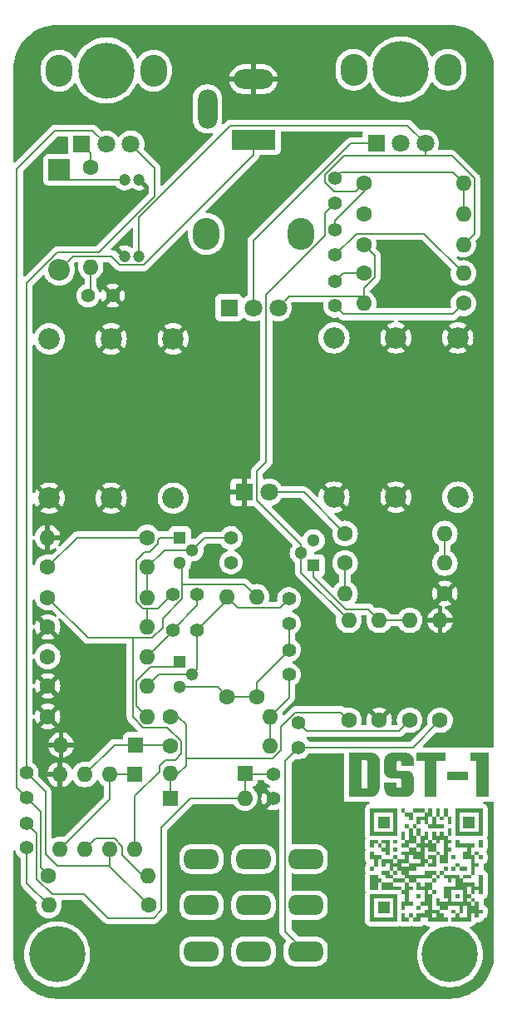
<source format=gbr>
%TF.GenerationSoftware,KiCad,Pcbnew,8.0.3*%
%TF.CreationDate,2024-11-20T17:39:26+02:00*%
%TF.ProjectId,DST1,44535431-2e6b-4696-9361-645f70636258,rev?*%
%TF.SameCoordinates,Original*%
%TF.FileFunction,Copper,L1,Top*%
%TF.FilePolarity,Positive*%
%FSLAX46Y46*%
G04 Gerber Fmt 4.6, Leading zero omitted, Abs format (unit mm)*
G04 Created by KiCad (PCBNEW 8.0.3) date 2024-11-20 17:39:26*
%MOMM*%
%LPD*%
G01*
G04 APERTURE LIST*
G04 Aperture macros list*
%AMRoundRect*
0 Rectangle with rounded corners*
0 $1 Rounding radius*
0 $2 $3 $4 $5 $6 $7 $8 $9 X,Y pos of 4 corners*
0 Add a 4 corners polygon primitive as box body*
4,1,4,$2,$3,$4,$5,$6,$7,$8,$9,$2,$3,0*
0 Add four circle primitives for the rounded corners*
1,1,$1+$1,$2,$3*
1,1,$1+$1,$4,$5*
1,1,$1+$1,$6,$7*
1,1,$1+$1,$8,$9*
0 Add four rect primitives between the rounded corners*
20,1,$1+$1,$2,$3,$4,$5,0*
20,1,$1+$1,$4,$5,$6,$7,0*
20,1,$1+$1,$6,$7,$8,$9,0*
20,1,$1+$1,$8,$9,$2,$3,0*%
G04 Aperture macros list end*
%TA.AperFunction,NonConductor*%
%ADD10C,0.000000*%
%TD*%
%ADD11C,0.300000*%
%TA.AperFunction,NonConductor*%
%ADD12C,0.300000*%
%TD*%
%TA.AperFunction,ComponentPad*%
%ADD13C,5.700000*%
%TD*%
%TA.AperFunction,ComponentPad*%
%ADD14C,1.600000*%
%TD*%
%TA.AperFunction,ComponentPad*%
%ADD15O,1.600000X1.600000*%
%TD*%
%TA.AperFunction,ComponentPad*%
%ADD16C,1.400000*%
%TD*%
%TA.AperFunction,ComponentPad*%
%ADD17R,1.600000X1.600000*%
%TD*%
%TA.AperFunction,ComponentPad*%
%ADD18O,2.720000X3.240000*%
%TD*%
%TA.AperFunction,ComponentPad*%
%ADD19R,1.800000X1.800000*%
%TD*%
%TA.AperFunction,ComponentPad*%
%ADD20C,1.800000*%
%TD*%
%TA.AperFunction,ComponentPad*%
%ADD21R,1.300000X1.300000*%
%TD*%
%TA.AperFunction,ComponentPad*%
%ADD22C,1.300000*%
%TD*%
%TA.AperFunction,ComponentPad*%
%ADD23C,1.200000*%
%TD*%
%TA.AperFunction,ComponentPad*%
%ADD24C,2.171700*%
%TD*%
%TA.AperFunction,ComponentPad*%
%ADD25R,4.500000X2.000000*%
%TD*%
%TA.AperFunction,ComponentPad*%
%ADD26O,4.000000X2.000000*%
%TD*%
%TA.AperFunction,ComponentPad*%
%ADD27O,2.000000X4.000000*%
%TD*%
%TA.AperFunction,ComponentPad*%
%ADD28RoundRect,0.656168X-1.093832X-0.343832X1.093832X-0.343832X1.093832X0.343832X-1.093832X0.343832X0*%
%TD*%
%TA.AperFunction,ComponentPad*%
%ADD29R,2.200000X2.200000*%
%TD*%
%TA.AperFunction,ComponentPad*%
%ADD30O,2.200000X2.200000*%
%TD*%
%TA.AperFunction,Conductor*%
%ADD31C,0.200000*%
%TD*%
G04 APERTURE END LIST*
D10*
%TA.AperFunction,NonConductor*%
G36*
X173456000Y-125609778D02*
G01*
X173060889Y-125609778D01*
X173060889Y-125214667D01*
X173456000Y-125214667D01*
X173456000Y-125609778D01*
G37*
%TD.AperFunction*%
%TA.AperFunction,NonConductor*%
G36*
X165158667Y-123239111D02*
G01*
X164763555Y-123239111D01*
X164763555Y-123634222D01*
X164368444Y-123634222D01*
X164368444Y-122844000D01*
X165158667Y-122844000D01*
X165158667Y-123239111D01*
G37*
%TD.AperFunction*%
%TA.AperFunction,NonConductor*%
G36*
X167924444Y-130746223D02*
G01*
X168319555Y-130746223D01*
X168319555Y-131141334D01*
X167529333Y-131141334D01*
X167529333Y-130351111D01*
X167924444Y-130351111D01*
X167924444Y-130746223D01*
G37*
%TD.AperFunction*%
%TA.AperFunction,NonConductor*%
G36*
X173060889Y-130351111D02*
G01*
X172665777Y-130351111D01*
X172665777Y-129956000D01*
X173060889Y-129956000D01*
X173060889Y-130351111D01*
G37*
%TD.AperFunction*%
%TA.AperFunction,NonConductor*%
G36*
X171875556Y-120868445D02*
G01*
X171480444Y-120868445D01*
X171480444Y-120473334D01*
X171875556Y-120473334D01*
X171875556Y-120868445D01*
G37*
%TD.AperFunction*%
%TA.AperFunction,NonConductor*%
G36*
X173456000Y-126795111D02*
G01*
X173851111Y-126795111D01*
X173851111Y-127190223D01*
X175036444Y-127190223D01*
X175036444Y-127585333D01*
X175431556Y-127585333D01*
X175431556Y-126400000D01*
X175826667Y-126400000D01*
X175826667Y-128375556D01*
X175431556Y-128375556D01*
X175431556Y-127980444D01*
X175036444Y-127980444D01*
X175036444Y-128375556D01*
X174641333Y-128375556D01*
X174641333Y-128770667D01*
X174246222Y-128770667D01*
X174246222Y-129165778D01*
X174641333Y-129165778D01*
X174641333Y-128770667D01*
X175036444Y-128770667D01*
X175036444Y-129165778D01*
X174641333Y-129165778D01*
X174641333Y-129560889D01*
X175036444Y-129560889D01*
X175036444Y-129165778D01*
X175431556Y-129165778D01*
X175431556Y-129956000D01*
X175826667Y-129956000D01*
X175826667Y-130351111D01*
X175431556Y-130351111D01*
X175431556Y-130746223D01*
X175036444Y-130746223D01*
X175036444Y-130351111D01*
X174641333Y-130351111D01*
X174641333Y-131141334D01*
X172665777Y-131141334D01*
X172665777Y-130746223D01*
X173060889Y-130746223D01*
X173060889Y-130351111D01*
X173456000Y-130351111D01*
X173456000Y-130746223D01*
X174246222Y-130746223D01*
X174246222Y-129560889D01*
X173851111Y-129560889D01*
X173851111Y-130351111D01*
X173456000Y-130351111D01*
X173456000Y-129560889D01*
X172270666Y-129560889D01*
X172270666Y-129956000D01*
X171480444Y-129956000D01*
X171480444Y-129560889D01*
X171085333Y-129560889D01*
X171085333Y-128770667D01*
X171480444Y-128770667D01*
X171480444Y-129165778D01*
X172270666Y-129165778D01*
X172270666Y-128770667D01*
X171875556Y-128770667D01*
X171875556Y-127980444D01*
X172665777Y-127980444D01*
X172665777Y-129165778D01*
X173851111Y-129165778D01*
X173851111Y-128375556D01*
X173851111Y-127980444D01*
X172665777Y-127980444D01*
X171875556Y-127980444D01*
X171875556Y-127585333D01*
X173060889Y-127585333D01*
X174246222Y-127585333D01*
X174246222Y-128375556D01*
X174641333Y-128375556D01*
X174641333Y-127585333D01*
X174246222Y-127585333D01*
X173060889Y-127585333D01*
X173060889Y-126795111D01*
X172665777Y-126795111D01*
X172665777Y-127190223D01*
X172270666Y-127190223D01*
X172270666Y-126795111D01*
X171875556Y-126795111D01*
X171875556Y-126400000D01*
X173456000Y-126400000D01*
X173456000Y-126795111D01*
G37*
%TD.AperFunction*%
%TA.AperFunction,NonConductor*%
G36*
X170690222Y-120473334D02*
G01*
X170295111Y-120473334D01*
X170295111Y-121263556D01*
X170690222Y-121263556D01*
X170690222Y-120473334D01*
X171085333Y-120473334D01*
X171085333Y-121263556D01*
X171875556Y-121263556D01*
X171875556Y-121658667D01*
X170295111Y-121658667D01*
X170295111Y-121263556D01*
X169900000Y-121263556D01*
X169900000Y-120868445D01*
X169504889Y-120868445D01*
X169504889Y-121263556D01*
X169109777Y-121263556D01*
X169109777Y-120473334D01*
X169900000Y-120473334D01*
X169900000Y-120078222D01*
X170295111Y-120078222D01*
X170295111Y-119683111D01*
X170690222Y-119683111D01*
X170690222Y-120473334D01*
G37*
%TD.AperFunction*%
%TA.AperFunction,NonConductor*%
G36*
X173456000Y-128770667D02*
G01*
X173060889Y-128770667D01*
X173060889Y-128375556D01*
X173456000Y-128375556D01*
X173456000Y-128770667D01*
G37*
%TD.AperFunction*%
%TA.AperFunction,NonConductor*%
G36*
X166344000Y-130351111D02*
G01*
X165158667Y-130351111D01*
X165158667Y-129165778D01*
X166344000Y-129165778D01*
X166344000Y-130351111D01*
G37*
%TD.AperFunction*%
%TA.AperFunction,NonConductor*%
G36*
X175431556Y-124424444D02*
G01*
X175036444Y-124424444D01*
X175036444Y-124029334D01*
X175431556Y-124029334D01*
X175431556Y-124424444D01*
G37*
%TD.AperFunction*%
%TA.AperFunction,NonConductor*%
G36*
X173060889Y-124819556D02*
G01*
X172665777Y-124819556D01*
X172665777Y-124424444D01*
X173060889Y-124424444D01*
X173060889Y-124819556D01*
G37*
%TD.AperFunction*%
%TA.AperFunction,NonConductor*%
G36*
X168714667Y-130746223D02*
G01*
X168319555Y-130746223D01*
X168319555Y-130351111D01*
X168714667Y-130351111D01*
X168714667Y-130746223D01*
G37*
%TD.AperFunction*%
%TA.AperFunction,NonConductor*%
G36*
X172665777Y-121263556D02*
G01*
X172270666Y-121263556D01*
X172270666Y-120473334D01*
X172665777Y-120473334D01*
X172665777Y-121263556D01*
G37*
%TD.AperFunction*%
%TA.AperFunction,NonConductor*%
G36*
X168319555Y-121658667D02*
G01*
X167924444Y-121658667D01*
X167924444Y-121263556D01*
X168319555Y-121263556D01*
X168319555Y-121658667D01*
G37*
%TD.AperFunction*%
%TA.AperFunction,NonConductor*%
G36*
X173456000Y-123239111D02*
G01*
X175036444Y-123239111D01*
X175036444Y-123634222D01*
X174641333Y-123634222D01*
X174641333Y-124424444D01*
X175036444Y-124424444D01*
X175036444Y-125214667D01*
X175431556Y-125214667D01*
X175431556Y-125609778D01*
X175036444Y-125609778D01*
X175036444Y-126400000D01*
X174641333Y-126400000D01*
X174641333Y-124819556D01*
X173851111Y-124819556D01*
X173851111Y-124029334D01*
X174246222Y-124029334D01*
X174246222Y-123634222D01*
X173060889Y-123634222D01*
X173060889Y-122844000D01*
X173456000Y-122844000D01*
X173456000Y-123239111D01*
G37*
%TD.AperFunction*%
%TA.AperFunction,NonConductor*%
G36*
X175826667Y-122448889D02*
G01*
X173060889Y-122448889D01*
X173060889Y-122053778D01*
X173060889Y-120078222D01*
X173456000Y-120078222D01*
X173456000Y-122053778D01*
X175431556Y-122053778D01*
X175431556Y-120078222D01*
X173456000Y-120078222D01*
X173060889Y-120078222D01*
X173060889Y-119683111D01*
X175826667Y-119683111D01*
X175826667Y-122448889D01*
G37*
%TD.AperFunction*%
%TA.AperFunction,NonConductor*%
G36*
X171480444Y-120473334D02*
G01*
X171085333Y-120473334D01*
X171085333Y-119683111D01*
X171480444Y-119683111D01*
X171480444Y-120473334D01*
G37*
%TD.AperFunction*%
%TA.AperFunction,NonConductor*%
G36*
X167134222Y-131141334D02*
G01*
X164368444Y-131141334D01*
X164368444Y-130746223D01*
X164368444Y-128770667D01*
X164763555Y-128770667D01*
X164763555Y-130746223D01*
X166739111Y-130746223D01*
X166739111Y-128770667D01*
X164763555Y-128770667D01*
X164368444Y-128770667D01*
X164368444Y-128375556D01*
X167134222Y-128375556D01*
X167134222Y-131141334D01*
G37*
%TD.AperFunction*%
%TA.AperFunction,NonConductor*%
G36*
X167134222Y-122448889D02*
G01*
X164368444Y-122448889D01*
X164368444Y-122053778D01*
X164368444Y-120078222D01*
X164763555Y-120078222D01*
X164763555Y-122053778D01*
X166739111Y-122053778D01*
X166739111Y-120078222D01*
X164763555Y-120078222D01*
X164368444Y-120078222D01*
X164368444Y-119683111D01*
X167134222Y-119683111D01*
X167134222Y-122448889D01*
G37*
%TD.AperFunction*%
%TA.AperFunction,NonConductor*%
G36*
X174641333Y-126795111D02*
G01*
X173851111Y-126795111D01*
X173851111Y-126400000D01*
X174641333Y-126400000D01*
X174641333Y-126795111D01*
G37*
%TD.AperFunction*%
%TA.AperFunction,NonConductor*%
G36*
X167924444Y-120078222D02*
G01*
X167529333Y-120078222D01*
X167529333Y-119683111D01*
X167924444Y-119683111D01*
X167924444Y-120078222D01*
G37*
%TD.AperFunction*%
%TA.AperFunction,NonConductor*%
G36*
X167134222Y-126400000D02*
G01*
X166739111Y-126400000D01*
X166739111Y-126004889D01*
X167134222Y-126004889D01*
X167134222Y-126400000D01*
G37*
%TD.AperFunction*%
%TA.AperFunction,NonConductor*%
G36*
X168714667Y-120868445D02*
G01*
X168319555Y-120868445D01*
X168319555Y-120473334D01*
X167924444Y-120473334D01*
X167924444Y-120078222D01*
X168714667Y-120078222D01*
X168714667Y-120868445D01*
G37*
%TD.AperFunction*%
%TA.AperFunction,NonConductor*%
G36*
X169504889Y-128770667D02*
G01*
X169109777Y-128770667D01*
X169109777Y-128375556D01*
X169504889Y-128375556D01*
X169504889Y-128770667D01*
G37*
%TD.AperFunction*%
%TA.AperFunction,NonConductor*%
G36*
X171480444Y-126795111D02*
G01*
X171085333Y-126795111D01*
X171085333Y-126400000D01*
X171480444Y-126400000D01*
X171480444Y-126795111D01*
G37*
%TD.AperFunction*%
%TA.AperFunction,NonConductor*%
G36*
X174246222Y-126004889D02*
G01*
X173456000Y-126004889D01*
X173456000Y-125609778D01*
X174246222Y-125609778D01*
X174246222Y-126004889D01*
G37*
%TD.AperFunction*%
%TA.AperFunction,NonConductor*%
G36*
X165158667Y-126795111D02*
G01*
X165553778Y-126795111D01*
X165553778Y-127190223D01*
X165158667Y-127190223D01*
X165158667Y-127980444D01*
X164368444Y-127980444D01*
X164368444Y-126400000D01*
X165158667Y-126400000D01*
X165158667Y-126795111D01*
G37*
%TD.AperFunction*%
%TA.AperFunction,NonConductor*%
G36*
X172270666Y-120473334D02*
G01*
X171875556Y-120473334D01*
X171875556Y-119683111D01*
X172270666Y-119683111D01*
X172270666Y-120473334D01*
G37*
%TD.AperFunction*%
%TA.AperFunction,NonConductor*%
G36*
X172270666Y-126004889D02*
G01*
X171875556Y-126004889D01*
X171875556Y-125609778D01*
X172270666Y-125609778D01*
X172270666Y-126004889D01*
G37*
%TD.AperFunction*%
%TA.AperFunction,NonConductor*%
G36*
X175826667Y-124819556D02*
G01*
X175431556Y-124819556D01*
X175431556Y-124424444D01*
X175826667Y-124424444D01*
X175826667Y-124819556D01*
G37*
%TD.AperFunction*%
%TA.AperFunction,NonConductor*%
G36*
X172665777Y-122448889D02*
G01*
X172270666Y-122448889D01*
X172270666Y-121658667D01*
X172665777Y-121658667D01*
X172665777Y-122448889D01*
G37*
%TD.AperFunction*%
%TA.AperFunction,NonConductor*%
G36*
X169900000Y-120078222D02*
G01*
X168714667Y-120078222D01*
X168714667Y-119683111D01*
X169900000Y-119683111D01*
X169900000Y-120078222D01*
G37*
%TD.AperFunction*%
%TA.AperFunction,NonConductor*%
G36*
X175036444Y-121658667D02*
G01*
X173851111Y-121658667D01*
X173851111Y-120473334D01*
X175036444Y-120473334D01*
X175036444Y-121658667D01*
G37*
%TD.AperFunction*%
%TA.AperFunction,NonConductor*%
G36*
X166344000Y-121658667D02*
G01*
X165158667Y-121658667D01*
X165158667Y-120473334D01*
X166344000Y-120473334D01*
X166344000Y-121658667D01*
G37*
%TD.AperFunction*%
%TA.AperFunction,NonConductor*%
G36*
X175826667Y-123634222D02*
G01*
X175431556Y-123634222D01*
X175431556Y-122844000D01*
X175826667Y-122844000D01*
X175826667Y-123634222D01*
G37*
%TD.AperFunction*%
%TA.AperFunction,NonConductor*%
G36*
X167134222Y-123239111D02*
G01*
X166739111Y-123239111D01*
X166739111Y-122844000D01*
X167134222Y-122844000D01*
X167134222Y-123239111D01*
G37*
%TD.AperFunction*%
%TA.AperFunction,NonConductor*%
G36*
X164763555Y-126004889D02*
G01*
X164368444Y-126004889D01*
X164368444Y-125609778D01*
X164763555Y-125609778D01*
X164763555Y-126004889D01*
G37*
%TD.AperFunction*%
%TA.AperFunction,NonConductor*%
G36*
X171085333Y-128375556D02*
G01*
X170690222Y-128375556D01*
X170690222Y-127980444D01*
X171085333Y-127980444D01*
X171085333Y-128375556D01*
G37*
%TD.AperFunction*%
%TA.AperFunction,NonConductor*%
G36*
X169504889Y-127585333D02*
G01*
X169900000Y-127585333D01*
X169900000Y-127190223D01*
X170690222Y-127190223D01*
X170690222Y-127980444D01*
X170295111Y-127980444D01*
X170295111Y-128375556D01*
X170690222Y-128375556D01*
X170690222Y-129956000D01*
X171480444Y-129956000D01*
X171480444Y-130351111D01*
X171875556Y-130351111D01*
X171875556Y-130746223D01*
X172270666Y-130746223D01*
X172270666Y-131141334D01*
X170295111Y-131141334D01*
X170295111Y-130746223D01*
X169504889Y-130746223D01*
X169504889Y-131141334D01*
X168714667Y-131141334D01*
X168714667Y-130746223D01*
X169109777Y-130746223D01*
X169109777Y-130351111D01*
X169900000Y-130351111D01*
X170690222Y-130351111D01*
X170690222Y-130746223D01*
X171085333Y-130746223D01*
X171085333Y-130351111D01*
X170690222Y-130351111D01*
X169900000Y-130351111D01*
X169900000Y-129956000D01*
X170295111Y-129956000D01*
X170295111Y-129560889D01*
X169504889Y-129560889D01*
X169504889Y-129165778D01*
X169900000Y-129165778D01*
X169900000Y-127980444D01*
X169109777Y-127980444D01*
X169109777Y-127190223D01*
X169504889Y-127190223D01*
X169504889Y-127585333D01*
G37*
%TD.AperFunction*%
%TA.AperFunction,NonConductor*%
G36*
X164763555Y-124424444D02*
G01*
X165553778Y-124424444D01*
X165553778Y-124819556D01*
X165158667Y-124819556D01*
X165158667Y-125609778D01*
X164763555Y-125609778D01*
X164763555Y-124819556D01*
X164368444Y-124819556D01*
X164368444Y-124029334D01*
X164763555Y-124029334D01*
X164763555Y-124424444D01*
G37*
%TD.AperFunction*%
%TA.AperFunction,NonConductor*%
G36*
X171875556Y-126400000D02*
G01*
X171480444Y-126400000D01*
X171480444Y-126004889D01*
X171875556Y-126004889D01*
X171875556Y-126400000D01*
G37*
%TD.AperFunction*%
%TA.AperFunction,NonConductor*%
G36*
X167924444Y-122844000D02*
G01*
X167529333Y-122844000D01*
X167529333Y-122053778D01*
X167924444Y-122053778D01*
X167924444Y-122844000D01*
G37*
%TD.AperFunction*%
%TA.AperFunction,NonConductor*%
G36*
X166344000Y-124424444D02*
G01*
X165948889Y-124424444D01*
X165948889Y-124029334D01*
X165553778Y-124029334D01*
X165553778Y-123634222D01*
X165948889Y-123634222D01*
X165948889Y-123239111D01*
X165553778Y-123239111D01*
X165553778Y-123634222D01*
X165158667Y-123634222D01*
X165158667Y-123239111D01*
X165553778Y-123239111D01*
X165553778Y-122844000D01*
X166344000Y-122844000D01*
X166344000Y-124424444D01*
G37*
%TD.AperFunction*%
%TA.AperFunction,NonConductor*%
G36*
X171085333Y-127190223D02*
G01*
X170690222Y-127190223D01*
X170690222Y-126795111D01*
X171085333Y-126795111D01*
X171085333Y-127190223D01*
G37*
%TD.AperFunction*%
%TA.AperFunction,NonConductor*%
G36*
X169109777Y-121658667D02*
G01*
X168714667Y-121658667D01*
X168714667Y-122448889D01*
X169109777Y-122448889D01*
X169109777Y-121658667D01*
X169504889Y-121658667D01*
X169504889Y-122448889D01*
X169900000Y-122448889D01*
X169900000Y-122053778D01*
X170295111Y-122053778D01*
X170295111Y-122844000D01*
X170690222Y-122844000D01*
X170690222Y-123239111D01*
X171085333Y-123239111D01*
X171085333Y-122844000D01*
X170690222Y-122844000D01*
X170690222Y-122053778D01*
X171085333Y-122053778D01*
X171085333Y-122448889D01*
X171480444Y-122448889D01*
X171480444Y-122053778D01*
X171875556Y-122053778D01*
X171875556Y-122448889D01*
X172270666Y-122448889D01*
X172270666Y-122844000D01*
X172665777Y-122844000D01*
X172665777Y-123239111D01*
X172270666Y-123239111D01*
X172270666Y-123634222D01*
X172665777Y-123634222D01*
X172665777Y-124029334D01*
X172270666Y-124029334D01*
X172270666Y-125214667D01*
X171480444Y-125214667D01*
X171480444Y-124424444D01*
X171085333Y-124424444D01*
X171085333Y-125609778D01*
X170295111Y-125609778D01*
X170295111Y-125214667D01*
X170690222Y-125214667D01*
X170690222Y-124819556D01*
X170295111Y-124819556D01*
X170295111Y-125214667D01*
X169900000Y-125214667D01*
X169900000Y-125609778D01*
X169109777Y-125609778D01*
X169109777Y-126004889D01*
X168319555Y-126004889D01*
X168319555Y-126400000D01*
X169900000Y-126400000D01*
X169900000Y-126004889D01*
X171085333Y-126004889D01*
X171085333Y-126400000D01*
X170690222Y-126400000D01*
X170690222Y-126795111D01*
X169109777Y-126795111D01*
X169109777Y-127190223D01*
X168319555Y-127190223D01*
X168319555Y-127585333D01*
X168714667Y-127585333D01*
X168714667Y-127980444D01*
X168319555Y-127980444D01*
X168319555Y-129165778D01*
X168714667Y-129165778D01*
X168714667Y-129560889D01*
X167924444Y-129560889D01*
X167924444Y-129956000D01*
X167529333Y-129956000D01*
X167529333Y-129165778D01*
X167924444Y-129165778D01*
X167924444Y-128375556D01*
X167529333Y-128375556D01*
X167529333Y-127980444D01*
X165553778Y-127980444D01*
X165553778Y-127585333D01*
X165553778Y-127190223D01*
X166739111Y-127190223D01*
X166739111Y-127585333D01*
X167529333Y-127585333D01*
X167529333Y-127980444D01*
X167924444Y-127980444D01*
X167924444Y-127190223D01*
X168319555Y-127190223D01*
X168319555Y-126795111D01*
X167924444Y-126795111D01*
X167924444Y-127190223D01*
X166739111Y-127190223D01*
X166739111Y-126795111D01*
X165948889Y-126795111D01*
X165948889Y-126400000D01*
X165553778Y-126400000D01*
X165553778Y-126004889D01*
X166344000Y-126004889D01*
X166344000Y-126400000D01*
X166739111Y-126400000D01*
X166739111Y-126795111D01*
X167924444Y-126795111D01*
X167924444Y-126400000D01*
X167529333Y-126400000D01*
X167529333Y-126004889D01*
X167134222Y-126004889D01*
X167134222Y-125609778D01*
X166739111Y-125609778D01*
X166739111Y-126004889D01*
X166344000Y-126004889D01*
X166344000Y-125214667D01*
X165948889Y-125214667D01*
X165948889Y-125609778D01*
X165553778Y-125609778D01*
X165553778Y-124819556D01*
X166739111Y-124819556D01*
X166739111Y-125214667D01*
X167134222Y-125214667D01*
X167529333Y-125214667D01*
X167529333Y-125609778D01*
X168319555Y-125609778D01*
X168319555Y-125214667D01*
X169504889Y-125214667D01*
X169504889Y-124819556D01*
X168714667Y-124819556D01*
X168714667Y-124424444D01*
X168319555Y-124424444D01*
X168319555Y-125214667D01*
X167529333Y-125214667D01*
X167134222Y-125214667D01*
X167134222Y-124819556D01*
X166739111Y-124819556D01*
X166739111Y-124424444D01*
X167134222Y-124424444D01*
X167134222Y-124819556D01*
X167924444Y-124819556D01*
X167924444Y-124424444D01*
X167529333Y-124424444D01*
X167529333Y-124029334D01*
X168319555Y-124029334D01*
X168319555Y-123634222D01*
X169109777Y-123634222D01*
X169109777Y-124029334D01*
X169504889Y-124029334D01*
X169504889Y-123634222D01*
X169900000Y-123634222D01*
X169900000Y-124819556D01*
X170295111Y-124819556D01*
X170295111Y-124424444D01*
X171085333Y-124424444D01*
X171085333Y-124029334D01*
X171480444Y-124029334D01*
X171480444Y-124424444D01*
X171875556Y-124424444D01*
X171875556Y-122844000D01*
X171480444Y-122844000D01*
X171480444Y-123239111D01*
X171085333Y-123239111D01*
X171085333Y-124029334D01*
X170295111Y-124029334D01*
X170295111Y-123634222D01*
X169900000Y-123634222D01*
X169504889Y-123634222D01*
X169109777Y-123634222D01*
X169109777Y-123239111D01*
X169504889Y-123239111D01*
X169504889Y-122844000D01*
X169900000Y-122844000D01*
X169900000Y-123239111D01*
X170295111Y-123239111D01*
X170295111Y-122844000D01*
X169900000Y-122844000D01*
X169504889Y-122844000D01*
X169504889Y-122448889D01*
X169109777Y-122448889D01*
X169109777Y-123239111D01*
X168319555Y-123239111D01*
X168319555Y-123634222D01*
X167529333Y-123634222D01*
X167529333Y-123239111D01*
X167924444Y-123239111D01*
X167924444Y-122844000D01*
X168319555Y-122844000D01*
X168319555Y-121658667D01*
X168714667Y-121658667D01*
X168714667Y-121263556D01*
X169109777Y-121263556D01*
X169109777Y-121658667D01*
G37*
%TD.AperFunction*%
%TA.AperFunction,NonConductor*%
G36*
X167134222Y-124029334D02*
G01*
X166739111Y-124029334D01*
X166739111Y-123634222D01*
X167134222Y-123634222D01*
X167134222Y-124029334D01*
G37*
%TD.AperFunction*%
%TA.AperFunction,NonConductor*%
G36*
X173060889Y-126004889D02*
G01*
X172665777Y-126004889D01*
X172665777Y-125609778D01*
X173060889Y-125609778D01*
X173060889Y-126004889D01*
G37*
%TD.AperFunction*%
%TA.AperFunction,NonConductor*%
G36*
X169504889Y-129956000D02*
G01*
X169109777Y-129956000D01*
X169109777Y-129560889D01*
X169504889Y-129560889D01*
X169504889Y-129956000D01*
G37*
%TD.AperFunction*%
D11*
D12*
G36*
X164118946Y-115831716D02*
G01*
X164118946Y-114914584D01*
X164076203Y-114799790D01*
X163944312Y-114760711D01*
X162655931Y-114760711D01*
X162655931Y-113955931D01*
X164315561Y-113955931D01*
X164574917Y-113970815D01*
X164818155Y-114023140D01*
X165045657Y-114138255D01*
X165109351Y-114194068D01*
X165252233Y-114394309D01*
X165329169Y-114637827D01*
X165343824Y-114824214D01*
X165343824Y-115831716D01*
X164118946Y-115831716D01*
G37*
G36*
X164118946Y-117491346D02*
G01*
X164118946Y-115741346D01*
X165343824Y-115741346D01*
X165343824Y-117581716D01*
X165316117Y-117833041D01*
X165222694Y-118065739D01*
X165109351Y-118211863D01*
X164887815Y-118356977D01*
X164633411Y-118426744D01*
X164384207Y-118449069D01*
X164315561Y-118450000D01*
X162655931Y-118450000D01*
X162655931Y-117645219D01*
X163944312Y-117645219D01*
X164076203Y-117607362D01*
X164118946Y-117491346D01*
G37*
G36*
X162250488Y-113955931D02*
G01*
X163475366Y-113955931D01*
X163475366Y-118450000D01*
X162250488Y-118450000D01*
X162250488Y-113955931D01*
G37*
G36*
X167604291Y-117420516D02*
G01*
X167604291Y-116784263D01*
X167562770Y-116669469D01*
X167429658Y-116630390D01*
X166757990Y-116630390D01*
X166506649Y-116615049D01*
X166253223Y-116552724D01*
X166038213Y-116414650D01*
X166011828Y-116384926D01*
X165882946Y-116161301D01*
X165822295Y-115911944D01*
X165812770Y-115747452D01*
X165812770Y-114824214D01*
X165840043Y-114572890D01*
X165932006Y-114340191D01*
X166043579Y-114194068D01*
X166263054Y-114048953D01*
X166516790Y-113979187D01*
X166766147Y-113956861D01*
X166834926Y-113955931D01*
X167793579Y-113955931D01*
X168053240Y-113970815D01*
X168296092Y-114023140D01*
X168522072Y-114138255D01*
X168584926Y-114194068D01*
X168725576Y-114394309D01*
X168801310Y-114637827D01*
X168815736Y-114824214D01*
X168815736Y-115362770D01*
X167590858Y-115362770D01*
X167590858Y-114985415D01*
X167548115Y-114870621D01*
X167416224Y-114831542D01*
X167212281Y-114831542D01*
X167079169Y-114870621D01*
X167037648Y-114985415D01*
X167037648Y-115649755D01*
X167079169Y-115765771D01*
X167212281Y-115803628D01*
X167870516Y-115803628D01*
X168122239Y-115818130D01*
X168377215Y-115877044D01*
X168595660Y-116007561D01*
X168622784Y-116035659D01*
X168756410Y-116249796D01*
X168819293Y-116494688D01*
X168829169Y-116658478D01*
X168829169Y-117581716D01*
X168801896Y-117833041D01*
X168709933Y-118065739D01*
X168598360Y-118211863D01*
X168379056Y-118356977D01*
X168125726Y-118426744D01*
X167876865Y-118449069D01*
X167808234Y-118450000D01*
X166855687Y-118450000D01*
X166595797Y-118435116D01*
X166352140Y-118382791D01*
X166124389Y-118267676D01*
X166060676Y-118211863D01*
X165917794Y-118011622D01*
X165840858Y-117768104D01*
X165826203Y-117581716D01*
X165826203Y-117043161D01*
X167052302Y-117043161D01*
X167052302Y-117420516D01*
X167093824Y-117536531D01*
X167226936Y-117574389D01*
X167429658Y-117574389D01*
X167562770Y-117536531D01*
X167604291Y-117420516D01*
G37*
G36*
X169933147Y-114376029D02*
G01*
X171158025Y-114376029D01*
X171158025Y-118450000D01*
X169933147Y-118450000D01*
X169933147Y-114376029D01*
G37*
G36*
X172026308Y-113955931D02*
G01*
X172026308Y-114831542D01*
X169072191Y-114831542D01*
X169072191Y-113955931D01*
X172026308Y-113955931D01*
G37*
G36*
X172200942Y-116735415D02*
G01*
X172200942Y-115929413D01*
X174320969Y-115929413D01*
X174320969Y-116735415D01*
X172200942Y-116735415D01*
G37*
G36*
X176027006Y-113955931D02*
G01*
X176027006Y-114831542D01*
X174584752Y-114831542D01*
X174584752Y-113955931D01*
X176027006Y-113955931D01*
G37*
G36*
X175214898Y-113955931D02*
G01*
X176439776Y-113955931D01*
X176439776Y-118450000D01*
X175214898Y-118450000D01*
X175214898Y-113955931D01*
G37*
D13*
%TO.P,,1*%
%TO.N,N/C*%
X137500000Y-44600000D03*
%TD*%
%TO.P,,1*%
%TO.N,N/C*%
X167500000Y-44500000D03*
%TD*%
%TO.P,,1*%
%TO.N,N/C*%
X132500000Y-134500000D03*
%TD*%
%TO.P,,1*%
%TO.N,N/C*%
X172500000Y-134500000D03*
%TD*%
D14*
%TO.P,R17,1*%
%TO.N,Net-(C6-Pad2)*%
X141800000Y-129500000D03*
D15*
%TO.P,R17,2*%
%TO.N,Net-(C7-Pad1)*%
X131640000Y-129500000D03*
%TD*%
D16*
%TO.P,C9,1*%
%TO.N,GND*%
X154500000Y-118650000D03*
%TO.P,C9,2*%
%TO.N,Net-(D4-K)*%
X154500000Y-116150000D03*
%TD*%
D14*
%TO.P,R16,1*%
%TO.N,Net-(R16-Pad1)*%
X135900000Y-54420000D03*
D15*
%TO.P,R16,2*%
%TO.N,Net-(C8-Pad2)*%
X135900000Y-64580000D03*
%TD*%
D17*
%TO.P,D4,1,K*%
%TO.N,Net-(D4-K)*%
X151620000Y-116100000D03*
D15*
%TO.P,D4,2,A*%
%TO.N,+4.5V*%
X144000000Y-116100000D03*
%TD*%
D17*
%TO.P,D3,1,K*%
%TO.N,Net-(D3-K)*%
X140510000Y-113200000D03*
D15*
%TO.P,D3,2,A*%
%TO.N,GND*%
X132890000Y-113200000D03*
%TD*%
D16*
%TO.P,C7,1*%
%TO.N,Net-(C7-Pad1)*%
X129400000Y-123650000D03*
%TO.P,C7,2*%
%TO.N,Net-(D4-K)*%
X129400000Y-121150000D03*
%TD*%
D18*
%TO.P,RV2,*%
%TO.N,*%
X147700000Y-61225000D03*
X157300000Y-61225000D03*
D19*
%TO.P,RV2,1,1*%
%TO.N,Net-(C11-Pad2)*%
X150000000Y-68725000D03*
D20*
%TO.P,RV2,2,2*%
%TO.N,Net-(RV2-Pad2)*%
X152500000Y-68725000D03*
%TO.P,RV2,3,3*%
%TO.N,Net-(R18-Pad2)*%
X155000000Y-68725000D03*
%TD*%
D17*
%TO.P,D5,1,K*%
%TO.N,+4.5V*%
X144000000Y-118600000D03*
D15*
%TO.P,D5,2,A*%
%TO.N,Net-(D4-K)*%
X151620000Y-118600000D03*
%TD*%
D16*
%TO.P,C3,1*%
%TO.N,Net-(C2-Pad2)*%
X144250000Y-101500000D03*
%TO.P,C3,2*%
%TO.N,Net-(Q2-B)*%
X146750000Y-101500000D03*
%TD*%
%TO.P,C11,1*%
%TO.N,+4.5V*%
X160800000Y-60850000D03*
%TO.P,C11,2*%
%TO.N,Net-(C11-Pad2)*%
X160800000Y-63350000D03*
%TD*%
D21*
%TO.P,Q1,1,E*%
%TO.N,Net-(Q1-E)*%
X145000000Y-92100000D03*
D22*
%TO.P,Q1,2,B*%
%TO.N,Net-(Q1-B)*%
X146270000Y-93370000D03*
%TO.P,Q1,3,C*%
%TO.N,+9V*%
X145000000Y-94640000D03*
%TD*%
D16*
%TO.P,C2,1*%
%TO.N,Net-(Q1-E)*%
X144250000Y-97900000D03*
%TO.P,C2,2*%
%TO.N,Net-(C2-Pad2)*%
X146750000Y-97900000D03*
%TD*%
D17*
%TO.P,U1,1*%
%TO.N,Net-(U1A--)*%
X140400000Y-116200000D03*
D15*
%TO.P,U1,2,-*%
X137860000Y-116200000D03*
%TO.P,U1,3,+*%
%TO.N,Net-(D3-K)*%
X135320000Y-116200000D03*
%TO.P,U1,4,V-*%
%TO.N,GND*%
X132780000Y-116200000D03*
%TO.P,U1,5,+*%
%TO.N,Net-(U1A--)*%
X132780000Y-123820000D03*
%TO.P,U1,6,-*%
%TO.N,Net-(U1B--)*%
X135320000Y-123820000D03*
%TO.P,U1,7*%
%TO.N,Net-(C6-Pad2)*%
X137860000Y-123820000D03*
%TO.P,U1,8,V+*%
%TO.N,+9V*%
X140400000Y-123820000D03*
%TD*%
D14*
%TO.P,R20,1*%
%TO.N,Net-(R18-Pad2)*%
X163720000Y-62300000D03*
D15*
%TO.P,R20,2*%
%TO.N,+4.5V*%
X173880000Y-62300000D03*
%TD*%
D18*
%TO.P,RV3,*%
%TO.N,*%
X162700000Y-44525000D03*
X172300000Y-44525000D03*
D19*
%TO.P,RV3,1,1*%
%TO.N,Net-(RV2-Pad2)*%
X165000000Y-52025000D03*
D20*
%TO.P,RV3,2,2*%
%TO.N,Net-(R21-Pad1)*%
X167500000Y-52025000D03*
%TO.P,RV3,3,3*%
%TO.N,+4.5V*%
X170000000Y-52025000D03*
%TD*%
D16*
%TO.P,C13,1*%
%TO.N,DST_OUT*%
X157100000Y-113450000D03*
%TO.P,C13,2*%
%TO.N,Net-(C13-Pad2)*%
X157100000Y-110950000D03*
%TD*%
D14*
%TO.P,R14,1*%
%TO.N,Net-(D3-K)*%
X144020000Y-113300000D03*
D15*
%TO.P,R14,2*%
%TO.N,Net-(C5-Pad2)*%
X154180000Y-113300000D03*
%TD*%
D14*
%TO.P,R8,1*%
%TO.N,+4.5V*%
X131520000Y-104200000D03*
D15*
%TO.P,R8,2*%
%TO.N,Net-(C2-Pad2)*%
X141680000Y-104200000D03*
%TD*%
D23*
%TO.P,C15,1*%
%TO.N,+4.5V*%
X140850000Y-63500000D03*
%TO.P,C15,2*%
%TO.N,GND*%
X139350000Y-63500000D03*
%TD*%
D14*
%TO.P,R25,1*%
%TO.N,Net-(C13-Pad2)*%
X168400000Y-110680000D03*
D15*
%TO.P,R25,2*%
%TO.N,Net-(Q3-E)*%
X168400000Y-100520000D03*
%TD*%
D14*
%TO.P,R23,1*%
%TO.N,+4.5V*%
X162200000Y-110680000D03*
D15*
%TO.P,R23,2*%
%TO.N,Net-(Q3-B)*%
X162200000Y-100520000D03*
%TD*%
D14*
%TO.P,R7,1*%
%TO.N,Net-(D2-A)*%
X161820000Y-91700000D03*
D15*
%TO.P,R7,2*%
%TO.N,Net-(D1-K)*%
X171980000Y-91700000D03*
%TD*%
D18*
%TO.P,RV1,*%
%TO.N,*%
X132700000Y-44625000D03*
X142300000Y-44625000D03*
D19*
%TO.P,RV1,1,1*%
%TO.N,Net-(R16-Pad1)*%
X135000000Y-52125000D03*
D20*
%TO.P,RV1,2,2*%
%TO.N,Net-(C6-Pad1)*%
X137500000Y-52125000D03*
%TO.P,RV1,3,3*%
%TO.N,Net-(C6-Pad2)*%
X140000000Y-52125000D03*
%TD*%
D14*
%TO.P,R5,1*%
%TO.N,+4.5V*%
X161820000Y-94700000D03*
D15*
%TO.P,R5,2*%
%TO.N,Net-(D1-K)*%
X171980000Y-94700000D03*
%TD*%
D21*
%TO.P,Q2,1,E*%
%TO.N,Net-(Q2-E)*%
X145000000Y-104760000D03*
D22*
%TO.P,Q2,2,B*%
%TO.N,Net-(Q2-B)*%
X146270000Y-106030000D03*
%TO.P,Q2,3,C*%
%TO.N,Net-(Q2-C)*%
X145000000Y-107300000D03*
%TD*%
D14*
%TO.P,R3,1*%
%TO.N,+9V*%
X131520000Y-98200000D03*
D15*
%TO.P,R3,2*%
%TO.N,Net-(Q1-B)*%
X141680000Y-98200000D03*
%TD*%
D24*
%TO.P,J5,R*%
%TO.N,GND*%
X167000000Y-71799800D03*
%TO.P,J5,RB*%
X167000000Y-88000000D03*
%TO.P,J5,S*%
X173300000Y-71799600D03*
%TO.P,J5,SB*%
%TO.N,N/C*%
X173300000Y-88000000D03*
%TO.P,J5,T*%
%TO.N,out*%
X160690000Y-71800000D03*
%TO.P,J5,TB*%
%TO.N,GND*%
X160690000Y-88000000D03*
%TD*%
D14*
%TO.P,R4,1*%
%TO.N,GND*%
X131520000Y-101200000D03*
D15*
%TO.P,R4,2*%
%TO.N,Net-(Q1-E)*%
X141680000Y-101200000D03*
%TD*%
D14*
%TO.P,R21,1*%
%TO.N,Net-(R21-Pad1)*%
X163720000Y-59200000D03*
D15*
%TO.P,R21,2*%
%TO.N,Net-(C12-Pad2)*%
X173880000Y-59200000D03*
%TD*%
D23*
%TO.P,C14,1*%
%TO.N,Net-(D1-K)*%
X139350000Y-55700000D03*
%TO.P,C14,2*%
%TO.N,GND*%
X140850000Y-55700000D03*
%TD*%
D25*
%TO.P,J3,1*%
%TO.N,Vbatt*%
X152500000Y-51700000D03*
D26*
%TO.P,J3,2*%
%TO.N,GND*%
X152500000Y-45500000D03*
D27*
%TO.P,J3,3*%
%TO.N,N/C*%
X147800000Y-48500000D03*
%TD*%
D16*
%TO.P,C8,1*%
%TO.N,GND*%
X138150000Y-67500000D03*
%TO.P,C8,2*%
%TO.N,Net-(C8-Pad2)*%
X135650000Y-67500000D03*
%TD*%
D28*
%TO.P,FTSW1,1*%
%TO.N,Vbatt*%
X152500000Y-124800000D03*
%TO.P,FTSW1,2*%
%TO.N,+9V*%
X157800000Y-124800000D03*
%TO.P,FTSW1,3*%
%TO.N,unconnected-(FTSW1-Pad3)*%
X147200000Y-124800000D03*
%TO.P,FTSW1,4*%
%TO.N,in*%
X152500000Y-129500000D03*
%TO.P,FTSW1,5*%
%TO.N,DST_IN*%
X157800000Y-129500000D03*
%TO.P,FTSW1,6*%
%TO.N,bypass*%
X147200000Y-129500000D03*
%TO.P,FTSW1,7*%
%TO.N,out*%
X152500000Y-134200000D03*
%TO.P,FTSW1,8*%
%TO.N,DST_OUT*%
X157800000Y-134200000D03*
%TO.P,FTSW1,9*%
%TO.N,bypass*%
X147200000Y-134200000D03*
%TD*%
D14*
%TO.P,R15,1*%
%TO.N,Net-(C6-Pad1)*%
X131620000Y-126500000D03*
D15*
%TO.P,R15,2*%
%TO.N,Net-(U1B--)*%
X141780000Y-126500000D03*
%TD*%
D14*
%TO.P,R13,1*%
%TO.N,+4.5V*%
X144020000Y-110300000D03*
D15*
%TO.P,R13,2*%
%TO.N,Net-(C5-Pad2)*%
X154180000Y-110300000D03*
%TD*%
D14*
%TO.P,R2,1*%
%TO.N,DST_IN*%
X131520000Y-95100000D03*
D15*
%TO.P,R2,2*%
%TO.N,Net-(C1-Pad1)*%
X141680000Y-95100000D03*
%TD*%
D19*
%TO.P,D2,1,K*%
%TO.N,GND*%
X151525000Y-87500000D03*
D20*
%TO.P,D2,2,A*%
%TO.N,Net-(D2-A)*%
X154065000Y-87500000D03*
%TD*%
D16*
%TO.P,C6,1*%
%TO.N,Net-(C6-Pad1)*%
X129400000Y-118550000D03*
%TO.P,C6,2*%
%TO.N,Net-(C6-Pad2)*%
X129400000Y-116050000D03*
%TD*%
D14*
%TO.P,R26,1*%
%TO.N,DST_OUT*%
X171500000Y-110680000D03*
D15*
%TO.P,R26,2*%
%TO.N,GND*%
X171500000Y-100520000D03*
%TD*%
D16*
%TO.P,C1,1*%
%TO.N,Net-(C1-Pad1)*%
X150200000Y-94650000D03*
%TO.P,C1,2*%
%TO.N,Net-(Q1-B)*%
X150200000Y-92150000D03*
%TD*%
D14*
%TO.P,R18,1*%
%TO.N,Net-(C10-Pad1)*%
X173880000Y-68300000D03*
D15*
%TO.P,R18,2*%
%TO.N,Net-(R18-Pad2)*%
X163720000Y-68300000D03*
%TD*%
D16*
%TO.P,C10,1*%
%TO.N,Net-(C10-Pad1)*%
X160800000Y-68550000D03*
%TO.P,C10,2*%
%TO.N,Net-(D4-K)*%
X160800000Y-66050000D03*
%TD*%
D14*
%TO.P,R10,1*%
%TO.N,Net-(Q2-C)*%
X149800000Y-108280000D03*
D15*
%TO.P,R10,2*%
%TO.N,Net-(Q2-B)*%
X149800000Y-98120000D03*
%TD*%
D14*
%TO.P,R24,1*%
%TO.N,GND*%
X165300000Y-110680000D03*
D15*
%TO.P,R24,2*%
%TO.N,Net-(Q3-E)*%
X165300000Y-100520000D03*
%TD*%
D14*
%TO.P,R19,1*%
%TO.N,Net-(D4-K)*%
X163720000Y-65200000D03*
D15*
%TO.P,R19,2*%
%TO.N,Net-(C11-Pad2)*%
X173880000Y-65200000D03*
%TD*%
D16*
%TO.P,C5,1*%
%TO.N,Net-(Q2-C)*%
X156100000Y-103550000D03*
%TO.P,C5,2*%
%TO.N,Net-(C5-Pad2)*%
X156100000Y-106050000D03*
%TD*%
D21*
%TO.P,Q3,1,E*%
%TO.N,Net-(Q3-E)*%
X158600000Y-94940000D03*
D22*
%TO.P,Q3,2,B*%
%TO.N,Net-(Q3-B)*%
X157330000Y-93670000D03*
%TO.P,Q3,3,C*%
%TO.N,+9V*%
X158600000Y-92400000D03*
%TD*%
D14*
%TO.P,R6,1*%
%TO.N,GND*%
X171980000Y-97800000D03*
D15*
%TO.P,R6,2*%
%TO.N,+4.5V*%
X161820000Y-97800000D03*
%TD*%
D16*
%TO.P,C4,1*%
%TO.N,Net-(Q2-B)*%
X156100000Y-98350000D03*
%TO.P,C4,2*%
%TO.N,Net-(Q2-C)*%
X156100000Y-100850000D03*
%TD*%
D14*
%TO.P,R1,1*%
%TO.N,DST_IN*%
X141680000Y-92100000D03*
D15*
%TO.P,R1,2*%
%TO.N,GND*%
X131520000Y-92100000D03*
%TD*%
D16*
%TO.P,C12,1*%
%TO.N,Net-(Q3-B)*%
X160800000Y-58100000D03*
%TO.P,C12,2*%
%TO.N,Net-(C12-Pad2)*%
X160800000Y-55600000D03*
%TD*%
D24*
%TO.P,J4,R*%
%TO.N,GND*%
X138000000Y-88100200D03*
%TO.P,J4,RB*%
X138000000Y-71900000D03*
%TO.P,J4,S*%
X131700000Y-88100400D03*
%TO.P,J4,SB*%
%TO.N,N/C*%
X131700000Y-71900000D03*
%TO.P,J4,T*%
%TO.N,in*%
X144310000Y-88100000D03*
%TO.P,J4,TB*%
%TO.N,GND*%
X144310000Y-71900000D03*
%TD*%
D14*
%TO.P,R9,1*%
%TO.N,GND*%
X131520000Y-107200000D03*
D15*
%TO.P,R9,2*%
%TO.N,Net-(Q2-B)*%
X141680000Y-107200000D03*
%TD*%
D14*
%TO.P,R11,1*%
%TO.N,Net-(Q2-C)*%
X152800000Y-108280000D03*
D15*
%TO.P,R11,2*%
%TO.N,+9V*%
X152800000Y-98120000D03*
%TD*%
D29*
%TO.P,D1,1,K*%
%TO.N,Net-(D1-K)*%
X132700000Y-54720000D03*
D30*
%TO.P,D1,2,A*%
%TO.N,Vbatt*%
X132700000Y-64880000D03*
%TD*%
D14*
%TO.P,R12,1*%
%TO.N,GND*%
X131520000Y-110300000D03*
D15*
%TO.P,R12,2*%
%TO.N,Net-(Q2-E)*%
X141680000Y-110300000D03*
%TD*%
D14*
%TO.P,R22,1*%
%TO.N,+4.5V*%
X163720000Y-56100000D03*
D15*
%TO.P,R22,2*%
%TO.N,Net-(C12-Pad2)*%
X173880000Y-56100000D03*
%TD*%
D31*
%TO.N,Net-(Q1-E)*%
X141200000Y-99300000D02*
X141700000Y-99300000D01*
X140580000Y-94420000D02*
X140580000Y-98680000D01*
X141400000Y-93600000D02*
X140580000Y-94420000D01*
X140580000Y-98680000D02*
X141200000Y-99300000D01*
X142780000Y-92720000D02*
X141900000Y-93600000D01*
X141900000Y-93600000D02*
X141400000Y-93600000D01*
X142780000Y-92320000D02*
X142780000Y-92720000D01*
X143000000Y-92100000D02*
X142780000Y-92320000D01*
X145000000Y-92100000D02*
X143000000Y-92100000D01*
%TO.N,Net-(Q1-B)*%
X147490000Y-92150000D02*
X146270000Y-93370000D01*
X150200000Y-92150000D02*
X147490000Y-92150000D01*
%TO.N,Net-(Q1-E)*%
X144250000Y-97900000D02*
X144175000Y-97900000D01*
X141700000Y-99300000D02*
X141680000Y-99320000D01*
X142775000Y-99300000D02*
X141700000Y-99300000D01*
X144175000Y-97900000D02*
X142775000Y-99300000D01*
X141680000Y-99320000D02*
X141680000Y-101200000D01*
%TO.N,Net-(Q2-B)*%
X146750000Y-105550000D02*
X146270000Y-106030000D01*
X155230000Y-99220000D02*
X150900000Y-99220000D01*
X141680000Y-107200000D02*
X142850000Y-106030000D01*
X142850000Y-106030000D02*
X146270000Y-106030000D01*
X150900000Y-99220000D02*
X149800000Y-98120000D01*
X146750000Y-101500000D02*
X146750000Y-105550000D01*
X149800000Y-98450000D02*
X149800000Y-98120000D01*
X156100000Y-98350000D02*
X155230000Y-99220000D01*
X146750000Y-101500000D02*
X149800000Y-98450000D01*
%TO.N,Net-(Q2-C)*%
X149800000Y-108280000D02*
X152800000Y-108280000D01*
X156100000Y-100850000D02*
X156100000Y-103550000D01*
X148820000Y-107300000D02*
X149800000Y-108280000D01*
X152800000Y-106850000D02*
X156100000Y-103550000D01*
X145000000Y-107300000D02*
X148820000Y-107300000D01*
X152800000Y-108280000D02*
X152800000Y-106850000D01*
%TO.N,Net-(C2-Pad2)*%
X146750000Y-97900000D02*
X146750000Y-99000000D01*
X144250000Y-101630000D02*
X144250000Y-101500000D01*
X146750000Y-99000000D02*
X144250000Y-101500000D01*
X141680000Y-104200000D02*
X144250000Y-101630000D01*
%TO.N,Net-(C5-Pad2)*%
X156100000Y-108380000D02*
X154180000Y-110300000D01*
X154180000Y-110300000D02*
X154180000Y-113300000D01*
X156100000Y-106050000D02*
X156100000Y-108380000D01*
%TO.N,Net-(C6-Pad1)*%
X130820001Y-125700001D02*
X130820001Y-119970001D01*
X132300000Y-50700000D02*
X128400000Y-54600000D01*
X130820001Y-119970001D02*
X129400000Y-118550000D01*
X137500000Y-52125000D02*
X136075000Y-50700000D01*
X131620000Y-126500000D02*
X130820001Y-125700001D01*
X128400000Y-54600000D02*
X128400000Y-117550000D01*
X128400000Y-117550000D02*
X129400000Y-118550000D01*
X136075000Y-50700000D02*
X132300000Y-50700000D01*
%TO.N,Net-(C6-Pad2)*%
X132500000Y-125500000D02*
X137860000Y-125500000D01*
X142400000Y-54525000D02*
X142400000Y-57384314D01*
X142400000Y-57384314D02*
X140450000Y-59334314D01*
X137860000Y-125500000D02*
X137860000Y-123820000D01*
X140000000Y-52125000D02*
X142400000Y-54525000D01*
X137860000Y-125560000D02*
X137860000Y-123820000D01*
X129400000Y-116050000D02*
X131300000Y-117950000D01*
X140450000Y-59350000D02*
X136720000Y-63080000D01*
X136720000Y-63080000D02*
X132520000Y-63080000D01*
X131300000Y-124300000D02*
X132500000Y-125500000D01*
X141800000Y-129500000D02*
X137860000Y-125560000D01*
X129400000Y-66200000D02*
X129400000Y-116050000D01*
X131300000Y-117950000D02*
X131300000Y-124300000D01*
X132520000Y-63080000D02*
X129400000Y-66200000D01*
X140450000Y-59334314D02*
X140450000Y-59350000D01*
%TO.N,Net-(C8-Pad2)*%
X135900000Y-67250000D02*
X135650000Y-67500000D01*
X135900000Y-64580000D02*
X135900000Y-67250000D01*
%TO.N,Net-(C7-Pad1)*%
X129400000Y-127260000D02*
X131640000Y-129500000D01*
X129400000Y-123650000D02*
X129400000Y-127260000D01*
%TO.N,Net-(C10-Pad1)*%
X161650000Y-69400000D02*
X160800000Y-68550000D01*
X172780000Y-69400000D02*
X161650000Y-69400000D01*
X173880000Y-68300000D02*
X172780000Y-69400000D01*
%TO.N,+4.5V*%
X145600000Y-111100000D02*
X145600000Y-114500000D01*
X144800000Y-116100000D02*
X144000000Y-116100000D01*
X174980000Y-61200000D02*
X174980000Y-55580000D01*
X144020000Y-110300000D02*
X144800000Y-110300000D01*
X144800000Y-110300000D02*
X145600000Y-111100000D01*
X161400001Y-109880001D02*
X162200000Y-110680000D01*
X162920001Y-56899999D02*
X160685785Y-56899999D01*
X163720000Y-56940051D02*
X163720000Y-56100000D01*
X170000000Y-53300000D02*
X170000000Y-52025000D01*
X161820000Y-94700000D02*
X161820000Y-97800000D01*
X150150000Y-50200000D02*
X168175000Y-50200000D01*
X144000000Y-118600000D02*
X144000000Y-116100000D01*
X168175000Y-50200000D02*
X170000000Y-52025000D01*
X159800000Y-56014214D02*
X159800000Y-55185786D01*
X172700000Y-53300000D02*
X170000000Y-53300000D01*
X159800000Y-55185786D02*
X161685786Y-53300000D01*
X145600000Y-114600000D02*
X154435635Y-114600000D01*
X163720000Y-56100000D02*
X162920001Y-56899999D01*
X160800000Y-60850000D02*
X160800000Y-59860051D01*
X145600000Y-114500000D02*
X145600000Y-114600000D01*
X173880000Y-62300000D02*
X174980000Y-61200000D01*
X160800000Y-59860051D02*
X163720000Y-56940051D01*
X161685786Y-53300000D02*
X170000000Y-53300000D01*
X155280000Y-111355786D02*
X156755785Y-109880001D01*
X140850000Y-63500000D02*
X140850000Y-59500000D01*
X145600000Y-114500000D02*
X145600000Y-115300000D01*
X145600000Y-115300000D02*
X144800000Y-116100000D01*
X174980000Y-55580000D02*
X172700000Y-53300000D01*
X155280000Y-113755635D02*
X155280000Y-111355786D01*
X140850000Y-59500000D02*
X150150000Y-50200000D01*
X154435635Y-114600000D02*
X155280000Y-113755635D01*
X156755785Y-109880001D02*
X161400001Y-109880001D01*
X160685785Y-56899999D02*
X159800000Y-56014214D01*
%TO.N,Net-(C13-Pad2)*%
X157930000Y-111780000D02*
X157100000Y-110950000D01*
X167300000Y-111780000D02*
X157930000Y-111780000D01*
X168400000Y-110680000D02*
X167300000Y-111780000D01*
%TO.N,Net-(C11-Pad2)*%
X169880000Y-61200000D02*
X173880000Y-65200000D01*
X162950000Y-61200000D02*
X169880000Y-61200000D01*
X160800000Y-63350000D02*
X162950000Y-61200000D01*
%TO.N,Net-(Q3-B)*%
X153800000Y-84400000D02*
X153800000Y-67400000D01*
X157330000Y-92830000D02*
X152865000Y-88365000D01*
X157330000Y-93670000D02*
X157330000Y-95650000D01*
X157330000Y-93670000D02*
X157330000Y-92830000D01*
X157330000Y-95650000D02*
X162200000Y-100520000D01*
X159800000Y-61400000D02*
X159800000Y-59100000D01*
X152865000Y-85335000D02*
X153800000Y-84400000D01*
X159800000Y-59100000D02*
X160800000Y-58100000D01*
X157330000Y-93670000D02*
X157330000Y-94900000D01*
X152865000Y-88365000D02*
X152865000Y-85335000D01*
X153800000Y-67400000D02*
X159800000Y-61400000D01*
%TO.N,Net-(C12-Pad2)*%
X172780000Y-55000000D02*
X161400000Y-55000000D01*
X161400000Y-55000000D02*
X160800000Y-55600000D01*
X173880000Y-56100000D02*
X172780000Y-55000000D01*
X173880000Y-59200000D02*
X173880000Y-56100000D01*
%TO.N,Net-(D4-K)*%
X151670000Y-116150000D02*
X151620000Y-116100000D01*
X130420001Y-126855636D02*
X131964365Y-128400000D01*
X143100000Y-130000000D02*
X143100000Y-121600000D01*
X154500000Y-116150000D02*
X151670000Y-116150000D01*
X142300000Y-130800000D02*
X143100000Y-130000000D01*
X135238679Y-128400000D02*
X137638679Y-130800000D01*
X129400000Y-121150000D02*
X130420001Y-122170001D01*
X151620000Y-118600000D02*
X151620000Y-116100000D01*
X137638679Y-130800000D02*
X142300000Y-130800000D01*
X161650000Y-65200000D02*
X160800000Y-66050000D01*
X130420001Y-122170001D02*
X130420001Y-126855636D01*
X163720000Y-65200000D02*
X161650000Y-65200000D01*
X146100000Y-118600000D02*
X151620000Y-118600000D01*
X143100000Y-121600000D02*
X146100000Y-118600000D01*
X131964365Y-128400000D02*
X135238679Y-128400000D01*
%TO.N,Net-(D1-K)*%
X171980000Y-94700000D02*
X171980000Y-91700000D01*
X132700000Y-54720000D02*
X133680000Y-55700000D01*
X133680000Y-55700000D02*
X139350000Y-55700000D01*
%TO.N,Vbatt*%
X141300000Y-64400000D02*
X152500000Y-53200000D01*
X138900000Y-64400000D02*
X141300000Y-64400000D01*
X132700000Y-64880000D02*
X134100000Y-63480000D01*
X134100000Y-63480000D02*
X137980000Y-63480000D01*
X152500000Y-53200000D02*
X152500000Y-51700000D01*
X137980000Y-63480000D02*
X138900000Y-64400000D01*
%TO.N,Net-(D2-A)*%
X157620000Y-87500000D02*
X161820000Y-91700000D01*
X154065000Y-87500000D02*
X157620000Y-87500000D01*
%TO.N,Net-(Q1-B)*%
X141680000Y-95100000D02*
X143410000Y-93370000D01*
X143410000Y-93370000D02*
X146270000Y-93370000D01*
X141680000Y-95100000D02*
X141680000Y-98200000D01*
%TO.N,+9V*%
X145120000Y-114080000D02*
X145120000Y-112820000D01*
X140180000Y-110355635D02*
X140180000Y-102320000D01*
X145250000Y-97000000D02*
X145250000Y-94890000D01*
X140400000Y-123820000D02*
X140400000Y-118400000D01*
X143500000Y-114700000D02*
X144500000Y-114700000D01*
X143250000Y-100350000D02*
X145250000Y-98350000D01*
X140180000Y-102320000D02*
X140200000Y-102300000D01*
X135620000Y-102300000D02*
X140200000Y-102300000D01*
X145250000Y-96900000D02*
X151580000Y-96900000D01*
X140400000Y-118400000D02*
X142900000Y-115900000D01*
X145120000Y-112820000D02*
X143700000Y-111400000D01*
X143250000Y-101250000D02*
X143250000Y-100350000D01*
X145250000Y-97000000D02*
X145250000Y-96900000D01*
X151580000Y-96900000D02*
X152800000Y-98120000D01*
X145250000Y-98350000D02*
X145250000Y-97000000D01*
X142200000Y-102300000D02*
X143250000Y-101250000D01*
X145250000Y-94890000D02*
X145000000Y-94640000D01*
X141224365Y-111400000D02*
X140180000Y-110355635D01*
X143700000Y-111400000D02*
X141224365Y-111400000D01*
X142900000Y-115900000D02*
X142900000Y-115300000D01*
X131520000Y-98200000D02*
X135620000Y-102300000D01*
X142900000Y-115300000D02*
X143500000Y-114700000D01*
X140200000Y-102300000D02*
X142200000Y-102300000D01*
X144500000Y-114700000D02*
X145120000Y-114080000D01*
%TO.N,Net-(Q2-E)*%
X142000000Y-105300000D02*
X140580000Y-106720000D01*
X140580000Y-109200000D02*
X141680000Y-110300000D01*
X144460000Y-105300000D02*
X142000000Y-105300000D01*
X145000000Y-104760000D02*
X144460000Y-105300000D01*
X140580000Y-106720000D02*
X140580000Y-109200000D01*
%TO.N,Net-(Q3-E)*%
X158600000Y-94940000D02*
X158600000Y-96135635D01*
X158600000Y-96135635D02*
X161884365Y-99420000D01*
X161884365Y-99420000D02*
X164200000Y-99420000D01*
X164200000Y-99420000D02*
X165300000Y-100520000D01*
X165300000Y-100520000D02*
X168400000Y-100520000D01*
%TO.N,Net-(U1B--)*%
X139100000Y-123504365D02*
X139100000Y-124400000D01*
X141200000Y-126500000D02*
X141780000Y-126500000D01*
X136420000Y-122720000D02*
X138315635Y-122720000D01*
X139100000Y-124400000D02*
X141200000Y-126500000D01*
X138315635Y-122720000D02*
X139100000Y-123504365D01*
X135320000Y-123820000D02*
X136420000Y-122720000D01*
%TO.N,Net-(D3-K)*%
X140510000Y-113200000D02*
X143920000Y-113200000D01*
X140510000Y-113200000D02*
X138320000Y-113200000D01*
X138320000Y-113200000D02*
X135320000Y-116200000D01*
X143920000Y-113200000D02*
X144020000Y-113300000D01*
%TO.N,Net-(RV2-Pad2)*%
X152500000Y-61920100D02*
X152500000Y-68725000D01*
X162395100Y-52025000D02*
X152500000Y-61920100D01*
X165000000Y-52025000D02*
X162395100Y-52025000D01*
%TO.N,Net-(U1A--)*%
X137860000Y-118740000D02*
X132780000Y-123820000D01*
X137860000Y-116200000D02*
X137860000Y-118740000D01*
X140400000Y-116200000D02*
X137860000Y-116200000D01*
%TO.N,Net-(R16-Pad1)*%
X135900000Y-53025000D02*
X135000000Y-52125000D01*
X135900000Y-54420000D02*
X135900000Y-53025000D01*
%TO.N,Net-(R18-Pad2)*%
X155000000Y-68725000D02*
X156175000Y-67550000D01*
X163720000Y-67550000D02*
X163720000Y-68300000D01*
X163720000Y-68300000D02*
X163720000Y-66755635D01*
X164820000Y-63400000D02*
X163720000Y-62300000D01*
X156175000Y-67550000D02*
X163720000Y-67550000D01*
X164820000Y-65655635D02*
X164820000Y-63400000D01*
X163720000Y-66755635D02*
X164820000Y-65655635D01*
%TO.N,DST_OUT*%
X157250000Y-113600000D02*
X157100000Y-113450000D01*
X157800000Y-134200000D02*
X155750000Y-132150000D01*
X171500000Y-110680000D02*
X168730000Y-113450000D01*
X155750000Y-132150000D02*
X155750000Y-114800000D01*
X168730000Y-113450000D02*
X157100000Y-113450000D01*
X155750000Y-114800000D02*
X157100000Y-113450000D01*
%TO.N,DST_IN*%
X141680000Y-92100000D02*
X134520000Y-92100000D01*
X134520000Y-92100000D02*
X131520000Y-95100000D01*
%TD*%
%TA.AperFunction,Conductor*%
%TO.N,GND*%
G36*
X161688027Y-114070185D02*
G01*
X161733782Y-114122989D01*
X161744988Y-114174500D01*
X161744988Y-118955500D01*
X164208028Y-118955500D01*
X164275067Y-118975185D01*
X164320822Y-119027989D01*
X164330766Y-119097147D01*
X164301741Y-119160703D01*
X164242964Y-119198476D01*
X164158452Y-119223292D01*
X164158449Y-119223293D01*
X164037413Y-119301078D01*
X164037409Y-119301082D01*
X163943194Y-119409811D01*
X163943188Y-119409820D01*
X163883420Y-119540691D01*
X163883419Y-119540696D01*
X163862944Y-119683110D01*
X163862944Y-122448891D01*
X163868089Y-122520831D01*
X163893362Y-122606903D01*
X163893362Y-122676773D01*
X163887183Y-122693342D01*
X163883420Y-122701583D01*
X163883419Y-122701583D01*
X163862944Y-122843999D01*
X163862944Y-123634224D01*
X163868089Y-123706165D01*
X163893362Y-123792238D01*
X163893362Y-123862107D01*
X163887183Y-123878676D01*
X163883420Y-123886917D01*
X163883419Y-123886917D01*
X163862944Y-124029333D01*
X163862944Y-124819558D01*
X163868088Y-124891496D01*
X163908626Y-125029550D01*
X163908628Y-125029554D01*
X163986415Y-125150593D01*
X164006100Y-125217632D01*
X163986415Y-125284672D01*
X163975813Y-125298834D01*
X163943194Y-125336478D01*
X163943188Y-125336487D01*
X163883420Y-125467358D01*
X163883419Y-125467363D01*
X163862944Y-125609777D01*
X163862944Y-126004891D01*
X163868089Y-126076831D01*
X163893362Y-126162903D01*
X163893362Y-126232773D01*
X163887183Y-126249342D01*
X163883420Y-126257583D01*
X163883419Y-126257583D01*
X163862944Y-126399999D01*
X163862944Y-127980446D01*
X163868089Y-128052387D01*
X163893362Y-128138460D01*
X163893362Y-128208329D01*
X163887183Y-128224898D01*
X163883420Y-128233139D01*
X163883419Y-128233139D01*
X163862944Y-128375555D01*
X163862944Y-131141336D01*
X163868088Y-131213274D01*
X163908626Y-131351328D01*
X163986411Y-131472364D01*
X163986415Y-131472368D01*
X164059206Y-131535442D01*
X164095150Y-131566588D01*
X164135618Y-131585069D01*
X164226024Y-131626357D01*
X164226027Y-131626357D01*
X164226028Y-131626358D01*
X164368444Y-131646834D01*
X164368447Y-131646834D01*
X167134222Y-131646834D01*
X167206162Y-131641689D01*
X167292234Y-131616414D01*
X167362104Y-131616413D01*
X167378674Y-131622593D01*
X167386917Y-131626358D01*
X167529333Y-131646834D01*
X167529336Y-131646834D01*
X168319555Y-131646834D01*
X168391495Y-131641689D01*
X168477571Y-131616413D01*
X168547438Y-131616413D01*
X168564008Y-131622593D01*
X168572251Y-131626358D01*
X168714667Y-131646834D01*
X168714670Y-131646834D01*
X169504889Y-131646834D01*
X169576829Y-131641689D01*
X169714881Y-131601153D01*
X169835921Y-131523365D01*
X169835921Y-131523364D01*
X169835925Y-131523362D01*
X169902964Y-131503677D01*
X169970004Y-131523361D01*
X169984164Y-131533961D01*
X170021817Y-131566588D01*
X170062285Y-131585069D01*
X170152691Y-131626357D01*
X170152694Y-131626357D01*
X170152695Y-131626358D01*
X170295111Y-131646834D01*
X170348834Y-131646834D01*
X170415873Y-131666519D01*
X170461628Y-131719323D01*
X170471572Y-131788481D01*
X170442547Y-131852037D01*
X170423875Y-131869550D01*
X170327754Y-131942617D01*
X170327745Y-131942625D01*
X170063978Y-132192479D01*
X169828772Y-132469386D01*
X169624884Y-132770098D01*
X169624878Y-132770107D01*
X169454706Y-133091086D01*
X169454700Y-133091098D01*
X169320226Y-133428603D01*
X169320221Y-133428618D01*
X169223030Y-133778670D01*
X169223024Y-133778696D01*
X169164250Y-134137200D01*
X169164248Y-134137217D01*
X169144579Y-134499997D01*
X169144579Y-134500002D01*
X169164248Y-134862782D01*
X169164250Y-134862799D01*
X169223024Y-135221303D01*
X169223030Y-135221329D01*
X169320221Y-135571381D01*
X169320226Y-135571396D01*
X169454700Y-135908901D01*
X169454706Y-135908913D01*
X169624878Y-136229892D01*
X169624884Y-136229901D01*
X169808819Y-136501185D01*
X169828773Y-136530614D01*
X170063979Y-136807521D01*
X170327746Y-137057375D01*
X170616981Y-137277245D01*
X170928292Y-137464555D01*
X170928294Y-137464556D01*
X170928296Y-137464557D01*
X170928300Y-137464559D01*
X171258020Y-137617103D01*
X171258031Y-137617108D01*
X171602330Y-137733116D01*
X171957153Y-137811218D01*
X172318341Y-137850500D01*
X172318347Y-137850500D01*
X172681653Y-137850500D01*
X172681659Y-137850500D01*
X173042847Y-137811218D01*
X173397670Y-137733116D01*
X173741969Y-137617108D01*
X174071708Y-137464555D01*
X174383019Y-137277245D01*
X174672254Y-137057375D01*
X174936021Y-136807521D01*
X175171227Y-136530614D01*
X175375117Y-136229900D01*
X175545298Y-135908905D01*
X175679775Y-135571391D01*
X175776973Y-135221316D01*
X175827521Y-134912986D01*
X175835749Y-134862799D01*
X175835751Y-134862782D01*
X175844343Y-134704327D01*
X175849174Y-134615222D01*
X175855421Y-134500002D01*
X175855421Y-134499997D01*
X175835751Y-134137217D01*
X175835749Y-134137200D01*
X175776975Y-133778696D01*
X175776974Y-133778695D01*
X175776973Y-133778684D01*
X175753925Y-133695672D01*
X175679778Y-133428618D01*
X175679773Y-133428603D01*
X175565266Y-133141211D01*
X175545298Y-133091095D01*
X175470130Y-132949313D01*
X175375121Y-132770107D01*
X175375119Y-132770104D01*
X175375117Y-132770100D01*
X175171227Y-132469386D01*
X174936021Y-132192479D01*
X174672254Y-131942625D01*
X174672244Y-131942617D01*
X174575660Y-131869196D01*
X174534202Y-131812954D01*
X174529733Y-131743228D01*
X174563670Y-131682154D01*
X174625238Y-131649122D01*
X174641849Y-131646797D01*
X174713273Y-131641689D01*
X174851325Y-131601153D01*
X174972365Y-131523365D01*
X174972367Y-131523362D01*
X174972369Y-131523361D01*
X175035485Y-131450521D01*
X175066587Y-131414628D01*
X175091728Y-131359577D01*
X175107879Y-131324212D01*
X175153633Y-131271408D01*
X175220673Y-131251723D01*
X175431556Y-131251723D01*
X175503496Y-131246578D01*
X175641548Y-131206042D01*
X175762588Y-131128254D01*
X175856810Y-131019517D01*
X175915445Y-130891125D01*
X175961200Y-130838321D01*
X175993303Y-130823660D01*
X176036659Y-130810930D01*
X176157699Y-130733142D01*
X176251921Y-130624405D01*
X176293209Y-130533995D01*
X176311690Y-130493530D01*
X176311691Y-130493525D01*
X176313561Y-130480520D01*
X176332167Y-130351111D01*
X176332167Y-129956000D01*
X176327022Y-129884060D01*
X176286486Y-129746008D01*
X176208698Y-129624968D01*
X176099961Y-129530746D01*
X176099957Y-129530744D01*
X176099954Y-129530742D01*
X176009545Y-129489454D01*
X175956741Y-129443700D01*
X175937056Y-129376660D01*
X175937056Y-129165778D01*
X175931911Y-129093838D01*
X175905292Y-129003182D01*
X175905292Y-128933313D01*
X175943066Y-128874534D01*
X175989332Y-128849271D01*
X176036659Y-128835375D01*
X176157699Y-128757587D01*
X176251921Y-128648850D01*
X176311691Y-128517972D01*
X176332167Y-128375556D01*
X176332167Y-126400000D01*
X176327022Y-126328060D01*
X176286486Y-126190008D01*
X176229526Y-126101377D01*
X176208699Y-126068969D01*
X176208695Y-126068965D01*
X176099966Y-125974750D01*
X176099964Y-125974748D01*
X176099961Y-125974746D01*
X176099957Y-125974744D01*
X175976923Y-125918556D01*
X175924119Y-125872801D01*
X175904435Y-125805762D01*
X175914228Y-125760748D01*
X175914081Y-125760705D01*
X175914686Y-125758643D01*
X175915643Y-125754246D01*
X175915809Y-125753881D01*
X175916580Y-125752194D01*
X175937056Y-125609778D01*
X175937056Y-125401446D01*
X175956741Y-125334407D01*
X176009545Y-125288652D01*
X176026125Y-125282468D01*
X176036659Y-125279375D01*
X176157699Y-125201587D01*
X176251921Y-125092850D01*
X176311691Y-124961972D01*
X176332167Y-124819556D01*
X176332167Y-124424444D01*
X176327022Y-124352504D01*
X176324270Y-124343133D01*
X176318596Y-124323809D01*
X176286486Y-124214452D01*
X176208698Y-124093412D01*
X176208695Y-124093407D01*
X176189010Y-124026367D01*
X176208694Y-123959328D01*
X176219290Y-123945172D01*
X176251921Y-123907516D01*
X176311691Y-123776638D01*
X176332167Y-123634222D01*
X176332167Y-122844000D01*
X176327022Y-122772060D01*
X176301746Y-122685983D01*
X176301746Y-122616117D01*
X176307931Y-122599537D01*
X176311691Y-122591305D01*
X176332167Y-122448889D01*
X176332167Y-119683111D01*
X176327022Y-119611171D01*
X176286486Y-119473119D01*
X176208698Y-119352079D01*
X176172562Y-119320767D01*
X176099966Y-119257861D01*
X176099964Y-119257859D01*
X176099961Y-119257857D01*
X176099957Y-119257855D01*
X175961015Y-119194402D01*
X175961708Y-119192882D01*
X175911637Y-119160706D01*
X175882610Y-119097151D01*
X175892551Y-119027992D01*
X175938304Y-118975187D01*
X176005343Y-118955500D01*
X176875500Y-118955500D01*
X176942539Y-118975185D01*
X176988294Y-119027989D01*
X176999500Y-119079500D01*
X176999500Y-134497293D01*
X176999382Y-134502702D01*
X176982614Y-134886750D01*
X176981671Y-134897526D01*
X176931849Y-135275957D01*
X176929971Y-135286610D01*
X176847354Y-135659272D01*
X176844554Y-135669721D01*
X176729775Y-136033755D01*
X176726075Y-136043921D01*
X176580002Y-136396572D01*
X176575430Y-136406376D01*
X176399183Y-136744942D01*
X176393775Y-136754310D01*
X176188681Y-137076244D01*
X176182476Y-137085105D01*
X175950110Y-137387930D01*
X175943156Y-137396217D01*
X175685284Y-137677635D01*
X175677635Y-137685284D01*
X175396217Y-137943156D01*
X175387930Y-137950110D01*
X175085105Y-138182476D01*
X175076244Y-138188681D01*
X174754310Y-138393775D01*
X174744942Y-138399183D01*
X174406376Y-138575430D01*
X174396572Y-138580002D01*
X174043921Y-138726075D01*
X174033755Y-138729775D01*
X173669721Y-138844554D01*
X173659272Y-138847354D01*
X173286610Y-138929971D01*
X173275957Y-138931849D01*
X172897526Y-138981671D01*
X172886750Y-138982614D01*
X172502703Y-138999382D01*
X172497294Y-138999500D01*
X132502706Y-138999500D01*
X132497297Y-138999382D01*
X132113249Y-138982614D01*
X132102473Y-138981671D01*
X131724042Y-138931849D01*
X131713389Y-138929971D01*
X131340727Y-138847354D01*
X131330278Y-138844554D01*
X130966244Y-138729775D01*
X130956078Y-138726075D01*
X130603427Y-138580002D01*
X130593623Y-138575430D01*
X130255057Y-138399183D01*
X130245689Y-138393775D01*
X129923755Y-138188681D01*
X129914894Y-138182476D01*
X129612069Y-137950110D01*
X129603782Y-137943156D01*
X129322364Y-137685284D01*
X129314715Y-137677635D01*
X129056843Y-137396217D01*
X129049889Y-137387930D01*
X128817523Y-137085105D01*
X128811318Y-137076244D01*
X128606224Y-136754310D01*
X128600816Y-136744942D01*
X128424566Y-136406369D01*
X128419997Y-136396572D01*
X128350960Y-136229901D01*
X128273920Y-136043911D01*
X128270224Y-136033755D01*
X128230862Y-135908913D01*
X128155442Y-135669710D01*
X128152648Y-135659284D01*
X128070025Y-135286597D01*
X128068152Y-135275971D01*
X128018326Y-134897506D01*
X128017386Y-134886771D01*
X128000618Y-134502702D01*
X128000559Y-134499997D01*
X129144579Y-134499997D01*
X129144579Y-134500002D01*
X129164248Y-134862782D01*
X129164250Y-134862799D01*
X129223024Y-135221303D01*
X129223030Y-135221329D01*
X129320221Y-135571381D01*
X129320226Y-135571396D01*
X129454700Y-135908901D01*
X129454706Y-135908913D01*
X129624878Y-136229892D01*
X129624884Y-136229901D01*
X129808819Y-136501185D01*
X129828773Y-136530614D01*
X130063979Y-136807521D01*
X130327746Y-137057375D01*
X130616981Y-137277245D01*
X130928292Y-137464555D01*
X130928294Y-137464556D01*
X130928296Y-137464557D01*
X130928300Y-137464559D01*
X131258020Y-137617103D01*
X131258031Y-137617108D01*
X131602330Y-137733116D01*
X131957153Y-137811218D01*
X132318341Y-137850500D01*
X132318347Y-137850500D01*
X132681653Y-137850500D01*
X132681659Y-137850500D01*
X133042847Y-137811218D01*
X133397670Y-137733116D01*
X133741969Y-137617108D01*
X134071708Y-137464555D01*
X134383019Y-137277245D01*
X134672254Y-137057375D01*
X134936021Y-136807521D01*
X135171227Y-136530614D01*
X135375117Y-136229900D01*
X135545298Y-135908905D01*
X135679775Y-135571391D01*
X135776973Y-135221316D01*
X135827521Y-134912986D01*
X135835749Y-134862799D01*
X135835751Y-134862782D01*
X135844343Y-134704327D01*
X135849174Y-134615222D01*
X135855421Y-134500002D01*
X135855421Y-134499997D01*
X135835751Y-134137217D01*
X135835749Y-134137200D01*
X135777971Y-133784774D01*
X144949500Y-133784774D01*
X144949500Y-134615225D01*
X144955683Y-134704313D01*
X144955685Y-134704327D01*
X145004760Y-134912977D01*
X145004762Y-134912983D01*
X145004763Y-134912986D01*
X145091348Y-135109083D01*
X145174333Y-135230226D01*
X145212491Y-135285930D01*
X145212496Y-135285936D01*
X145364063Y-135437503D01*
X145364069Y-135437508D01*
X145540917Y-135558652D01*
X145737014Y-135645237D01*
X145737020Y-135645238D01*
X145737022Y-135645239D01*
X145945672Y-135694314D01*
X145945675Y-135694314D01*
X145945682Y-135694316D01*
X145990230Y-135697408D01*
X146034774Y-135700500D01*
X146034778Y-135700500D01*
X148365226Y-135700500D01*
X148404820Y-135697751D01*
X148454318Y-135694316D01*
X148662986Y-135645237D01*
X148859083Y-135558652D01*
X149035931Y-135437508D01*
X149187508Y-135285931D01*
X149308652Y-135109083D01*
X149395237Y-134912986D01*
X149444316Y-134704318D01*
X149450500Y-134615222D01*
X149450500Y-133784778D01*
X149450500Y-133784774D01*
X150249500Y-133784774D01*
X150249500Y-134615225D01*
X150255683Y-134704313D01*
X150255685Y-134704327D01*
X150304760Y-134912977D01*
X150304762Y-134912983D01*
X150304763Y-134912986D01*
X150391348Y-135109083D01*
X150474333Y-135230226D01*
X150512491Y-135285930D01*
X150512496Y-135285936D01*
X150664063Y-135437503D01*
X150664069Y-135437508D01*
X150840917Y-135558652D01*
X151037014Y-135645237D01*
X151037020Y-135645238D01*
X151037022Y-135645239D01*
X151245672Y-135694314D01*
X151245675Y-135694314D01*
X151245682Y-135694316D01*
X151290230Y-135697408D01*
X151334774Y-135700500D01*
X151334778Y-135700500D01*
X153665226Y-135700500D01*
X153704820Y-135697751D01*
X153754318Y-135694316D01*
X153962986Y-135645237D01*
X154159083Y-135558652D01*
X154335931Y-135437508D01*
X154487508Y-135285931D01*
X154608652Y-135109083D01*
X154695237Y-134912986D01*
X154744316Y-134704318D01*
X154750500Y-134615222D01*
X154750500Y-133784778D01*
X154744316Y-133695682D01*
X154695237Y-133487014D01*
X154608652Y-133290917D01*
X154487508Y-133114069D01*
X154487503Y-133114063D01*
X154335936Y-132962496D01*
X154335930Y-132962491D01*
X154280226Y-132924333D01*
X154159083Y-132841348D01*
X153962986Y-132754763D01*
X153962984Y-132754762D01*
X153962983Y-132754762D01*
X153962977Y-132754760D01*
X153754327Y-132705685D01*
X153754313Y-132705683D01*
X153665226Y-132699500D01*
X153665222Y-132699500D01*
X151334778Y-132699500D01*
X151334774Y-132699500D01*
X151245686Y-132705683D01*
X151245672Y-132705685D01*
X151037022Y-132754760D01*
X151037016Y-132754762D01*
X150840917Y-132841348D01*
X150664069Y-132962491D01*
X150664063Y-132962496D01*
X150512496Y-133114063D01*
X150512491Y-133114069D01*
X150391348Y-133290917D01*
X150304762Y-133487016D01*
X150304760Y-133487022D01*
X150255685Y-133695672D01*
X150255683Y-133695686D01*
X150249500Y-133784774D01*
X149450500Y-133784774D01*
X149444316Y-133695682D01*
X149395237Y-133487014D01*
X149308652Y-133290917D01*
X149187508Y-133114069D01*
X149187503Y-133114063D01*
X149035936Y-132962496D01*
X149035930Y-132962491D01*
X148980226Y-132924333D01*
X148859083Y-132841348D01*
X148662986Y-132754763D01*
X148662984Y-132754762D01*
X148662983Y-132754762D01*
X148662977Y-132754760D01*
X148454327Y-132705685D01*
X148454313Y-132705683D01*
X148365226Y-132699500D01*
X148365222Y-132699500D01*
X146034778Y-132699500D01*
X146034774Y-132699500D01*
X145945686Y-132705683D01*
X145945672Y-132705685D01*
X145737022Y-132754760D01*
X145737016Y-132754762D01*
X145540917Y-132841348D01*
X145364069Y-132962491D01*
X145364063Y-132962496D01*
X145212496Y-133114063D01*
X145212491Y-133114069D01*
X145091348Y-133290917D01*
X145004762Y-133487016D01*
X145004760Y-133487022D01*
X144955685Y-133695672D01*
X144955683Y-133695686D01*
X144949500Y-133784774D01*
X135777971Y-133784774D01*
X135776975Y-133778696D01*
X135776974Y-133778695D01*
X135776973Y-133778684D01*
X135753925Y-133695672D01*
X135679778Y-133428618D01*
X135679773Y-133428603D01*
X135565266Y-133141211D01*
X135545298Y-133091095D01*
X135470130Y-132949313D01*
X135375121Y-132770107D01*
X135375119Y-132770104D01*
X135375117Y-132770100D01*
X135171227Y-132469386D01*
X134936021Y-132192479D01*
X134672254Y-131942625D01*
X134672244Y-131942617D01*
X134553087Y-131852037D01*
X134383019Y-131722755D01*
X134071708Y-131535445D01*
X134071707Y-131535444D01*
X134071703Y-131535442D01*
X134071699Y-131535440D01*
X133741979Y-131382896D01*
X133741974Y-131382894D01*
X133741969Y-131382892D01*
X133567813Y-131324212D01*
X133397669Y-131266883D01*
X133042845Y-131188781D01*
X132681660Y-131149500D01*
X132681659Y-131149500D01*
X132318341Y-131149500D01*
X132318339Y-131149500D01*
X131957154Y-131188781D01*
X131602330Y-131266883D01*
X131351715Y-131351326D01*
X131258031Y-131382892D01*
X131258028Y-131382893D01*
X131258020Y-131382896D01*
X130928300Y-131535440D01*
X130928296Y-131535442D01*
X130743164Y-131646833D01*
X130616981Y-131722755D01*
X130530520Y-131788481D01*
X130327755Y-131942617D01*
X130327745Y-131942625D01*
X130063978Y-132192479D01*
X129828772Y-132469386D01*
X129624884Y-132770098D01*
X129624878Y-132770107D01*
X129454706Y-133091086D01*
X129454700Y-133091098D01*
X129320226Y-133428603D01*
X129320221Y-133428618D01*
X129223030Y-133778670D01*
X129223024Y-133778696D01*
X129164250Y-134137200D01*
X129164248Y-134137217D01*
X129144579Y-134499997D01*
X128000559Y-134499997D01*
X128000500Y-134497293D01*
X128000500Y-124006976D01*
X128020185Y-123939937D01*
X128072989Y-123894182D01*
X128142147Y-123884238D01*
X128205703Y-123913263D01*
X128243477Y-123972041D01*
X128243766Y-123973042D01*
X128275769Y-124085523D01*
X128275775Y-124085538D01*
X128374938Y-124284683D01*
X128374943Y-124284691D01*
X128509020Y-124462238D01*
X128673433Y-124612120D01*
X128673435Y-124612121D01*
X128673438Y-124612124D01*
X128740778Y-124653818D01*
X128787412Y-124705843D01*
X128799500Y-124759244D01*
X128799500Y-127173330D01*
X128799499Y-127173348D01*
X128799499Y-127339054D01*
X128799498Y-127339054D01*
X128840423Y-127491785D01*
X128857074Y-127520625D01*
X128857073Y-127520625D01*
X128857074Y-127520626D01*
X128919475Y-127628709D01*
X128919481Y-127628717D01*
X129038349Y-127747585D01*
X129038355Y-127747590D01*
X130348058Y-129057293D01*
X130381543Y-129118616D01*
X130380152Y-129177067D01*
X130354366Y-129273302D01*
X130354364Y-129273313D01*
X130334532Y-129499998D01*
X130334532Y-129500001D01*
X130354364Y-129726686D01*
X130354366Y-129726697D01*
X130413258Y-129946488D01*
X130413261Y-129946497D01*
X130509431Y-130152732D01*
X130509432Y-130152734D01*
X130639954Y-130339141D01*
X130800858Y-130500045D01*
X130800861Y-130500047D01*
X130987266Y-130630568D01*
X131193504Y-130726739D01*
X131413308Y-130785635D01*
X131575230Y-130799801D01*
X131639998Y-130805468D01*
X131640000Y-130805468D01*
X131640002Y-130805468D01*
X131696673Y-130800509D01*
X131866692Y-130785635D01*
X132086496Y-130726739D01*
X132292734Y-130630568D01*
X132479139Y-130500047D01*
X132640047Y-130339139D01*
X132770568Y-130152734D01*
X132866739Y-129946496D01*
X132925635Y-129726692D01*
X132945468Y-129500000D01*
X132925635Y-129273308D01*
X132912308Y-129223573D01*
X132894362Y-129156593D01*
X132896025Y-129086743D01*
X132935188Y-129028881D01*
X132999417Y-129001377D01*
X133014137Y-129000500D01*
X134938582Y-129000500D01*
X135005621Y-129020185D01*
X135026262Y-129036818D01*
X137269963Y-131280520D01*
X137269965Y-131280521D01*
X137269969Y-131280524D01*
X137392604Y-131351326D01*
X137406895Y-131359577D01*
X137559622Y-131400501D01*
X137559624Y-131400501D01*
X137725333Y-131400501D01*
X137725349Y-131400500D01*
X142213331Y-131400500D01*
X142213347Y-131400501D01*
X142220943Y-131400501D01*
X142379054Y-131400501D01*
X142379057Y-131400501D01*
X142531785Y-131359577D01*
X142581904Y-131330639D01*
X142668716Y-131280520D01*
X142780520Y-131168716D01*
X142780520Y-131168714D01*
X142790728Y-131158507D01*
X142790730Y-131158504D01*
X143458506Y-130490728D01*
X143458511Y-130490724D01*
X143468714Y-130480520D01*
X143468716Y-130480520D01*
X143580520Y-130368716D01*
X143633392Y-130277139D01*
X143659577Y-130231785D01*
X143700501Y-130079057D01*
X143700501Y-129920943D01*
X143700501Y-129913348D01*
X143700500Y-129913330D01*
X143700500Y-129084774D01*
X144949500Y-129084774D01*
X144949500Y-129915225D01*
X144955683Y-130004313D01*
X144955685Y-130004327D01*
X145004760Y-130212977D01*
X145004762Y-130212983D01*
X145004763Y-130212986D01*
X145091348Y-130409083D01*
X145147274Y-130490724D01*
X145212491Y-130585930D01*
X145212496Y-130585936D01*
X145364063Y-130737503D01*
X145364069Y-130737508D01*
X145540917Y-130858652D01*
X145737014Y-130945237D01*
X145737020Y-130945238D01*
X145737022Y-130945239D01*
X145945672Y-130994314D01*
X145945675Y-130994314D01*
X145945682Y-130994316D01*
X145990230Y-130997408D01*
X146034774Y-131000500D01*
X146034778Y-131000500D01*
X148365226Y-131000500D01*
X148404820Y-130997751D01*
X148454318Y-130994316D01*
X148463477Y-130992162D01*
X148662977Y-130945239D01*
X148662975Y-130945239D01*
X148662986Y-130945237D01*
X148859083Y-130858652D01*
X149035931Y-130737508D01*
X149187508Y-130585931D01*
X149308652Y-130409083D01*
X149395237Y-130212986D01*
X149444316Y-130004318D01*
X149450500Y-129915222D01*
X149450500Y-129084778D01*
X149450500Y-129084774D01*
X150249500Y-129084774D01*
X150249500Y-129915225D01*
X150255683Y-130004313D01*
X150255685Y-130004327D01*
X150304760Y-130212977D01*
X150304762Y-130212983D01*
X150304763Y-130212986D01*
X150391348Y-130409083D01*
X150447274Y-130490724D01*
X150512491Y-130585930D01*
X150512496Y-130585936D01*
X150664063Y-130737503D01*
X150664069Y-130737508D01*
X150840917Y-130858652D01*
X151037014Y-130945237D01*
X151037020Y-130945238D01*
X151037022Y-130945239D01*
X151245672Y-130994314D01*
X151245675Y-130994314D01*
X151245682Y-130994316D01*
X151290230Y-130997408D01*
X151334774Y-131000500D01*
X151334778Y-131000500D01*
X153665226Y-131000500D01*
X153704820Y-130997751D01*
X153754318Y-130994316D01*
X153763477Y-130992162D01*
X153962977Y-130945239D01*
X153962975Y-130945239D01*
X153962986Y-130945237D01*
X154159083Y-130858652D01*
X154335931Y-130737508D01*
X154487508Y-130585931D01*
X154608652Y-130409083D01*
X154695237Y-130212986D01*
X154744316Y-130004318D01*
X154750500Y-129915222D01*
X154750500Y-129084778D01*
X154744316Y-128995682D01*
X154734932Y-128955786D01*
X154695239Y-128787022D01*
X154695237Y-128787016D01*
X154695237Y-128787014D01*
X154608652Y-128590917D01*
X154487508Y-128414069D01*
X154487503Y-128414063D01*
X154335936Y-128262496D01*
X154335930Y-128262491D01*
X154219646Y-128182835D01*
X154159083Y-128141348D01*
X153962986Y-128054763D01*
X153962984Y-128054762D01*
X153962983Y-128054762D01*
X153962977Y-128054760D01*
X153754327Y-128005685D01*
X153754313Y-128005683D01*
X153665226Y-127999500D01*
X153665222Y-127999500D01*
X151334778Y-127999500D01*
X151334774Y-127999500D01*
X151245686Y-128005683D01*
X151245672Y-128005685D01*
X151037022Y-128054760D01*
X151037016Y-128054762D01*
X150840917Y-128141348D01*
X150664069Y-128262491D01*
X150664063Y-128262496D01*
X150512496Y-128414063D01*
X150512491Y-128414069D01*
X150391348Y-128590917D01*
X150304762Y-128787016D01*
X150304760Y-128787022D01*
X150255685Y-128995672D01*
X150255683Y-128995686D01*
X150249500Y-129084774D01*
X149450500Y-129084774D01*
X149444316Y-128995682D01*
X149434932Y-128955786D01*
X149395239Y-128787022D01*
X149395237Y-128787016D01*
X149395237Y-128787014D01*
X149308652Y-128590917D01*
X149187508Y-128414069D01*
X149187503Y-128414063D01*
X149035936Y-128262496D01*
X149035930Y-128262491D01*
X148919646Y-128182835D01*
X148859083Y-128141348D01*
X148662986Y-128054763D01*
X148662984Y-128054762D01*
X148662983Y-128054762D01*
X148662977Y-128054760D01*
X148454327Y-128005685D01*
X148454313Y-128005683D01*
X148365226Y-127999500D01*
X148365222Y-127999500D01*
X146034778Y-127999500D01*
X146034774Y-127999500D01*
X145945686Y-128005683D01*
X145945672Y-128005685D01*
X145737022Y-128054760D01*
X145737016Y-128054762D01*
X145540917Y-128141348D01*
X145364069Y-128262491D01*
X145364063Y-128262496D01*
X145212496Y-128414063D01*
X145212491Y-128414069D01*
X145091348Y-128590917D01*
X145004762Y-128787016D01*
X145004760Y-128787022D01*
X144955685Y-128995672D01*
X144955683Y-128995686D01*
X144949500Y-129084774D01*
X143700500Y-129084774D01*
X143700500Y-124384774D01*
X144949500Y-124384774D01*
X144949500Y-125215225D01*
X144955683Y-125304313D01*
X144955685Y-125304327D01*
X145004760Y-125512977D01*
X145004762Y-125512983D01*
X145004763Y-125512986D01*
X145091348Y-125709083D01*
X145157575Y-125805762D01*
X145212491Y-125885930D01*
X145212496Y-125885936D01*
X145364063Y-126037503D01*
X145364069Y-126037508D01*
X145540917Y-126158652D01*
X145737014Y-126245237D01*
X145737020Y-126245238D01*
X145737022Y-126245239D01*
X145945672Y-126294314D01*
X145945675Y-126294314D01*
X145945682Y-126294316D01*
X145990230Y-126297408D01*
X146034774Y-126300500D01*
X146034778Y-126300500D01*
X148365226Y-126300500D01*
X148404820Y-126297751D01*
X148454318Y-126294316D01*
X148463477Y-126292162D01*
X148558652Y-126269776D01*
X148662986Y-126245237D01*
X148859083Y-126158652D01*
X149035931Y-126037508D01*
X149187508Y-125885931D01*
X149308652Y-125709083D01*
X149395237Y-125512986D01*
X149444316Y-125304318D01*
X149450500Y-125215222D01*
X149450500Y-124384778D01*
X149450500Y-124384774D01*
X150249500Y-124384774D01*
X150249500Y-125215225D01*
X150255683Y-125304313D01*
X150255685Y-125304327D01*
X150304760Y-125512977D01*
X150304762Y-125512983D01*
X150304763Y-125512986D01*
X150391348Y-125709083D01*
X150457575Y-125805762D01*
X150512491Y-125885930D01*
X150512496Y-125885936D01*
X150664063Y-126037503D01*
X150664069Y-126037508D01*
X150840917Y-126158652D01*
X151037014Y-126245237D01*
X151037020Y-126245238D01*
X151037022Y-126245239D01*
X151245672Y-126294314D01*
X151245675Y-126294314D01*
X151245682Y-126294316D01*
X151290230Y-126297408D01*
X151334774Y-126300500D01*
X151334778Y-126300500D01*
X153665226Y-126300500D01*
X153704820Y-126297751D01*
X153754318Y-126294316D01*
X153763477Y-126292162D01*
X153858652Y-126269776D01*
X153962986Y-126245237D01*
X154159083Y-126158652D01*
X154335931Y-126037508D01*
X154487508Y-125885931D01*
X154608652Y-125709083D01*
X154695237Y-125512986D01*
X154744316Y-125304318D01*
X154750500Y-125215222D01*
X154750500Y-124384778D01*
X154747609Y-124343133D01*
X154744316Y-124295686D01*
X154744316Y-124295682D01*
X154741730Y-124284689D01*
X154695239Y-124087022D01*
X154695237Y-124087016D01*
X154695237Y-124087014D01*
X154608652Y-123890917D01*
X154487508Y-123714069D01*
X154487503Y-123714063D01*
X154335936Y-123562496D01*
X154335930Y-123562491D01*
X154280226Y-123524333D01*
X154159083Y-123441348D01*
X153962986Y-123354763D01*
X153962984Y-123354762D01*
X153962983Y-123354762D01*
X153962977Y-123354760D01*
X153754327Y-123305685D01*
X153754313Y-123305683D01*
X153665226Y-123299500D01*
X153665222Y-123299500D01*
X151334778Y-123299500D01*
X151334774Y-123299500D01*
X151245686Y-123305683D01*
X151245672Y-123305685D01*
X151037022Y-123354760D01*
X151037016Y-123354762D01*
X150840917Y-123441348D01*
X150664069Y-123562491D01*
X150664063Y-123562496D01*
X150512496Y-123714063D01*
X150512491Y-123714069D01*
X150391348Y-123890917D01*
X150304762Y-124087016D01*
X150304760Y-124087022D01*
X150255685Y-124295672D01*
X150255683Y-124295686D01*
X150249500Y-124384774D01*
X149450500Y-124384774D01*
X149447609Y-124343133D01*
X149444316Y-124295686D01*
X149444316Y-124295682D01*
X149441730Y-124284689D01*
X149395239Y-124087022D01*
X149395237Y-124087016D01*
X149395237Y-124087014D01*
X149308652Y-123890917D01*
X149187508Y-123714069D01*
X149187503Y-123714063D01*
X149035936Y-123562496D01*
X149035930Y-123562491D01*
X148980226Y-123524333D01*
X148859083Y-123441348D01*
X148662986Y-123354763D01*
X148662984Y-123354762D01*
X148662983Y-123354762D01*
X148662977Y-123354760D01*
X148454327Y-123305685D01*
X148454313Y-123305683D01*
X148365226Y-123299500D01*
X148365222Y-123299500D01*
X146034778Y-123299500D01*
X146034774Y-123299500D01*
X145945686Y-123305683D01*
X145945672Y-123305685D01*
X145737022Y-123354760D01*
X145737016Y-123354762D01*
X145540917Y-123441348D01*
X145364069Y-123562491D01*
X145364063Y-123562496D01*
X145212496Y-123714063D01*
X145212491Y-123714069D01*
X145091348Y-123890917D01*
X145004762Y-124087016D01*
X145004760Y-124087022D01*
X144955685Y-124295672D01*
X144955683Y-124295686D01*
X144949500Y-124384774D01*
X143700500Y-124384774D01*
X143700500Y-121900097D01*
X143720185Y-121833058D01*
X143736819Y-121812416D01*
X146312417Y-119236819D01*
X146373740Y-119203334D01*
X146400098Y-119200500D01*
X150388308Y-119200500D01*
X150455347Y-119220185D01*
X150489880Y-119253374D01*
X150566107Y-119362238D01*
X150619954Y-119439141D01*
X150780858Y-119600045D01*
X150780861Y-119600047D01*
X150967266Y-119730568D01*
X151173504Y-119826739D01*
X151173509Y-119826740D01*
X151173511Y-119826741D01*
X151226415Y-119840916D01*
X151393308Y-119885635D01*
X151555230Y-119899801D01*
X151619998Y-119905468D01*
X151620000Y-119905468D01*
X151620002Y-119905468D01*
X151676807Y-119900498D01*
X151846692Y-119885635D01*
X152066496Y-119826739D01*
X152272734Y-119730568D01*
X152459139Y-119600047D01*
X152620047Y-119439139D01*
X152750568Y-119252734D01*
X152846739Y-119046496D01*
X152905635Y-118826692D01*
X152921094Y-118649999D01*
X153294859Y-118649999D01*
X153294859Y-118650000D01*
X153315378Y-118871439D01*
X153376240Y-119085350D01*
X153475369Y-119284428D01*
X153491137Y-119305308D01*
X153491138Y-119305308D01*
X154146447Y-118650000D01*
X153491138Y-117994691D01*
X153491137Y-117994691D01*
X153475368Y-118015574D01*
X153376240Y-118214649D01*
X153315378Y-118428560D01*
X153294859Y-118649999D01*
X152921094Y-118649999D01*
X152925468Y-118600000D01*
X152905635Y-118373308D01*
X152850681Y-118168215D01*
X152846741Y-118153511D01*
X152846738Y-118153502D01*
X152826255Y-118109576D01*
X152750568Y-117947266D01*
X152620047Y-117760861D01*
X152620045Y-117760858D01*
X152462913Y-117603726D01*
X152429428Y-117542403D01*
X152434412Y-117472711D01*
X152476284Y-117416778D01*
X152522078Y-117395368D01*
X152527480Y-117394091D01*
X152527483Y-117394091D01*
X152530465Y-117392979D01*
X152606410Y-117364653D01*
X152662331Y-117343796D01*
X152777546Y-117257546D01*
X152863796Y-117142331D01*
X152914091Y-117007483D01*
X152920500Y-116947873D01*
X152920500Y-116874500D01*
X152940185Y-116807461D01*
X152992989Y-116761706D01*
X153044500Y-116750500D01*
X153387379Y-116750500D01*
X153454418Y-116770185D01*
X153486333Y-116799773D01*
X153609020Y-116962238D01*
X153773437Y-117112123D01*
X153773439Y-117112125D01*
X153962595Y-117229245D01*
X153962597Y-117229246D01*
X153962599Y-117229247D01*
X154105587Y-117284641D01*
X154160988Y-117327213D01*
X154184579Y-117392979D01*
X154168868Y-117461060D01*
X154118844Y-117509839D01*
X154105587Y-117515893D01*
X153962833Y-117571196D01*
X153962823Y-117571201D01*
X153846671Y-117643119D01*
X154500000Y-118296447D01*
X154503553Y-118300000D01*
X154453922Y-118300000D01*
X154364905Y-118323852D01*
X154285095Y-118369930D01*
X154219930Y-118435095D01*
X154173852Y-118514905D01*
X154150000Y-118603922D01*
X154150000Y-118696078D01*
X154173852Y-118785095D01*
X154219930Y-118864905D01*
X154285095Y-118930070D01*
X154364905Y-118976148D01*
X154453922Y-119000000D01*
X154503551Y-119000000D01*
X153846672Y-119656879D01*
X153846672Y-119656880D01*
X153962821Y-119728797D01*
X153962822Y-119728798D01*
X154170195Y-119809134D01*
X154388807Y-119850000D01*
X154611193Y-119850000D01*
X154829809Y-119809133D01*
X154980706Y-119750676D01*
X155050329Y-119744813D01*
X155112069Y-119777523D01*
X155146324Y-119838419D01*
X155149500Y-119866302D01*
X155149500Y-132063330D01*
X155149499Y-132063348D01*
X155149499Y-132229054D01*
X155149498Y-132229054D01*
X155149499Y-132229057D01*
X155190423Y-132381785D01*
X155200651Y-132399500D01*
X155269477Y-132518712D01*
X155269481Y-132518717D01*
X155388349Y-132637585D01*
X155388355Y-132637590D01*
X155760960Y-133010196D01*
X155794445Y-133071519D01*
X155789461Y-133141211D01*
X155775579Y-133167954D01*
X155691348Y-133290916D01*
X155604762Y-133487016D01*
X155604760Y-133487022D01*
X155555685Y-133695672D01*
X155555683Y-133695686D01*
X155549500Y-133784774D01*
X155549500Y-134615225D01*
X155555683Y-134704313D01*
X155555685Y-134704327D01*
X155604760Y-134912977D01*
X155604762Y-134912983D01*
X155604763Y-134912986D01*
X155691348Y-135109083D01*
X155774333Y-135230226D01*
X155812491Y-135285930D01*
X155812496Y-135285936D01*
X155964063Y-135437503D01*
X155964069Y-135437508D01*
X156140917Y-135558652D01*
X156337014Y-135645237D01*
X156337020Y-135645238D01*
X156337022Y-135645239D01*
X156545672Y-135694314D01*
X156545675Y-135694314D01*
X156545682Y-135694316D01*
X156590230Y-135697408D01*
X156634774Y-135700500D01*
X156634778Y-135700500D01*
X158965226Y-135700500D01*
X159004820Y-135697751D01*
X159054318Y-135694316D01*
X159262986Y-135645237D01*
X159459083Y-135558652D01*
X159635931Y-135437508D01*
X159787508Y-135285931D01*
X159908652Y-135109083D01*
X159995237Y-134912986D01*
X160044316Y-134704318D01*
X160050500Y-134615222D01*
X160050500Y-133784778D01*
X160044316Y-133695682D01*
X159995237Y-133487014D01*
X159908652Y-133290917D01*
X159787508Y-133114069D01*
X159787503Y-133114063D01*
X159635936Y-132962496D01*
X159635930Y-132962491D01*
X159580226Y-132924333D01*
X159459083Y-132841348D01*
X159262986Y-132754763D01*
X159262984Y-132754762D01*
X159262983Y-132754762D01*
X159262977Y-132754760D01*
X159054327Y-132705685D01*
X159054313Y-132705683D01*
X158965226Y-132699500D01*
X158965222Y-132699500D01*
X157200097Y-132699500D01*
X157133058Y-132679815D01*
X157112416Y-132663181D01*
X156386819Y-131937583D01*
X156353334Y-131876260D01*
X156350500Y-131849902D01*
X156350500Y-131104956D01*
X156370185Y-131037917D01*
X156422989Y-130992162D01*
X156492147Y-130982218D01*
X156502854Y-130984242D01*
X156545682Y-130994316D01*
X156605079Y-130998438D01*
X156634774Y-131000500D01*
X156634778Y-131000500D01*
X158965226Y-131000500D01*
X159004820Y-130997751D01*
X159054318Y-130994316D01*
X159063477Y-130992162D01*
X159262977Y-130945239D01*
X159262975Y-130945239D01*
X159262986Y-130945237D01*
X159459083Y-130858652D01*
X159635931Y-130737508D01*
X159787508Y-130585931D01*
X159908652Y-130409083D01*
X159995237Y-130212986D01*
X160044316Y-130004318D01*
X160050500Y-129915222D01*
X160050500Y-129084778D01*
X160044316Y-128995682D01*
X160034932Y-128955786D01*
X159995239Y-128787022D01*
X159995237Y-128787016D01*
X159995237Y-128787014D01*
X159908652Y-128590917D01*
X159787508Y-128414069D01*
X159787503Y-128414063D01*
X159635936Y-128262496D01*
X159635930Y-128262491D01*
X159519646Y-128182835D01*
X159459083Y-128141348D01*
X159262986Y-128054763D01*
X159262984Y-128054762D01*
X159262983Y-128054762D01*
X159262977Y-128054760D01*
X159054327Y-128005685D01*
X159054313Y-128005683D01*
X158965226Y-127999500D01*
X158965222Y-127999500D01*
X156634778Y-127999500D01*
X156634774Y-127999500D01*
X156545686Y-128005683D01*
X156545672Y-128005685D01*
X156502890Y-128015748D01*
X156433125Y-128011935D01*
X156376496Y-127971010D01*
X156350982Y-127905965D01*
X156350500Y-127895042D01*
X156350500Y-126404956D01*
X156370185Y-126337917D01*
X156422989Y-126292162D01*
X156492147Y-126282218D01*
X156502854Y-126284242D01*
X156545682Y-126294316D01*
X156605079Y-126298438D01*
X156634774Y-126300500D01*
X156634778Y-126300500D01*
X158965226Y-126300500D01*
X159004820Y-126297751D01*
X159054318Y-126294316D01*
X159063477Y-126292162D01*
X159158652Y-126269776D01*
X159262986Y-126245237D01*
X159459083Y-126158652D01*
X159635931Y-126037508D01*
X159787508Y-125885931D01*
X159908652Y-125709083D01*
X159995237Y-125512986D01*
X160044316Y-125304318D01*
X160050500Y-125215222D01*
X160050500Y-124384778D01*
X160047609Y-124343133D01*
X160044316Y-124295686D01*
X160044316Y-124295682D01*
X160041730Y-124284689D01*
X159995239Y-124087022D01*
X159995237Y-124087016D01*
X159995237Y-124087014D01*
X159908652Y-123890917D01*
X159787508Y-123714069D01*
X159787503Y-123714063D01*
X159635936Y-123562496D01*
X159635930Y-123562491D01*
X159580226Y-123524333D01*
X159459083Y-123441348D01*
X159262986Y-123354763D01*
X159262984Y-123354762D01*
X159262983Y-123354762D01*
X159262977Y-123354760D01*
X159054327Y-123305685D01*
X159054313Y-123305683D01*
X158965226Y-123299500D01*
X158965222Y-123299500D01*
X156634778Y-123299500D01*
X156634774Y-123299500D01*
X156545686Y-123305683D01*
X156545672Y-123305685D01*
X156502890Y-123315748D01*
X156433125Y-123311935D01*
X156376496Y-123271010D01*
X156350982Y-123205965D01*
X156350500Y-123195042D01*
X156350500Y-115100096D01*
X156370185Y-115033057D01*
X156386815Y-115012419D01*
X156740318Y-114658915D01*
X156801641Y-114625431D01*
X156850783Y-114624708D01*
X156988757Y-114650500D01*
X156988759Y-114650500D01*
X157211241Y-114650500D01*
X157211243Y-114650500D01*
X157429940Y-114609618D01*
X157637401Y-114529247D01*
X157826562Y-114412124D01*
X157990981Y-114262236D01*
X158113667Y-114099772D01*
X158169776Y-114058137D01*
X158212621Y-114050500D01*
X161620988Y-114050500D01*
X161688027Y-114070185D01*
G37*
%TD.AperFunction*%
%TA.AperFunction,Conductor*%
G36*
X132782211Y-100312528D02*
G01*
X132792471Y-100321707D01*
X133591264Y-101120500D01*
X135251284Y-102780520D01*
X135251286Y-102780521D01*
X135251290Y-102780524D01*
X135388209Y-102859573D01*
X135388216Y-102859577D01*
X135540943Y-102900501D01*
X135540945Y-102900501D01*
X135706654Y-102900501D01*
X135706670Y-102900500D01*
X139455500Y-102900500D01*
X139522539Y-102920185D01*
X139568294Y-102972989D01*
X139579500Y-103024500D01*
X139579500Y-110268965D01*
X139579499Y-110268983D01*
X139579499Y-110434689D01*
X139579498Y-110434689D01*
X139584509Y-110453389D01*
X139620423Y-110587420D01*
X139628230Y-110600942D01*
X139699477Y-110724347D01*
X139699481Y-110724352D01*
X139818349Y-110843220D01*
X139818355Y-110843225D01*
X140662949Y-111687819D01*
X140696434Y-111749142D01*
X140691450Y-111818834D01*
X140649578Y-111874767D01*
X140584114Y-111899184D01*
X140575268Y-111899500D01*
X139662129Y-111899500D01*
X139662123Y-111899501D01*
X139602516Y-111905908D01*
X139467671Y-111956202D01*
X139467664Y-111956206D01*
X139352455Y-112042452D01*
X139352452Y-112042455D01*
X139266206Y-112157664D01*
X139266202Y-112157671D01*
X139215908Y-112292517D01*
X139210849Y-112339577D01*
X139209501Y-112352123D01*
X139209500Y-112352135D01*
X139209500Y-112475500D01*
X139189815Y-112542539D01*
X139137011Y-112588294D01*
X139085500Y-112599500D01*
X138406670Y-112599500D01*
X138406654Y-112599499D01*
X138399058Y-112599499D01*
X138240943Y-112599499D01*
X138164579Y-112619961D01*
X138088214Y-112640423D01*
X138088209Y-112640426D01*
X137951290Y-112719475D01*
X137951282Y-112719481D01*
X135762705Y-114908058D01*
X135701382Y-114941543D01*
X135642931Y-114940152D01*
X135546697Y-114914366D01*
X135546693Y-114914365D01*
X135546692Y-114914365D01*
X135546691Y-114914364D01*
X135546686Y-114914364D01*
X135320002Y-114894532D01*
X135319998Y-114894532D01*
X135093313Y-114914364D01*
X135093302Y-114914366D01*
X134873511Y-114973258D01*
X134873502Y-114973261D01*
X134667267Y-115069431D01*
X134667265Y-115069432D01*
X134480858Y-115199954D01*
X134319954Y-115360858D01*
X134200270Y-115531787D01*
X134189432Y-115547266D01*
X134164888Y-115599902D01*
X134162106Y-115605867D01*
X134115933Y-115658306D01*
X134048739Y-115677457D01*
X133981858Y-115657241D01*
X133937342Y-115605865D01*
X133910135Y-115547520D01*
X133910134Y-115547518D01*
X133779657Y-115361179D01*
X133618820Y-115200342D01*
X133432482Y-115069865D01*
X133226328Y-114973734D01*
X133030000Y-114921127D01*
X133030000Y-115884314D01*
X133025606Y-115879920D01*
X132934394Y-115827259D01*
X132832661Y-115800000D01*
X132727339Y-115800000D01*
X132625606Y-115827259D01*
X132534394Y-115879920D01*
X132530000Y-115884314D01*
X132530000Y-114921127D01*
X132333671Y-114973734D01*
X132127517Y-115069865D01*
X131941179Y-115200342D01*
X131780342Y-115361179D01*
X131649865Y-115547517D01*
X131553734Y-115753673D01*
X131553730Y-115753682D01*
X131501127Y-115949999D01*
X131501128Y-115950000D01*
X132464314Y-115950000D01*
X132459920Y-115954394D01*
X132407259Y-116045606D01*
X132380000Y-116147339D01*
X132380000Y-116252661D01*
X132407259Y-116354394D01*
X132459920Y-116445606D01*
X132464314Y-116450000D01*
X131501128Y-116450000D01*
X131553730Y-116646317D01*
X131553734Y-116646326D01*
X131649865Y-116852482D01*
X131780342Y-117038820D01*
X131941179Y-117199657D01*
X132127517Y-117330134D01*
X132333673Y-117426265D01*
X132333682Y-117426269D01*
X132529999Y-117478872D01*
X132530000Y-117478871D01*
X132530000Y-116515686D01*
X132534394Y-116520080D01*
X132625606Y-116572741D01*
X132727339Y-116600000D01*
X132832661Y-116600000D01*
X132934394Y-116572741D01*
X133025606Y-116520080D01*
X133030000Y-116515686D01*
X133030000Y-117478872D01*
X133226317Y-117426269D01*
X133226326Y-117426265D01*
X133432482Y-117330134D01*
X133618820Y-117199657D01*
X133779657Y-117038820D01*
X133910132Y-116852484D01*
X133937341Y-116794134D01*
X133983513Y-116741695D01*
X134050707Y-116722542D01*
X134117588Y-116742757D01*
X134162106Y-116794133D01*
X134189431Y-116852732D01*
X134189432Y-116852734D01*
X134319954Y-117039141D01*
X134480858Y-117200045D01*
X134480861Y-117200047D01*
X134667266Y-117330568D01*
X134873504Y-117426739D01*
X134873509Y-117426740D01*
X134873511Y-117426741D01*
X134891989Y-117431692D01*
X135093308Y-117485635D01*
X135255230Y-117499801D01*
X135319998Y-117505468D01*
X135320000Y-117505468D01*
X135320002Y-117505468D01*
X135376807Y-117500498D01*
X135546692Y-117485635D01*
X135766496Y-117426739D01*
X135972734Y-117330568D01*
X136159139Y-117200047D01*
X136320047Y-117039139D01*
X136450568Y-116852734D01*
X136477618Y-116794724D01*
X136523790Y-116742285D01*
X136590983Y-116723133D01*
X136657865Y-116743348D01*
X136702382Y-116794725D01*
X136729429Y-116852728D01*
X136729432Y-116852734D01*
X136859954Y-117039141D01*
X137020858Y-117200045D01*
X137020861Y-117200047D01*
X137206624Y-117330118D01*
X137250248Y-117384693D01*
X137259500Y-117431692D01*
X137259500Y-118439902D01*
X137239815Y-118506941D01*
X137223181Y-118527583D01*
X133222705Y-122528058D01*
X133161382Y-122561543D01*
X133102931Y-122560152D01*
X133006697Y-122534366D01*
X133006693Y-122534365D01*
X133006692Y-122534365D01*
X133006691Y-122534364D01*
X133006686Y-122534364D01*
X132780002Y-122514532D01*
X132779998Y-122514532D01*
X132553313Y-122534364D01*
X132553302Y-122534366D01*
X132333511Y-122593258D01*
X132333502Y-122593261D01*
X132127267Y-122689431D01*
X132127261Y-122689435D01*
X132095621Y-122711589D01*
X132029415Y-122733916D01*
X131961648Y-122716904D01*
X131913836Y-122665955D01*
X131900500Y-122610013D01*
X131900500Y-118039060D01*
X131900501Y-118039047D01*
X131900501Y-117870944D01*
X131871003Y-117760858D01*
X131859577Y-117718216D01*
X131816220Y-117643119D01*
X131780524Y-117581290D01*
X131780518Y-117581282D01*
X131206718Y-117007482D01*
X130611313Y-116412078D01*
X130577829Y-116350756D01*
X130579730Y-116290460D01*
X130585115Y-116271536D01*
X130605643Y-116050000D01*
X130596460Y-115950903D01*
X130585115Y-115828464D01*
X130585114Y-115828462D01*
X130579268Y-115807916D01*
X130524229Y-115614472D01*
X130524224Y-115614461D01*
X130425061Y-115415316D01*
X130425056Y-115415308D01*
X130290979Y-115237761D01*
X130126563Y-115087877D01*
X130126562Y-115087876D01*
X130059221Y-115046180D01*
X130012587Y-114994153D01*
X130000500Y-114940754D01*
X130000500Y-112949999D01*
X131611127Y-112949999D01*
X131611128Y-112950000D01*
X132574314Y-112950000D01*
X132569920Y-112954394D01*
X132517259Y-113045606D01*
X132490000Y-113147339D01*
X132490000Y-113252661D01*
X132517259Y-113354394D01*
X132569920Y-113445606D01*
X132574314Y-113450000D01*
X131611128Y-113450000D01*
X131663730Y-113646317D01*
X131663734Y-113646326D01*
X131759865Y-113852482D01*
X131890342Y-114038820D01*
X132051179Y-114199657D01*
X132237517Y-114330134D01*
X132443673Y-114426265D01*
X132443682Y-114426269D01*
X132639999Y-114478872D01*
X132640000Y-114478871D01*
X132640000Y-113515686D01*
X132644394Y-113520080D01*
X132735606Y-113572741D01*
X132837339Y-113600000D01*
X132942661Y-113600000D01*
X133044394Y-113572741D01*
X133135606Y-113520080D01*
X133140000Y-113515686D01*
X133140000Y-114478872D01*
X133336317Y-114426269D01*
X133336326Y-114426265D01*
X133542482Y-114330134D01*
X133728820Y-114199657D01*
X133889657Y-114038820D01*
X134020134Y-113852482D01*
X134116265Y-113646326D01*
X134116269Y-113646317D01*
X134168872Y-113450000D01*
X133205686Y-113450000D01*
X133210080Y-113445606D01*
X133262741Y-113354394D01*
X133290000Y-113252661D01*
X133290000Y-113147339D01*
X133262741Y-113045606D01*
X133210080Y-112954394D01*
X133205686Y-112950000D01*
X134168872Y-112950000D01*
X134168872Y-112949999D01*
X134116269Y-112753682D01*
X134116265Y-112753673D01*
X134020134Y-112547517D01*
X133889657Y-112361179D01*
X133728820Y-112200342D01*
X133542482Y-112069865D01*
X133336328Y-111973734D01*
X133140000Y-111921127D01*
X133140000Y-112884314D01*
X133135606Y-112879920D01*
X133044394Y-112827259D01*
X132942661Y-112800000D01*
X132837339Y-112800000D01*
X132735606Y-112827259D01*
X132644394Y-112879920D01*
X132640000Y-112884314D01*
X132640000Y-111921127D01*
X132443671Y-111973734D01*
X132237517Y-112069865D01*
X132051179Y-112200342D01*
X131890342Y-112361179D01*
X131759865Y-112547517D01*
X131663734Y-112753673D01*
X131663730Y-112753682D01*
X131611127Y-112949999D01*
X130000500Y-112949999D01*
X130000500Y-110593838D01*
X130020185Y-110526799D01*
X130072989Y-110481044D01*
X130142147Y-110471100D01*
X130205703Y-110500125D01*
X130243477Y-110558903D01*
X130244275Y-110561745D01*
X130293730Y-110746317D01*
X130293735Y-110746331D01*
X130389863Y-110952478D01*
X130440974Y-111025472D01*
X131120000Y-110346446D01*
X131120000Y-110352661D01*
X131147259Y-110454394D01*
X131199920Y-110545606D01*
X131274394Y-110620080D01*
X131365606Y-110672741D01*
X131467339Y-110700000D01*
X131473553Y-110700000D01*
X130794526Y-111379025D01*
X130867513Y-111430132D01*
X130867521Y-111430136D01*
X131073668Y-111526264D01*
X131073682Y-111526269D01*
X131293389Y-111585139D01*
X131293400Y-111585141D01*
X131519998Y-111604966D01*
X131520002Y-111604966D01*
X131746599Y-111585141D01*
X131746610Y-111585139D01*
X131966317Y-111526269D01*
X131966331Y-111526264D01*
X132172478Y-111430136D01*
X132245471Y-111379024D01*
X131566447Y-110700000D01*
X131572661Y-110700000D01*
X131674394Y-110672741D01*
X131765606Y-110620080D01*
X131840080Y-110545606D01*
X131892741Y-110454394D01*
X131920000Y-110352661D01*
X131920000Y-110346447D01*
X132599024Y-111025471D01*
X132650136Y-110952478D01*
X132746264Y-110746331D01*
X132746269Y-110746317D01*
X132805139Y-110526610D01*
X132805141Y-110526599D01*
X132824966Y-110300002D01*
X132824966Y-110299997D01*
X132805141Y-110073400D01*
X132805139Y-110073389D01*
X132746269Y-109853682D01*
X132746264Y-109853668D01*
X132650136Y-109647521D01*
X132650132Y-109647513D01*
X132599025Y-109574526D01*
X131920000Y-110253551D01*
X131920000Y-110247339D01*
X131892741Y-110145606D01*
X131840080Y-110054394D01*
X131765606Y-109979920D01*
X131674394Y-109927259D01*
X131572661Y-109900000D01*
X131566448Y-109900000D01*
X132245472Y-109220974D01*
X132172478Y-109169863D01*
X131966331Y-109073735D01*
X131966317Y-109073730D01*
X131746610Y-109014860D01*
X131746599Y-109014858D01*
X131520002Y-108995034D01*
X131519998Y-108995034D01*
X131293400Y-109014858D01*
X131293389Y-109014860D01*
X131073682Y-109073730D01*
X131073673Y-109073734D01*
X130867516Y-109169866D01*
X130867512Y-109169868D01*
X130794526Y-109220973D01*
X130794526Y-109220974D01*
X131473553Y-109900000D01*
X131467339Y-109900000D01*
X131365606Y-109927259D01*
X131274394Y-109979920D01*
X131199920Y-110054394D01*
X131147259Y-110145606D01*
X131120000Y-110247339D01*
X131120000Y-110253552D01*
X130440974Y-109574526D01*
X130440973Y-109574526D01*
X130389868Y-109647512D01*
X130389866Y-109647516D01*
X130293734Y-109853673D01*
X130293730Y-109853682D01*
X130244275Y-110038254D01*
X130207910Y-110097915D01*
X130145063Y-110128444D01*
X130075687Y-110120149D01*
X130021810Y-110075664D01*
X130000535Y-110009112D01*
X130000500Y-110006161D01*
X130000500Y-107493838D01*
X130020185Y-107426799D01*
X130072989Y-107381044D01*
X130142147Y-107371100D01*
X130205703Y-107400125D01*
X130243477Y-107458903D01*
X130244275Y-107461745D01*
X130293730Y-107646317D01*
X130293735Y-107646331D01*
X130389863Y-107852478D01*
X130440974Y-107925472D01*
X131120000Y-107246446D01*
X131120000Y-107252661D01*
X131147259Y-107354394D01*
X131199920Y-107445606D01*
X131274394Y-107520080D01*
X131365606Y-107572741D01*
X131467339Y-107600000D01*
X131473553Y-107600000D01*
X130794526Y-108279025D01*
X130867513Y-108330132D01*
X130867521Y-108330136D01*
X131073668Y-108426264D01*
X131073682Y-108426269D01*
X131293389Y-108485139D01*
X131293400Y-108485141D01*
X131519998Y-108504966D01*
X131520002Y-108504966D01*
X131746599Y-108485141D01*
X131746610Y-108485139D01*
X131966317Y-108426269D01*
X131966331Y-108426264D01*
X132172478Y-108330136D01*
X132245471Y-108279024D01*
X131566447Y-107600000D01*
X131572661Y-107600000D01*
X131674394Y-107572741D01*
X131765606Y-107520080D01*
X131840080Y-107445606D01*
X131892741Y-107354394D01*
X131920000Y-107252661D01*
X131920000Y-107246447D01*
X132599024Y-107925471D01*
X132650136Y-107852478D01*
X132746264Y-107646331D01*
X132746269Y-107646317D01*
X132805139Y-107426610D01*
X132805141Y-107426599D01*
X132824966Y-107200002D01*
X132824966Y-107199997D01*
X132805141Y-106973400D01*
X132805139Y-106973389D01*
X132746269Y-106753682D01*
X132746264Y-106753668D01*
X132650136Y-106547521D01*
X132650132Y-106547513D01*
X132599025Y-106474526D01*
X131920000Y-107153551D01*
X131920000Y-107147339D01*
X131892741Y-107045606D01*
X131840080Y-106954394D01*
X131765606Y-106879920D01*
X131674394Y-106827259D01*
X131572661Y-106800000D01*
X131566448Y-106800000D01*
X132245472Y-106120974D01*
X132172478Y-106069863D01*
X131966331Y-105973735D01*
X131966317Y-105973730D01*
X131746610Y-105914860D01*
X131746599Y-105914858D01*
X131520002Y-105895034D01*
X131519998Y-105895034D01*
X131293400Y-105914858D01*
X131293389Y-105914860D01*
X131073682Y-105973730D01*
X131073673Y-105973734D01*
X130867516Y-106069866D01*
X130867512Y-106069868D01*
X130794526Y-106120973D01*
X130794526Y-106120974D01*
X131473553Y-106800000D01*
X131467339Y-106800000D01*
X131365606Y-106827259D01*
X131274394Y-106879920D01*
X131199920Y-106954394D01*
X131147259Y-107045606D01*
X131120000Y-107147339D01*
X131120000Y-107153552D01*
X130440974Y-106474526D01*
X130440973Y-106474526D01*
X130389868Y-106547512D01*
X130389866Y-106547516D01*
X130293734Y-106753673D01*
X130293730Y-106753682D01*
X130244275Y-106938254D01*
X130207910Y-106997915D01*
X130145063Y-107028444D01*
X130075687Y-107020149D01*
X130021810Y-106975664D01*
X130000535Y-106909112D01*
X130000500Y-106906161D01*
X130000500Y-104495769D01*
X130020185Y-104428730D01*
X130072989Y-104382975D01*
X130142147Y-104373031D01*
X130205703Y-104402056D01*
X130243477Y-104460834D01*
X130244275Y-104463676D01*
X130293258Y-104646488D01*
X130293261Y-104646497D01*
X130389431Y-104852732D01*
X130389432Y-104852734D01*
X130519954Y-105039141D01*
X130680858Y-105200045D01*
X130680861Y-105200047D01*
X130867266Y-105330568D01*
X131073504Y-105426739D01*
X131293308Y-105485635D01*
X131455230Y-105499801D01*
X131519998Y-105505468D01*
X131520000Y-105505468D01*
X131520002Y-105505468D01*
X131576673Y-105500509D01*
X131746692Y-105485635D01*
X131966496Y-105426739D01*
X132172734Y-105330568D01*
X132359139Y-105200047D01*
X132520047Y-105039139D01*
X132650568Y-104852734D01*
X132746739Y-104646496D01*
X132805635Y-104426692D01*
X132825468Y-104200000D01*
X132824128Y-104184689D01*
X132813406Y-104062135D01*
X132805635Y-103973308D01*
X132746739Y-103753504D01*
X132650568Y-103547266D01*
X132520047Y-103360861D01*
X132520045Y-103360858D01*
X132359141Y-103199954D01*
X132172734Y-103069432D01*
X132172732Y-103069431D01*
X131966497Y-102973261D01*
X131966488Y-102973258D01*
X131746697Y-102914366D01*
X131746693Y-102914365D01*
X131746692Y-102914365D01*
X131746691Y-102914364D01*
X131746686Y-102914364D01*
X131520002Y-102894532D01*
X131519998Y-102894532D01*
X131293313Y-102914364D01*
X131293302Y-102914366D01*
X131073511Y-102973258D01*
X131073502Y-102973261D01*
X130867267Y-103069431D01*
X130867265Y-103069432D01*
X130680858Y-103199954D01*
X130519954Y-103360858D01*
X130389432Y-103547265D01*
X130389431Y-103547267D01*
X130293261Y-103753502D01*
X130293258Y-103753511D01*
X130244275Y-103936323D01*
X130207910Y-103995984D01*
X130145063Y-104026513D01*
X130075688Y-104018218D01*
X130021810Y-103973733D01*
X130000535Y-103907181D01*
X130000500Y-103904230D01*
X130000500Y-101493838D01*
X130020185Y-101426799D01*
X130072989Y-101381044D01*
X130142147Y-101371100D01*
X130205703Y-101400125D01*
X130243477Y-101458903D01*
X130244275Y-101461745D01*
X130293730Y-101646317D01*
X130293735Y-101646331D01*
X130389863Y-101852478D01*
X130440974Y-101925472D01*
X131120000Y-101246446D01*
X131120000Y-101252661D01*
X131147259Y-101354394D01*
X131199920Y-101445606D01*
X131274394Y-101520080D01*
X131365606Y-101572741D01*
X131467339Y-101600000D01*
X131473553Y-101600000D01*
X130794526Y-102279025D01*
X130867513Y-102330132D01*
X130867521Y-102330136D01*
X131073668Y-102426264D01*
X131073682Y-102426269D01*
X131293389Y-102485139D01*
X131293400Y-102485141D01*
X131519998Y-102504966D01*
X131520002Y-102504966D01*
X131746599Y-102485141D01*
X131746610Y-102485139D01*
X131966317Y-102426269D01*
X131966331Y-102426264D01*
X132172478Y-102330136D01*
X132245471Y-102279024D01*
X131566447Y-101600000D01*
X131572661Y-101600000D01*
X131674394Y-101572741D01*
X131765606Y-101520080D01*
X131840080Y-101445606D01*
X131892741Y-101354394D01*
X131920000Y-101252661D01*
X131920000Y-101246447D01*
X132599024Y-101925471D01*
X132650136Y-101852478D01*
X132746264Y-101646331D01*
X132746269Y-101646317D01*
X132805139Y-101426610D01*
X132805141Y-101426599D01*
X132824966Y-101200002D01*
X132824966Y-101199997D01*
X132805141Y-100973400D01*
X132805139Y-100973389D01*
X132746269Y-100753682D01*
X132746265Y-100753673D01*
X132650133Y-100547516D01*
X132603216Y-100480513D01*
X132580888Y-100414307D01*
X132597897Y-100346539D01*
X132648845Y-100298726D01*
X132717554Y-100286047D01*
X132782211Y-100312528D01*
G37*
%TD.AperFunction*%
%TA.AperFunction,Conductor*%
G36*
X172502702Y-40000617D02*
G01*
X172886771Y-40017386D01*
X172897506Y-40018326D01*
X173275971Y-40068152D01*
X173286597Y-40070025D01*
X173659284Y-40152648D01*
X173669710Y-40155442D01*
X174033765Y-40270227D01*
X174043911Y-40273920D01*
X174396578Y-40420000D01*
X174406369Y-40424566D01*
X174744942Y-40600816D01*
X174754310Y-40606224D01*
X175076244Y-40811318D01*
X175085105Y-40817523D01*
X175387930Y-41049889D01*
X175396217Y-41056843D01*
X175677635Y-41314715D01*
X175685284Y-41322364D01*
X175943156Y-41603782D01*
X175950110Y-41612069D01*
X176182476Y-41914894D01*
X176188681Y-41923755D01*
X176393775Y-42245689D01*
X176399183Y-42255057D01*
X176575430Y-42593623D01*
X176580002Y-42603427D01*
X176726075Y-42956078D01*
X176729775Y-42966244D01*
X176844554Y-43330278D01*
X176847354Y-43340727D01*
X176929971Y-43713389D01*
X176931849Y-43724042D01*
X176981671Y-44102473D01*
X176982614Y-44113249D01*
X176999382Y-44497297D01*
X176999500Y-44502706D01*
X176999500Y-113326431D01*
X176979815Y-113393470D01*
X176927011Y-113439225D01*
X176875500Y-113450431D01*
X169878166Y-113450431D01*
X169811127Y-113430746D01*
X169765372Y-113377942D01*
X169755428Y-113308784D01*
X169784453Y-113245228D01*
X169790485Y-113238750D01*
X170079236Y-112949999D01*
X171057294Y-111971939D01*
X171118615Y-111938456D01*
X171177066Y-111939847D01*
X171196604Y-111945082D01*
X171273308Y-111965635D01*
X171435230Y-111979801D01*
X171499998Y-111985468D01*
X171500000Y-111985468D01*
X171500002Y-111985468D01*
X171556673Y-111980509D01*
X171726692Y-111965635D01*
X171946496Y-111906739D01*
X172152734Y-111810568D01*
X172339139Y-111680047D01*
X172500047Y-111519139D01*
X172630568Y-111332734D01*
X172726739Y-111126496D01*
X172785635Y-110906692D01*
X172805468Y-110680000D01*
X172785635Y-110453308D01*
X172726739Y-110233504D01*
X172630568Y-110027266D01*
X172509018Y-109853673D01*
X172500045Y-109840858D01*
X172339141Y-109679954D01*
X172152734Y-109549432D01*
X172152732Y-109549431D01*
X171946497Y-109453261D01*
X171946488Y-109453258D01*
X171726697Y-109394366D01*
X171726693Y-109394365D01*
X171726692Y-109394365D01*
X171726691Y-109394364D01*
X171726686Y-109394364D01*
X171500002Y-109374532D01*
X171499998Y-109374532D01*
X171273313Y-109394364D01*
X171273302Y-109394366D01*
X171053511Y-109453258D01*
X171053502Y-109453261D01*
X170847267Y-109549431D01*
X170847265Y-109549432D01*
X170660858Y-109679954D01*
X170499954Y-109840858D01*
X170369432Y-110027265D01*
X170369431Y-110027267D01*
X170273261Y-110233502D01*
X170273258Y-110233511D01*
X170214366Y-110453302D01*
X170214364Y-110453313D01*
X170194532Y-110679998D01*
X170194532Y-110680001D01*
X170214364Y-110906686D01*
X170214366Y-110906697D01*
X170240152Y-111002931D01*
X170238489Y-111072781D01*
X170208058Y-111122705D01*
X168517584Y-112813181D01*
X168456261Y-112846666D01*
X168429903Y-112849500D01*
X158212621Y-112849500D01*
X158145582Y-112829815D01*
X158113667Y-112800227D01*
X157990979Y-112637761D01*
X157945319Y-112596137D01*
X157909037Y-112536426D01*
X157910798Y-112466578D01*
X157950041Y-112408771D01*
X158014308Y-112381356D01*
X158028857Y-112380500D01*
X167213331Y-112380500D01*
X167213347Y-112380501D01*
X167220943Y-112380501D01*
X167379054Y-112380501D01*
X167379057Y-112380501D01*
X167531785Y-112339577D01*
X167601200Y-112299500D01*
X167668716Y-112260520D01*
X167780520Y-112148716D01*
X167780520Y-112148714D01*
X167790724Y-112138511D01*
X167790728Y-112138506D01*
X167957294Y-111971939D01*
X168018615Y-111938456D01*
X168077066Y-111939847D01*
X168096604Y-111945082D01*
X168173308Y-111965635D01*
X168335230Y-111979801D01*
X168399998Y-111985468D01*
X168400000Y-111985468D01*
X168400002Y-111985468D01*
X168456673Y-111980509D01*
X168626692Y-111965635D01*
X168846496Y-111906739D01*
X169052734Y-111810568D01*
X169239139Y-111680047D01*
X169400047Y-111519139D01*
X169530568Y-111332734D01*
X169626739Y-111126496D01*
X169685635Y-110906692D01*
X169705468Y-110680000D01*
X169685635Y-110453308D01*
X169626739Y-110233504D01*
X169530568Y-110027266D01*
X169409018Y-109853673D01*
X169400045Y-109840858D01*
X169239141Y-109679954D01*
X169052734Y-109549432D01*
X169052732Y-109549431D01*
X168846497Y-109453261D01*
X168846488Y-109453258D01*
X168626697Y-109394366D01*
X168626693Y-109394365D01*
X168626692Y-109394365D01*
X168626691Y-109394364D01*
X168626686Y-109394364D01*
X168400002Y-109374532D01*
X168399998Y-109374532D01*
X168173313Y-109394364D01*
X168173302Y-109394366D01*
X167953511Y-109453258D01*
X167953502Y-109453261D01*
X167747267Y-109549431D01*
X167747265Y-109549432D01*
X167560858Y-109679954D01*
X167399954Y-109840858D01*
X167269432Y-110027265D01*
X167269431Y-110027267D01*
X167173261Y-110233502D01*
X167173258Y-110233511D01*
X167114366Y-110453302D01*
X167114364Y-110453313D01*
X167094532Y-110679998D01*
X167094532Y-110680001D01*
X167114364Y-110906686D01*
X167114366Y-110906697D01*
X167140152Y-111002931D01*
X167138489Y-111072781D01*
X167108060Y-111122703D01*
X167087585Y-111143179D01*
X167026263Y-111176666D01*
X166999902Y-111179500D01*
X166673619Y-111179500D01*
X166606580Y-111159815D01*
X166560825Y-111107011D01*
X166550881Y-111037853D01*
X166553844Y-111023407D01*
X166585139Y-110906609D01*
X166585141Y-110906599D01*
X166604966Y-110680002D01*
X166604966Y-110679997D01*
X166585141Y-110453400D01*
X166585139Y-110453389D01*
X166526269Y-110233682D01*
X166526264Y-110233668D01*
X166430136Y-110027521D01*
X166430132Y-110027513D01*
X166379025Y-109954526D01*
X165700000Y-110633551D01*
X165700000Y-110627339D01*
X165672741Y-110525606D01*
X165620080Y-110434394D01*
X165545606Y-110359920D01*
X165454394Y-110307259D01*
X165352661Y-110280000D01*
X165346448Y-110280000D01*
X166025472Y-109600974D01*
X165952478Y-109549863D01*
X165746331Y-109453735D01*
X165746317Y-109453730D01*
X165526610Y-109394860D01*
X165526599Y-109394858D01*
X165300002Y-109375034D01*
X165299998Y-109375034D01*
X165073400Y-109394858D01*
X165073389Y-109394860D01*
X164853682Y-109453730D01*
X164853673Y-109453734D01*
X164647516Y-109549866D01*
X164647512Y-109549868D01*
X164574526Y-109600973D01*
X164574526Y-109600974D01*
X165253553Y-110280000D01*
X165247339Y-110280000D01*
X165145606Y-110307259D01*
X165054394Y-110359920D01*
X164979920Y-110434394D01*
X164927259Y-110525606D01*
X164900000Y-110627339D01*
X164900000Y-110633552D01*
X164220974Y-109954526D01*
X164220973Y-109954526D01*
X164169868Y-110027512D01*
X164169866Y-110027516D01*
X164073734Y-110233673D01*
X164073730Y-110233682D01*
X164014860Y-110453389D01*
X164014858Y-110453400D01*
X163995034Y-110679997D01*
X163995034Y-110680002D01*
X164014858Y-110906599D01*
X164014860Y-110906609D01*
X164046156Y-111023407D01*
X164044493Y-111093256D01*
X164005331Y-111151119D01*
X163941102Y-111178623D01*
X163926381Y-111179500D01*
X163574137Y-111179500D01*
X163507098Y-111159815D01*
X163461343Y-111107011D01*
X163451399Y-111037853D01*
X163454362Y-111023407D01*
X163473298Y-110952734D01*
X163485635Y-110906692D01*
X163505468Y-110680000D01*
X163485635Y-110453308D01*
X163426739Y-110233504D01*
X163330568Y-110027266D01*
X163209018Y-109853673D01*
X163200045Y-109840858D01*
X163039141Y-109679954D01*
X162852734Y-109549432D01*
X162852732Y-109549431D01*
X162646497Y-109453261D01*
X162646488Y-109453258D01*
X162426697Y-109394366D01*
X162426693Y-109394365D01*
X162426692Y-109394365D01*
X162426691Y-109394364D01*
X162426686Y-109394364D01*
X162200002Y-109374532D01*
X162199998Y-109374532D01*
X161973313Y-109394364D01*
X161973299Y-109394367D01*
X161875791Y-109420493D01*
X161805941Y-109418830D01*
X161775979Y-109403157D01*
X161775756Y-109403545D01*
X161760709Y-109394858D01*
X161681905Y-109349361D01*
X161681905Y-109349360D01*
X161681901Y-109349359D01*
X161631786Y-109320424D01*
X161479058Y-109279500D01*
X161320944Y-109279500D01*
X161313348Y-109279500D01*
X161313332Y-109279501D01*
X156834842Y-109279501D01*
X156676728Y-109279501D01*
X156524000Y-109320424D01*
X156523999Y-109320424D01*
X156523997Y-109320425D01*
X156523994Y-109320426D01*
X156473881Y-109349360D01*
X156473880Y-109349361D01*
X156430474Y-109374421D01*
X156387070Y-109399480D01*
X156387067Y-109399482D01*
X156275263Y-109511287D01*
X155669828Y-110116721D01*
X155608505Y-110150206D01*
X155538813Y-110145222D01*
X155482880Y-110103350D01*
X155462373Y-110061136D01*
X155439847Y-109977066D01*
X155441510Y-109907216D01*
X155471939Y-109857294D01*
X156468713Y-108860521D01*
X156468716Y-108860520D01*
X156580520Y-108748716D01*
X156630639Y-108661904D01*
X156659577Y-108611785D01*
X156700501Y-108459057D01*
X156700501Y-108300943D01*
X156700501Y-108293348D01*
X156700500Y-108293330D01*
X156700500Y-107159244D01*
X156720185Y-107092205D01*
X156759220Y-107053819D01*
X156826562Y-107012124D01*
X156990981Y-106862236D01*
X157125058Y-106684689D01*
X157224229Y-106485528D01*
X157285115Y-106271536D01*
X157305643Y-106050000D01*
X157285115Y-105828464D01*
X157224229Y-105614472D01*
X157220107Y-105606194D01*
X157125061Y-105415316D01*
X157125056Y-105415308D01*
X156990979Y-105237761D01*
X156826562Y-105087876D01*
X156826560Y-105087874D01*
X156637404Y-104970754D01*
X156637395Y-104970750D01*
X156565560Y-104942921D01*
X156495101Y-104915625D01*
X156439701Y-104873054D01*
X156416110Y-104807288D01*
X156431821Y-104739207D01*
X156481844Y-104690428D01*
X156495093Y-104684377D01*
X156637401Y-104629247D01*
X156826562Y-104512124D01*
X156968231Y-104382975D01*
X156990979Y-104362238D01*
X157113495Y-104200001D01*
X157125058Y-104184689D01*
X157224229Y-103985528D01*
X157285115Y-103771536D01*
X157305643Y-103550000D01*
X157285115Y-103328464D01*
X157224229Y-103114472D01*
X157201802Y-103069432D01*
X157125061Y-102915316D01*
X157125056Y-102915308D01*
X156990979Y-102737761D01*
X156826563Y-102587877D01*
X156826562Y-102587876D01*
X156759221Y-102546180D01*
X156712587Y-102494153D01*
X156700500Y-102440754D01*
X156700500Y-101959244D01*
X156720185Y-101892205D01*
X156759220Y-101853819D01*
X156826562Y-101812124D01*
X156981237Y-101671119D01*
X156990979Y-101662238D01*
X157000120Y-101650134D01*
X157125058Y-101484689D01*
X157224229Y-101285528D01*
X157285115Y-101071536D01*
X157305643Y-100850000D01*
X157296701Y-100753504D01*
X157285115Y-100628464D01*
X157285114Y-100628462D01*
X157269237Y-100572661D01*
X157224229Y-100414472D01*
X157224147Y-100414307D01*
X157125061Y-100215316D01*
X157125056Y-100215308D01*
X156990979Y-100037761D01*
X156826562Y-99887876D01*
X156826560Y-99887874D01*
X156637404Y-99770754D01*
X156637395Y-99770750D01*
X156565560Y-99742921D01*
X156495101Y-99715625D01*
X156439701Y-99673054D01*
X156416110Y-99607288D01*
X156431821Y-99539207D01*
X156481844Y-99490428D01*
X156495093Y-99484377D01*
X156637401Y-99429247D01*
X156826562Y-99312124D01*
X156985108Y-99167590D01*
X156990979Y-99162238D01*
X156992277Y-99160520D01*
X157125058Y-98984689D01*
X157224229Y-98785528D01*
X157285115Y-98571536D01*
X157305643Y-98350000D01*
X157305336Y-98346692D01*
X157285115Y-98128464D01*
X157285114Y-98128462D01*
X157283143Y-98121536D01*
X157224229Y-97914472D01*
X157224224Y-97914461D01*
X157125061Y-97715316D01*
X157125056Y-97715308D01*
X156990979Y-97537761D01*
X156826562Y-97387876D01*
X156826560Y-97387874D01*
X156637404Y-97270754D01*
X156637398Y-97270752D01*
X156429940Y-97190382D01*
X156211243Y-97149500D01*
X155988757Y-97149500D01*
X155770060Y-97190382D01*
X155638864Y-97241207D01*
X155562601Y-97270752D01*
X155562595Y-97270754D01*
X155373439Y-97387874D01*
X155373437Y-97387876D01*
X155209020Y-97537761D01*
X155074943Y-97715308D01*
X155074938Y-97715316D01*
X154975775Y-97914461D01*
X154975769Y-97914476D01*
X154914885Y-98128462D01*
X154914884Y-98128464D01*
X154894357Y-98349999D01*
X154894357Y-98350000D01*
X154906779Y-98484059D01*
X154893364Y-98552629D01*
X154845007Y-98603060D01*
X154783308Y-98619500D01*
X154174137Y-98619500D01*
X154107098Y-98599815D01*
X154061343Y-98547011D01*
X154051399Y-98477853D01*
X154054362Y-98463407D01*
X154075913Y-98382975D01*
X154085635Y-98346692D01*
X154102654Y-98152165D01*
X154105468Y-98120001D01*
X154105468Y-98119998D01*
X154092671Y-97973733D01*
X154085635Y-97893308D01*
X154027754Y-97677293D01*
X154026741Y-97673511D01*
X154026738Y-97673502D01*
X154019712Y-97658435D01*
X153930568Y-97467266D01*
X153800047Y-97280861D01*
X153800045Y-97280858D01*
X153639141Y-97119954D01*
X153452734Y-96989432D01*
X153452732Y-96989431D01*
X153246497Y-96893261D01*
X153246488Y-96893258D01*
X153026697Y-96834366D01*
X153026693Y-96834365D01*
X153026692Y-96834365D01*
X153026691Y-96834364D01*
X153026686Y-96834364D01*
X152800002Y-96814532D01*
X152799998Y-96814532D01*
X152573313Y-96834364D01*
X152573302Y-96834366D01*
X152477067Y-96860152D01*
X152407217Y-96858489D01*
X152357293Y-96828058D01*
X152067590Y-96538355D01*
X152067588Y-96538352D01*
X151948717Y-96419481D01*
X151948716Y-96419480D01*
X151858543Y-96367419D01*
X151858542Y-96367418D01*
X151811790Y-96340425D01*
X151811789Y-96340424D01*
X151779201Y-96331692D01*
X151659057Y-96299499D01*
X151500943Y-96299499D01*
X151493347Y-96299499D01*
X151493331Y-96299500D01*
X145974500Y-96299500D01*
X145907461Y-96279815D01*
X145861706Y-96227011D01*
X145850500Y-96175500D01*
X145850500Y-95464433D01*
X145870185Y-95397394D01*
X145875546Y-95389706D01*
X145895203Y-95363676D01*
X145982366Y-95248255D01*
X146033035Y-95146497D01*
X146077403Y-95057394D01*
X146077403Y-95057393D01*
X146077405Y-95057389D01*
X146135756Y-94852310D01*
X146155429Y-94640000D01*
X146155429Y-94639999D01*
X146155958Y-94634292D01*
X146158361Y-94634514D01*
X146175114Y-94577461D01*
X146227918Y-94531706D01*
X146279429Y-94520500D01*
X146376608Y-94520500D01*
X146376610Y-94520500D01*
X146586198Y-94481321D01*
X146785019Y-94404298D01*
X146966302Y-94292052D01*
X147123872Y-94148407D01*
X147252366Y-93978255D01*
X147254816Y-93973334D01*
X147347403Y-93787394D01*
X147347403Y-93787393D01*
X147347405Y-93787389D01*
X147405756Y-93582310D01*
X147425429Y-93370000D01*
X147424707Y-93362213D01*
X147405227Y-93151981D01*
X147406846Y-93151830D01*
X147413108Y-93089903D01*
X147440286Y-93048949D01*
X147702417Y-92786819D01*
X147763740Y-92753334D01*
X147790098Y-92750500D01*
X149087379Y-92750500D01*
X149154418Y-92770185D01*
X149186333Y-92799773D01*
X149309020Y-92962238D01*
X149473437Y-93112123D01*
X149473439Y-93112125D01*
X149662595Y-93229245D01*
X149662596Y-93229245D01*
X149662599Y-93229247D01*
X149804898Y-93284374D01*
X149860298Y-93326946D01*
X149883889Y-93392713D01*
X149868178Y-93460793D01*
X149818154Y-93509572D01*
X149804906Y-93515622D01*
X149728884Y-93545074D01*
X149662601Y-93570752D01*
X149662595Y-93570754D01*
X149473439Y-93687874D01*
X149473437Y-93687876D01*
X149309020Y-93837761D01*
X149174943Y-94015308D01*
X149174938Y-94015316D01*
X149075775Y-94214461D01*
X149075769Y-94214476D01*
X149014885Y-94428462D01*
X149014884Y-94428464D01*
X148994357Y-94649999D01*
X148994357Y-94650000D01*
X149014884Y-94871535D01*
X149014885Y-94871537D01*
X149075769Y-95085523D01*
X149075775Y-95085538D01*
X149174938Y-95284683D01*
X149174943Y-95284691D01*
X149309020Y-95462238D01*
X149473437Y-95612123D01*
X149473439Y-95612125D01*
X149662595Y-95729245D01*
X149662596Y-95729245D01*
X149662599Y-95729247D01*
X149870060Y-95809618D01*
X150088757Y-95850500D01*
X150088759Y-95850500D01*
X150311241Y-95850500D01*
X150311243Y-95850500D01*
X150529940Y-95809618D01*
X150737401Y-95729247D01*
X150926562Y-95612124D01*
X151090981Y-95462236D01*
X151225058Y-95284689D01*
X151324229Y-95085528D01*
X151385115Y-94871536D01*
X151405643Y-94650000D01*
X151404187Y-94634292D01*
X151385115Y-94428464D01*
X151385114Y-94428462D01*
X151384894Y-94427690D01*
X151324229Y-94214472D01*
X151324224Y-94214461D01*
X151225061Y-94015316D01*
X151225056Y-94015308D01*
X151090979Y-93837761D01*
X150926562Y-93687876D01*
X150926560Y-93687874D01*
X150737404Y-93570754D01*
X150737395Y-93570750D01*
X150665560Y-93542921D01*
X150595101Y-93515625D01*
X150539701Y-93473054D01*
X150516110Y-93407288D01*
X150531821Y-93339207D01*
X150581844Y-93290428D01*
X150595093Y-93284377D01*
X150737401Y-93229247D01*
X150926562Y-93112124D01*
X151090981Y-92962236D01*
X151225058Y-92784689D01*
X151324229Y-92585528D01*
X151385115Y-92371536D01*
X151405643Y-92150000D01*
X151385115Y-91928464D01*
X151324229Y-91714472D01*
X151324224Y-91714461D01*
X151225061Y-91515316D01*
X151225056Y-91515308D01*
X151090979Y-91337761D01*
X150926562Y-91187876D01*
X150926560Y-91187874D01*
X150737404Y-91070754D01*
X150737398Y-91070752D01*
X150529940Y-90990382D01*
X150311243Y-90949500D01*
X150088757Y-90949500D01*
X149870060Y-90990382D01*
X149829219Y-91006204D01*
X149662601Y-91070752D01*
X149662595Y-91070754D01*
X149473439Y-91187874D01*
X149473437Y-91187876D01*
X149309020Y-91337761D01*
X149186333Y-91500227D01*
X149130224Y-91541863D01*
X149087379Y-91549500D01*
X147576670Y-91549500D01*
X147576654Y-91549499D01*
X147569058Y-91549499D01*
X147410943Y-91549499D01*
X147334579Y-91569961D01*
X147258214Y-91590423D01*
X147258209Y-91590426D01*
X147121290Y-91669475D01*
X147121282Y-91669481D01*
X146586824Y-92203938D01*
X146525501Y-92237423D01*
X146476359Y-92238146D01*
X146454424Y-92234045D01*
X146376610Y-92219500D01*
X146274499Y-92219500D01*
X146207460Y-92199815D01*
X146161705Y-92147011D01*
X146150499Y-92095500D01*
X146150499Y-91402129D01*
X146150498Y-91402123D01*
X146144091Y-91342516D01*
X146093797Y-91207671D01*
X146093793Y-91207664D01*
X146007547Y-91092455D01*
X146007544Y-91092452D01*
X145892335Y-91006206D01*
X145892328Y-91006202D01*
X145757482Y-90955908D01*
X145757483Y-90955908D01*
X145697883Y-90949501D01*
X145697881Y-90949500D01*
X145697873Y-90949500D01*
X145697864Y-90949500D01*
X144302129Y-90949500D01*
X144302123Y-90949501D01*
X144242516Y-90955908D01*
X144107671Y-91006202D01*
X144107664Y-91006206D01*
X143992455Y-91092452D01*
X143992452Y-91092455D01*
X143906206Y-91207664D01*
X143906202Y-91207671D01*
X143855910Y-91342513D01*
X143855909Y-91342517D01*
X143850937Y-91388757D01*
X143824201Y-91453306D01*
X143766809Y-91493154D01*
X143727649Y-91499500D01*
X143086669Y-91499500D01*
X143086653Y-91499499D01*
X143079057Y-91499499D01*
X142920943Y-91499499D01*
X142912816Y-91499499D01*
X142912816Y-91496220D01*
X142858872Y-91487777D01*
X142810212Y-91446758D01*
X142680047Y-91260861D01*
X142680045Y-91260858D01*
X142519141Y-91099954D01*
X142332734Y-90969432D01*
X142332732Y-90969431D01*
X142126497Y-90873261D01*
X142126488Y-90873258D01*
X141906697Y-90814366D01*
X141906693Y-90814365D01*
X141906692Y-90814365D01*
X141906691Y-90814364D01*
X141906686Y-90814364D01*
X141680002Y-90794532D01*
X141679998Y-90794532D01*
X141453313Y-90814364D01*
X141453302Y-90814366D01*
X141233511Y-90873258D01*
X141233502Y-90873261D01*
X141027267Y-90969431D01*
X141027265Y-90969432D01*
X140840858Y-91099954D01*
X140679954Y-91260858D01*
X140626105Y-91337764D01*
X140549881Y-91446624D01*
X140495307Y-91490248D01*
X140448308Y-91499500D01*
X134606670Y-91499500D01*
X134606654Y-91499499D01*
X134599058Y-91499499D01*
X134440943Y-91499499D01*
X134364579Y-91519961D01*
X134288214Y-91540423D01*
X134288209Y-91540426D01*
X134151290Y-91619475D01*
X134151282Y-91619481D01*
X132792473Y-92978290D01*
X132731150Y-93011775D01*
X132661458Y-93006791D01*
X132605525Y-92964919D01*
X132581108Y-92899455D01*
X132595960Y-92831182D01*
X132603218Y-92819484D01*
X132650133Y-92752483D01*
X132746265Y-92546326D01*
X132746269Y-92546317D01*
X132798872Y-92350000D01*
X131835686Y-92350000D01*
X131840080Y-92345606D01*
X131892741Y-92254394D01*
X131920000Y-92152661D01*
X131920000Y-92047339D01*
X131892741Y-91945606D01*
X131840080Y-91854394D01*
X131835686Y-91850000D01*
X132798872Y-91850000D01*
X132798872Y-91849999D01*
X132746269Y-91653682D01*
X132746265Y-91653673D01*
X132650134Y-91447517D01*
X132519657Y-91261179D01*
X132358820Y-91100342D01*
X132172482Y-90969865D01*
X131966328Y-90873734D01*
X131770000Y-90821127D01*
X131770000Y-91784314D01*
X131765606Y-91779920D01*
X131674394Y-91727259D01*
X131572661Y-91700000D01*
X131467339Y-91700000D01*
X131365606Y-91727259D01*
X131274394Y-91779920D01*
X131270000Y-91784314D01*
X131270000Y-90821127D01*
X131073671Y-90873734D01*
X130867517Y-90969865D01*
X130681179Y-91100342D01*
X130520342Y-91261179D01*
X130389865Y-91447517D01*
X130293734Y-91653673D01*
X130293730Y-91653682D01*
X130244275Y-91838254D01*
X130207910Y-91897915D01*
X130145063Y-91928444D01*
X130075687Y-91920149D01*
X130021810Y-91875664D01*
X130000535Y-91809112D01*
X130000500Y-91806161D01*
X130000500Y-88764860D01*
X130020185Y-88697821D01*
X130072989Y-88652066D01*
X130142147Y-88642122D01*
X130205703Y-88671147D01*
X130239061Y-88717408D01*
X130282625Y-88822583D01*
X130282627Y-88822586D01*
X130412434Y-89034411D01*
X131042397Y-88404448D01*
X131058488Y-88443295D01*
X131137710Y-88561860D01*
X131238540Y-88662690D01*
X131357105Y-88741912D01*
X131395950Y-88758002D01*
X130765987Y-89387964D01*
X130977812Y-89517772D01*
X131208434Y-89613298D01*
X131451147Y-89671568D01*
X131700000Y-89691153D01*
X131948852Y-89671568D01*
X132191565Y-89613298D01*
X132422187Y-89517772D01*
X132634011Y-89387965D01*
X132634011Y-89387964D01*
X132004049Y-88758002D01*
X132042895Y-88741912D01*
X132161460Y-88662690D01*
X132262290Y-88561860D01*
X132341512Y-88443295D01*
X132357602Y-88404449D01*
X132987564Y-89034411D01*
X132987565Y-89034411D01*
X133117372Y-88822587D01*
X133212898Y-88591965D01*
X133271168Y-88349252D01*
X133290753Y-88100400D01*
X133290737Y-88100200D01*
X136409246Y-88100200D01*
X136428831Y-88349052D01*
X136487101Y-88591765D01*
X136582627Y-88822387D01*
X136712434Y-89034211D01*
X137342397Y-88404248D01*
X137358488Y-88443095D01*
X137437710Y-88561660D01*
X137538540Y-88662490D01*
X137657105Y-88741712D01*
X137695950Y-88757802D01*
X137065987Y-89387764D01*
X137277812Y-89517572D01*
X137508434Y-89613098D01*
X137751147Y-89671368D01*
X138000000Y-89690953D01*
X138248852Y-89671368D01*
X138491565Y-89613098D01*
X138722187Y-89517572D01*
X138934011Y-89387765D01*
X138934011Y-89387764D01*
X138304049Y-88757802D01*
X138342895Y-88741712D01*
X138461460Y-88662490D01*
X138562290Y-88561660D01*
X138641512Y-88443095D01*
X138657602Y-88404249D01*
X139287564Y-89034211D01*
X139287565Y-89034211D01*
X139417372Y-88822387D01*
X139512898Y-88591765D01*
X139571168Y-88349052D01*
X139590753Y-88100200D01*
X139590737Y-88100000D01*
X142718745Y-88100000D01*
X142738336Y-88348930D01*
X142796626Y-88591725D01*
X142796626Y-88591726D01*
X142892178Y-88822411D01*
X142892180Y-88822414D01*
X143022644Y-89035310D01*
X143022645Y-89035313D01*
X143022648Y-89035316D01*
X143184813Y-89225187D01*
X143331791Y-89350718D01*
X143374686Y-89387354D01*
X143374688Y-89387354D01*
X143579555Y-89512898D01*
X143587585Y-89517819D01*
X143587588Y-89517821D01*
X143818274Y-89613373D01*
X144010069Y-89659419D01*
X144061073Y-89671664D01*
X144310000Y-89691255D01*
X144558927Y-89671664D01*
X144801725Y-89613373D01*
X144801726Y-89613373D01*
X145032411Y-89517821D01*
X145032412Y-89517820D01*
X145032415Y-89517819D01*
X145245316Y-89387352D01*
X145435187Y-89225187D01*
X145597352Y-89035316D01*
X145727819Y-88822415D01*
X145742515Y-88786936D01*
X145823373Y-88591726D01*
X145823373Y-88591725D01*
X145837252Y-88533915D01*
X145881664Y-88348927D01*
X145901255Y-88100000D01*
X145881664Y-87851073D01*
X145823373Y-87608275D01*
X145823373Y-87608274D01*
X145823373Y-87608273D01*
X145727821Y-87377588D01*
X145727819Y-87377585D01*
X145682676Y-87303919D01*
X145597354Y-87164688D01*
X145597354Y-87164686D01*
X145560718Y-87121791D01*
X145435187Y-86974813D01*
X145270924Y-86834519D01*
X145245313Y-86812645D01*
X145245310Y-86812644D01*
X145032414Y-86682180D01*
X145032411Y-86682178D01*
X144801725Y-86586626D01*
X144558930Y-86528336D01*
X144310000Y-86508745D01*
X144061069Y-86528336D01*
X143818274Y-86586626D01*
X143818273Y-86586626D01*
X143587588Y-86682178D01*
X143587585Y-86682180D01*
X143374689Y-86812644D01*
X143374686Y-86812645D01*
X143184813Y-86974813D01*
X143022645Y-87164686D01*
X143022644Y-87164689D01*
X142892180Y-87377585D01*
X142892178Y-87377588D01*
X142796626Y-87608273D01*
X142796626Y-87608274D01*
X142738336Y-87851069D01*
X142718745Y-88100000D01*
X139590737Y-88100000D01*
X139571168Y-87851347D01*
X139512898Y-87608634D01*
X139417372Y-87378012D01*
X139287564Y-87166187D01*
X138657602Y-87796149D01*
X138641512Y-87757305D01*
X138562290Y-87638740D01*
X138461460Y-87537910D01*
X138342895Y-87458688D01*
X138304048Y-87442597D01*
X138934011Y-86812634D01*
X138722187Y-86682827D01*
X138491565Y-86587301D01*
X138248852Y-86529031D01*
X138000000Y-86509446D01*
X137751147Y-86529031D01*
X137508434Y-86587301D01*
X137277812Y-86682827D01*
X137065987Y-86812634D01*
X137695951Y-87442597D01*
X137657105Y-87458688D01*
X137538540Y-87537910D01*
X137437710Y-87638740D01*
X137358488Y-87757305D01*
X137342397Y-87796150D01*
X136712434Y-87166187D01*
X136582627Y-87378012D01*
X136487101Y-87608634D01*
X136428831Y-87851347D01*
X136409246Y-88100200D01*
X133290737Y-88100200D01*
X133271168Y-87851547D01*
X133212898Y-87608834D01*
X133117372Y-87378212D01*
X132987564Y-87166387D01*
X132357602Y-87796349D01*
X132341512Y-87757505D01*
X132262290Y-87638940D01*
X132161460Y-87538110D01*
X132042895Y-87458888D01*
X132004048Y-87442797D01*
X132634011Y-86812834D01*
X132422187Y-86683027D01*
X132191565Y-86587501D01*
X131948852Y-86529231D01*
X131700000Y-86509646D01*
X131451147Y-86529231D01*
X131208434Y-86587501D01*
X130977812Y-86683027D01*
X130765987Y-86812834D01*
X131395951Y-87442797D01*
X131357105Y-87458888D01*
X131238540Y-87538110D01*
X131137710Y-87638940D01*
X131058488Y-87757505D01*
X131042397Y-87796350D01*
X130412434Y-87166387D01*
X130282627Y-87378212D01*
X130239061Y-87483392D01*
X130195220Y-87537795D01*
X130128926Y-87559860D01*
X130061226Y-87542581D01*
X130013616Y-87491443D01*
X130000500Y-87435939D01*
X130000500Y-72565766D01*
X130020185Y-72498727D01*
X130072989Y-72452972D01*
X130142147Y-72443028D01*
X130205703Y-72472053D01*
X130239061Y-72518314D01*
X130282179Y-72622412D01*
X130282180Y-72622414D01*
X130412644Y-72835310D01*
X130412645Y-72835313D01*
X130412648Y-72835316D01*
X130574813Y-73025187D01*
X130721791Y-73150718D01*
X130764686Y-73187354D01*
X130764688Y-73187354D01*
X130968902Y-73312498D01*
X130977585Y-73317819D01*
X130977588Y-73317821D01*
X131208274Y-73413373D01*
X131416632Y-73463395D01*
X131451073Y-73471664D01*
X131700000Y-73491255D01*
X131948927Y-73471664D01*
X132191725Y-73413373D01*
X132191726Y-73413373D01*
X132422411Y-73317821D01*
X132422412Y-73317820D01*
X132422415Y-73317819D01*
X132635316Y-73187352D01*
X132825187Y-73025187D01*
X132987352Y-72835316D01*
X133117819Y-72622415D01*
X133117821Y-72622411D01*
X133213373Y-72391726D01*
X133213373Y-72391725D01*
X133271663Y-72148930D01*
X133271664Y-72148927D01*
X133291255Y-71900000D01*
X136409246Y-71900000D01*
X136428831Y-72148852D01*
X136487101Y-72391565D01*
X136582627Y-72622187D01*
X136712434Y-72834011D01*
X137342397Y-72204048D01*
X137358488Y-72242895D01*
X137437710Y-72361460D01*
X137538540Y-72462290D01*
X137657105Y-72541512D01*
X137695950Y-72557602D01*
X137065987Y-73187564D01*
X137277812Y-73317372D01*
X137508434Y-73412898D01*
X137751147Y-73471168D01*
X138000000Y-73490753D01*
X138248852Y-73471168D01*
X138491565Y-73412898D01*
X138722187Y-73317372D01*
X138934011Y-73187565D01*
X138934011Y-73187564D01*
X138304049Y-72557602D01*
X138342895Y-72541512D01*
X138461460Y-72462290D01*
X138562290Y-72361460D01*
X138641512Y-72242895D01*
X138657602Y-72204049D01*
X139287564Y-72834011D01*
X139287565Y-72834011D01*
X139417372Y-72622187D01*
X139512898Y-72391565D01*
X139571168Y-72148852D01*
X139590753Y-71900000D01*
X142719246Y-71900000D01*
X142738831Y-72148852D01*
X142797101Y-72391565D01*
X142892627Y-72622187D01*
X143022434Y-72834011D01*
X143652397Y-72204048D01*
X143668488Y-72242895D01*
X143747710Y-72361460D01*
X143848540Y-72462290D01*
X143967105Y-72541512D01*
X144005950Y-72557602D01*
X143375987Y-73187564D01*
X143587812Y-73317372D01*
X143818434Y-73412898D01*
X144061147Y-73471168D01*
X144310000Y-73490753D01*
X144558852Y-73471168D01*
X144801565Y-73412898D01*
X145032187Y-73317372D01*
X145244011Y-73187565D01*
X145244011Y-73187564D01*
X144614049Y-72557602D01*
X144652895Y-72541512D01*
X144771460Y-72462290D01*
X144872290Y-72361460D01*
X144951512Y-72242895D01*
X144967602Y-72204049D01*
X145597564Y-72834011D01*
X145597565Y-72834011D01*
X145727372Y-72622187D01*
X145822898Y-72391565D01*
X145881168Y-72148852D01*
X145900753Y-71900000D01*
X145881168Y-71651147D01*
X145822898Y-71408434D01*
X145727372Y-71177812D01*
X145597564Y-70965987D01*
X144967602Y-71595949D01*
X144951512Y-71557105D01*
X144872290Y-71438540D01*
X144771460Y-71337710D01*
X144652895Y-71258488D01*
X144614048Y-71242397D01*
X145244011Y-70612434D01*
X145032187Y-70482627D01*
X144801565Y-70387101D01*
X144558852Y-70328831D01*
X144310000Y-70309246D01*
X144061147Y-70328831D01*
X143818434Y-70387101D01*
X143587812Y-70482627D01*
X143375987Y-70612434D01*
X144005951Y-71242397D01*
X143967105Y-71258488D01*
X143848540Y-71337710D01*
X143747710Y-71438540D01*
X143668488Y-71557105D01*
X143652397Y-71595950D01*
X143022434Y-70965987D01*
X142892627Y-71177812D01*
X142797101Y-71408434D01*
X142738831Y-71651147D01*
X142719246Y-71900000D01*
X139590753Y-71900000D01*
X139571168Y-71651147D01*
X139512898Y-71408434D01*
X139417372Y-71177812D01*
X139287564Y-70965987D01*
X138657602Y-71595949D01*
X138641512Y-71557105D01*
X138562290Y-71438540D01*
X138461460Y-71337710D01*
X138342895Y-71258488D01*
X138304048Y-71242397D01*
X138934011Y-70612434D01*
X138722187Y-70482627D01*
X138491565Y-70387101D01*
X138248852Y-70328831D01*
X138000000Y-70309246D01*
X137751147Y-70328831D01*
X137508434Y-70387101D01*
X137277812Y-70482627D01*
X137065987Y-70612434D01*
X137695951Y-71242397D01*
X137657105Y-71258488D01*
X137538540Y-71337710D01*
X137437710Y-71438540D01*
X137358488Y-71557105D01*
X137342397Y-71595950D01*
X136712434Y-70965987D01*
X136582627Y-71177812D01*
X136487101Y-71408434D01*
X136428831Y-71651147D01*
X136409246Y-71900000D01*
X133291255Y-71900000D01*
X133271664Y-71651073D01*
X133256677Y-71588646D01*
X133213373Y-71408274D01*
X133213373Y-71408273D01*
X133117821Y-71177588D01*
X133117819Y-71177585D01*
X132987355Y-70964689D01*
X132987354Y-70964686D01*
X132901948Y-70864689D01*
X132825187Y-70774813D01*
X132699654Y-70667598D01*
X132635313Y-70612645D01*
X132635310Y-70612644D01*
X132422414Y-70482180D01*
X132422411Y-70482178D01*
X132191725Y-70386626D01*
X131948930Y-70328336D01*
X131700000Y-70308745D01*
X131451069Y-70328336D01*
X131208274Y-70386626D01*
X131208273Y-70386626D01*
X130977588Y-70482178D01*
X130977585Y-70482180D01*
X130764689Y-70612644D01*
X130764686Y-70612645D01*
X130574813Y-70774813D01*
X130412645Y-70964686D01*
X130412644Y-70964689D01*
X130282180Y-71177585D01*
X130282178Y-71177588D01*
X130239061Y-71281685D01*
X130195220Y-71336089D01*
X130128926Y-71358154D01*
X130061227Y-71340875D01*
X130013616Y-71289738D01*
X130000500Y-71234233D01*
X130000500Y-66500096D01*
X130020185Y-66433057D01*
X130036814Y-66412419D01*
X131012614Y-65436619D01*
X131073935Y-65403136D01*
X131143626Y-65408120D01*
X131199560Y-65449992D01*
X131214854Y-65476850D01*
X131269531Y-65608855D01*
X131269533Y-65608858D01*
X131401160Y-65823653D01*
X131401161Y-65823656D01*
X131455621Y-65887420D01*
X131564776Y-66015224D01*
X131706368Y-66136155D01*
X131756343Y-66178838D01*
X131756346Y-66178839D01*
X131971140Y-66310466D01*
X132174679Y-66394774D01*
X132203889Y-66406873D01*
X132448852Y-66465683D01*
X132700000Y-66485449D01*
X132951148Y-66465683D01*
X133196111Y-66406873D01*
X133428859Y-66310466D01*
X133643659Y-66178836D01*
X133835224Y-66015224D01*
X133998836Y-65823659D01*
X134130466Y-65608859D01*
X134226873Y-65376111D01*
X134285683Y-65131148D01*
X134305449Y-64880000D01*
X134285683Y-64628852D01*
X134226873Y-64383889D01*
X134205410Y-64332073D01*
X134197942Y-64262607D01*
X134229216Y-64200128D01*
X134232255Y-64196979D01*
X134312417Y-64116818D01*
X134373740Y-64083333D01*
X134400097Y-64080500D01*
X134525863Y-64080500D01*
X134592902Y-64100185D01*
X134638657Y-64152989D01*
X134648601Y-64222147D01*
X134645638Y-64236593D01*
X134614366Y-64353302D01*
X134614364Y-64353313D01*
X134594532Y-64579998D01*
X134594532Y-64580001D01*
X134614364Y-64806686D01*
X134614366Y-64806697D01*
X134673258Y-65026488D01*
X134673261Y-65026497D01*
X134769431Y-65232732D01*
X134769432Y-65232734D01*
X134899954Y-65419141D01*
X135060858Y-65580045D01*
X135060861Y-65580047D01*
X135246624Y-65710118D01*
X135290248Y-65764693D01*
X135299500Y-65811692D01*
X135299500Y-66263404D01*
X135279815Y-66330443D01*
X135227011Y-66376198D01*
X135220295Y-66379030D01*
X135112607Y-66420749D01*
X135112595Y-66420754D01*
X134923439Y-66537874D01*
X134923437Y-66537876D01*
X134759020Y-66687761D01*
X134624943Y-66865308D01*
X134624938Y-66865316D01*
X134525775Y-67064461D01*
X134525769Y-67064476D01*
X134464885Y-67278462D01*
X134464884Y-67278464D01*
X134444357Y-67499999D01*
X134444357Y-67500000D01*
X134464884Y-67721535D01*
X134464885Y-67721537D01*
X134525769Y-67935523D01*
X134525775Y-67935538D01*
X134624938Y-68134683D01*
X134624943Y-68134691D01*
X134759020Y-68312238D01*
X134923437Y-68462123D01*
X134923439Y-68462125D01*
X135112595Y-68579245D01*
X135112596Y-68579245D01*
X135112599Y-68579247D01*
X135320060Y-68659618D01*
X135538757Y-68700500D01*
X135538759Y-68700500D01*
X135761241Y-68700500D01*
X135761243Y-68700500D01*
X135979940Y-68659618D01*
X136187401Y-68579247D01*
X136304280Y-68506879D01*
X137496672Y-68506879D01*
X137496672Y-68506880D01*
X137612821Y-68578797D01*
X137612822Y-68578798D01*
X137820195Y-68659134D01*
X138038807Y-68700000D01*
X138261193Y-68700000D01*
X138479809Y-68659133D01*
X138687168Y-68578801D01*
X138687181Y-68578795D01*
X138803326Y-68506879D01*
X138150001Y-67853553D01*
X138150000Y-67853553D01*
X137496672Y-68506879D01*
X136304280Y-68506879D01*
X136376562Y-68462124D01*
X136523180Y-68328464D01*
X136540979Y-68312238D01*
X136550223Y-68299998D01*
X136675058Y-68134689D01*
X136774229Y-67935528D01*
X136780994Y-67911750D01*
X136818271Y-67852661D01*
X136881580Y-67823102D01*
X136950820Y-67832463D01*
X137004007Y-67877772D01*
X137019525Y-67911753D01*
X137026236Y-67935342D01*
X137026239Y-67935348D01*
X137125369Y-68134428D01*
X137141137Y-68155308D01*
X137141138Y-68155308D01*
X137796447Y-67500000D01*
X137750369Y-67453922D01*
X137800000Y-67453922D01*
X137800000Y-67546078D01*
X137823852Y-67635095D01*
X137869930Y-67714905D01*
X137935095Y-67780070D01*
X138014905Y-67826148D01*
X138103922Y-67850000D01*
X138196078Y-67850000D01*
X138285095Y-67826148D01*
X138364905Y-67780070D01*
X138430070Y-67714905D01*
X138476148Y-67635095D01*
X138500000Y-67546078D01*
X138500000Y-67499999D01*
X138503553Y-67499999D01*
X138503553Y-67500000D01*
X139158861Y-68155308D01*
X139174631Y-68134425D01*
X139174633Y-68134422D01*
X139273759Y-67935350D01*
X139334621Y-67721439D01*
X139355141Y-67500000D01*
X139355141Y-67499999D01*
X139334621Y-67278560D01*
X139273759Y-67064649D01*
X139174635Y-66865580D01*
X139174630Y-66865572D01*
X139158860Y-66844690D01*
X138503553Y-67499999D01*
X138500000Y-67499999D01*
X138500000Y-67453922D01*
X138476148Y-67364905D01*
X138430070Y-67285095D01*
X138364905Y-67219930D01*
X138285095Y-67173852D01*
X138196078Y-67150000D01*
X138103922Y-67150000D01*
X138014905Y-67173852D01*
X137935095Y-67219930D01*
X137869930Y-67285095D01*
X137823852Y-67364905D01*
X137800000Y-67453922D01*
X137750369Y-67453922D01*
X137141138Y-66844691D01*
X137141137Y-66844691D01*
X137125368Y-66865574D01*
X137026239Y-67064651D01*
X137026238Y-67064652D01*
X137019525Y-67088248D01*
X136982245Y-67147340D01*
X136918935Y-67176898D01*
X136849696Y-67167535D01*
X136796510Y-67122224D01*
X136780995Y-67088253D01*
X136774229Y-67064472D01*
X136774224Y-67064461D01*
X136675061Y-66865316D01*
X136675056Y-66865308D01*
X136540981Y-66687764D01*
X136540959Y-66687744D01*
X136540950Y-66687730D01*
X136537119Y-66683527D01*
X136537941Y-66682777D01*
X136504679Y-66628031D01*
X136500500Y-66596109D01*
X136500500Y-66493119D01*
X137496671Y-66493119D01*
X138150000Y-67146447D01*
X138150001Y-67146447D01*
X138803327Y-66493119D01*
X138687178Y-66421202D01*
X138687177Y-66421201D01*
X138479804Y-66340865D01*
X138261193Y-66300000D01*
X138038807Y-66300000D01*
X137820195Y-66340865D01*
X137612824Y-66421200D01*
X137612823Y-66421201D01*
X137496671Y-66493119D01*
X136500500Y-66493119D01*
X136500500Y-65811692D01*
X136520185Y-65744653D01*
X136553374Y-65710119D01*
X136739139Y-65580047D01*
X136900047Y-65419139D01*
X137030568Y-65232734D01*
X137126739Y-65026496D01*
X137185635Y-64806692D01*
X137205468Y-64580000D01*
X137185635Y-64353308D01*
X137161332Y-64262607D01*
X137154362Y-64236593D01*
X137156025Y-64166743D01*
X137195188Y-64108881D01*
X137259417Y-64081377D01*
X137274137Y-64080500D01*
X137679903Y-64080500D01*
X137746942Y-64100185D01*
X137767584Y-64116819D01*
X138415139Y-64764374D01*
X138415149Y-64764385D01*
X138419479Y-64768715D01*
X138419480Y-64768716D01*
X138531284Y-64880520D01*
X138531286Y-64880521D01*
X138531290Y-64880524D01*
X138668209Y-64959573D01*
X138668216Y-64959577D01*
X138780019Y-64989534D01*
X138820942Y-65000500D01*
X138820943Y-65000500D01*
X141213331Y-65000500D01*
X141213347Y-65000501D01*
X141220943Y-65000501D01*
X141379054Y-65000501D01*
X141379057Y-65000501D01*
X141531785Y-64959577D01*
X141581904Y-64930639D01*
X141668716Y-64880520D01*
X141780520Y-64768716D01*
X141780520Y-64768714D01*
X141790728Y-64758507D01*
X141790730Y-64758504D01*
X145627819Y-60921415D01*
X145689142Y-60887930D01*
X145758834Y-60892914D01*
X145814767Y-60934786D01*
X145839184Y-61000250D01*
X145839500Y-61009096D01*
X145839500Y-61606951D01*
X145850531Y-61690732D01*
X145871334Y-61848744D01*
X145934456Y-62084320D01*
X145934459Y-62084330D01*
X146027786Y-62309640D01*
X146027791Y-62309651D01*
X146149727Y-62520848D01*
X146149738Y-62520864D01*
X146298199Y-62714343D01*
X146298205Y-62714350D01*
X146470649Y-62886794D01*
X146470656Y-62886800D01*
X146552186Y-62949360D01*
X146664144Y-63035268D01*
X146664151Y-63035272D01*
X146875348Y-63157208D01*
X146875353Y-63157210D01*
X146875356Y-63157212D01*
X147100679Y-63250544D01*
X147336256Y-63313666D01*
X147578056Y-63345500D01*
X147578063Y-63345500D01*
X147821937Y-63345500D01*
X147821944Y-63345500D01*
X148063744Y-63313666D01*
X148299321Y-63250544D01*
X148524644Y-63157212D01*
X148735856Y-63035268D01*
X148929345Y-62886799D01*
X149101799Y-62714345D01*
X149250268Y-62520856D01*
X149372212Y-62309644D01*
X149465544Y-62084321D01*
X149528666Y-61848744D01*
X149560500Y-61606944D01*
X149560500Y-60843056D01*
X149528666Y-60601256D01*
X149465544Y-60365679D01*
X149372212Y-60140356D01*
X149372210Y-60140353D01*
X149372208Y-60140348D01*
X149250272Y-59929151D01*
X149250268Y-59929144D01*
X149101799Y-59735655D01*
X149101794Y-59735649D01*
X148929350Y-59563205D01*
X148929343Y-59563199D01*
X148735864Y-59414738D01*
X148735862Y-59414736D01*
X148735856Y-59414732D01*
X148735851Y-59414729D01*
X148735848Y-59414727D01*
X148524651Y-59292791D01*
X148524640Y-59292786D01*
X148299330Y-59199459D01*
X148299323Y-59199457D01*
X148299321Y-59199456D01*
X148063744Y-59136334D01*
X148023333Y-59131013D01*
X147821951Y-59104500D01*
X147821944Y-59104500D01*
X147744096Y-59104500D01*
X147677057Y-59084815D01*
X147631302Y-59032011D01*
X147621358Y-58962853D01*
X147650383Y-58899297D01*
X147656415Y-58892819D01*
X150249735Y-56299499D01*
X152858506Y-53690728D01*
X152858511Y-53690724D01*
X152868714Y-53680520D01*
X152868716Y-53680520D01*
X152980520Y-53568716D01*
X153038208Y-53468796D01*
X153059577Y-53431785D01*
X153096924Y-53292403D01*
X153133289Y-53232745D01*
X153196137Y-53202216D01*
X153216699Y-53200499D01*
X154797871Y-53200499D01*
X154797872Y-53200499D01*
X154857483Y-53194091D01*
X154992331Y-53143796D01*
X155107546Y-53057546D01*
X155193796Y-52942331D01*
X155244091Y-52807483D01*
X155250500Y-52747873D01*
X155250499Y-50924499D01*
X155270184Y-50857461D01*
X155322987Y-50811706D01*
X155374499Y-50800500D01*
X163508258Y-50800500D01*
X163575297Y-50820185D01*
X163621052Y-50872989D01*
X163630996Y-50942147D01*
X163624440Y-50967834D01*
X163605908Y-51017518D01*
X163599501Y-51077116D01*
X163599500Y-51077135D01*
X163599500Y-51300500D01*
X163579815Y-51367539D01*
X163527011Y-51413294D01*
X163475500Y-51424500D01*
X162481770Y-51424500D01*
X162481754Y-51424499D01*
X162474158Y-51424499D01*
X162316043Y-51424499D01*
X162239679Y-51444961D01*
X162163314Y-51465423D01*
X162163309Y-51465426D01*
X162026390Y-51544475D01*
X162026382Y-51544481D01*
X152019481Y-61551382D01*
X152019477Y-61551387D01*
X151973061Y-61631784D01*
X151973061Y-61631785D01*
X151940423Y-61688314D01*
X151939775Y-61690732D01*
X151899499Y-61841043D01*
X151899499Y-61841045D01*
X151899499Y-62009146D01*
X151899500Y-62009159D01*
X151899500Y-67383655D01*
X151879815Y-67450694D01*
X151834519Y-67492709D01*
X151731376Y-67548528D01*
X151731372Y-67548530D01*
X151554436Y-67686245D01*
X151489442Y-67711887D01*
X151420902Y-67698320D01*
X151370577Y-67649852D01*
X151362092Y-67631723D01*
X151343798Y-67582673D01*
X151343793Y-67582664D01*
X151257547Y-67467455D01*
X151257544Y-67467452D01*
X151142335Y-67381206D01*
X151142328Y-67381202D01*
X151007482Y-67330908D01*
X151007483Y-67330908D01*
X150947883Y-67324501D01*
X150947881Y-67324500D01*
X150947873Y-67324500D01*
X150947864Y-67324500D01*
X149052129Y-67324500D01*
X149052123Y-67324501D01*
X148992516Y-67330908D01*
X148857671Y-67381202D01*
X148857664Y-67381206D01*
X148742455Y-67467452D01*
X148742452Y-67467455D01*
X148656206Y-67582664D01*
X148656202Y-67582671D01*
X148605908Y-67717517D01*
X148599501Y-67777116D01*
X148599500Y-67777135D01*
X148599500Y-69672870D01*
X148599501Y-69672876D01*
X148605908Y-69732483D01*
X148656202Y-69867328D01*
X148656206Y-69867335D01*
X148742452Y-69982544D01*
X148742455Y-69982547D01*
X148857664Y-70068793D01*
X148857671Y-70068797D01*
X148992517Y-70119091D01*
X148992516Y-70119091D01*
X148999444Y-70119835D01*
X149052127Y-70125500D01*
X150947872Y-70125499D01*
X151007483Y-70119091D01*
X151142331Y-70068796D01*
X151257546Y-69982546D01*
X151343796Y-69867331D01*
X151362092Y-69818274D01*
X151403961Y-69762342D01*
X151469425Y-69737924D01*
X151537699Y-69752775D01*
X151554436Y-69763755D01*
X151731365Y-69901464D01*
X151731371Y-69901468D01*
X151731374Y-69901470D01*
X151935497Y-70011936D01*
X152048867Y-70050856D01*
X152155015Y-70087297D01*
X152155017Y-70087297D01*
X152155019Y-70087298D01*
X152383951Y-70125500D01*
X152383952Y-70125500D01*
X152616048Y-70125500D01*
X152616049Y-70125500D01*
X152844981Y-70087298D01*
X152898876Y-70068796D01*
X152951133Y-70050856D01*
X153035237Y-70021982D01*
X153105036Y-70018833D01*
X153165457Y-70053919D01*
X153197317Y-70116102D01*
X153199500Y-70139264D01*
X153199500Y-84099902D01*
X153179815Y-84166941D01*
X153163181Y-84187583D01*
X152384482Y-84966281D01*
X152384480Y-84966283D01*
X152373075Y-84986037D01*
X152364726Y-85000500D01*
X152305423Y-85103215D01*
X152264499Y-85255943D01*
X152264499Y-85255945D01*
X152264499Y-85424046D01*
X152264500Y-85424059D01*
X152264500Y-85976000D01*
X152244815Y-86043039D01*
X152192011Y-86088794D01*
X152140500Y-86100000D01*
X151775000Y-86100000D01*
X151775000Y-87124722D01*
X151698694Y-87080667D01*
X151584244Y-87050000D01*
X151465756Y-87050000D01*
X151351306Y-87080667D01*
X151275000Y-87124722D01*
X151275000Y-86100000D01*
X150577155Y-86100000D01*
X150517627Y-86106401D01*
X150517620Y-86106403D01*
X150382913Y-86156645D01*
X150382906Y-86156649D01*
X150267812Y-86242809D01*
X150267809Y-86242812D01*
X150181649Y-86357906D01*
X150181645Y-86357913D01*
X150131403Y-86492620D01*
X150131401Y-86492627D01*
X150125000Y-86552155D01*
X150125000Y-87250000D01*
X151149722Y-87250000D01*
X151105667Y-87326306D01*
X151075000Y-87440756D01*
X151075000Y-87559244D01*
X151105667Y-87673694D01*
X151149722Y-87750000D01*
X150125000Y-87750000D01*
X150125000Y-88447844D01*
X150131401Y-88507372D01*
X150131403Y-88507379D01*
X150181645Y-88642086D01*
X150181649Y-88642093D01*
X150267809Y-88757187D01*
X150267812Y-88757190D01*
X150382906Y-88843350D01*
X150382913Y-88843354D01*
X150517620Y-88893596D01*
X150517627Y-88893598D01*
X150577155Y-88899999D01*
X150577172Y-88900000D01*
X151275000Y-88900000D01*
X151275000Y-87875277D01*
X151351306Y-87919333D01*
X151465756Y-87950000D01*
X151584244Y-87950000D01*
X151698694Y-87919333D01*
X151775000Y-87875277D01*
X151775000Y-88900000D01*
X152472827Y-88900000D01*
X152484205Y-88898776D01*
X152552965Y-88911177D01*
X152585149Y-88934384D01*
X156428323Y-92777559D01*
X156461808Y-92838882D01*
X156456824Y-92908574D01*
X156439596Y-92939967D01*
X156347633Y-93061746D01*
X156252596Y-93252605D01*
X156252596Y-93252607D01*
X156194244Y-93457689D01*
X156182697Y-93582310D01*
X156174571Y-93670000D01*
X156194244Y-93882310D01*
X156242321Y-94051282D01*
X156252596Y-94087392D01*
X156252596Y-94087394D01*
X156347632Y-94278253D01*
X156476127Y-94448406D01*
X156633699Y-94592053D01*
X156646861Y-94600202D01*
X156670777Y-94615010D01*
X156717412Y-94667036D01*
X156729500Y-94720437D01*
X156729500Y-95563330D01*
X156729499Y-95563348D01*
X156729499Y-95729054D01*
X156729498Y-95729054D01*
X156754664Y-95822974D01*
X156770423Y-95881785D01*
X156796377Y-95926738D01*
X156799358Y-95931900D01*
X156799359Y-95931904D01*
X156799360Y-95931904D01*
X156841831Y-96005468D01*
X156849479Y-96018714D01*
X156849481Y-96018717D01*
X156968349Y-96137585D01*
X156968355Y-96137590D01*
X160908058Y-100077293D01*
X160941543Y-100138616D01*
X160940152Y-100197067D01*
X160914366Y-100293302D01*
X160914364Y-100293313D01*
X160894532Y-100519998D01*
X160894532Y-100520001D01*
X160914364Y-100746686D01*
X160914366Y-100746697D01*
X160973258Y-100966488D01*
X160973261Y-100966497D01*
X161069431Y-101172732D01*
X161069432Y-101172734D01*
X161199954Y-101359141D01*
X161360858Y-101520045D01*
X161360861Y-101520047D01*
X161547266Y-101650568D01*
X161753504Y-101746739D01*
X161973308Y-101805635D01*
X162135230Y-101819801D01*
X162199998Y-101825468D01*
X162200000Y-101825468D01*
X162200002Y-101825468D01*
X162256673Y-101820509D01*
X162426692Y-101805635D01*
X162646496Y-101746739D01*
X162852734Y-101650568D01*
X163039139Y-101520047D01*
X163200047Y-101359139D01*
X163330568Y-101172734D01*
X163426739Y-100966496D01*
X163485635Y-100746692D01*
X163505468Y-100520000D01*
X163485635Y-100293308D01*
X163460612Y-100199920D01*
X163454362Y-100176593D01*
X163456025Y-100106743D01*
X163495188Y-100048881D01*
X163559417Y-100021377D01*
X163574137Y-100020500D01*
X163899903Y-100020500D01*
X163966942Y-100040185D01*
X163987584Y-100056819D01*
X164008058Y-100077293D01*
X164041543Y-100138616D01*
X164040152Y-100197067D01*
X164014366Y-100293302D01*
X164014364Y-100293313D01*
X163994532Y-100519998D01*
X163994532Y-100520001D01*
X164014364Y-100746686D01*
X164014366Y-100746697D01*
X164073258Y-100966488D01*
X164073261Y-100966497D01*
X164169431Y-101172732D01*
X164169432Y-101172734D01*
X164299954Y-101359141D01*
X164460858Y-101520045D01*
X164460861Y-101520047D01*
X164647266Y-101650568D01*
X164853504Y-101746739D01*
X165073308Y-101805635D01*
X165235230Y-101819801D01*
X165299998Y-101825468D01*
X165300000Y-101825468D01*
X165300002Y-101825468D01*
X165356673Y-101820509D01*
X165526692Y-101805635D01*
X165746496Y-101746739D01*
X165952734Y-101650568D01*
X166139139Y-101520047D01*
X166300047Y-101359139D01*
X166430118Y-101173375D01*
X166484693Y-101129752D01*
X166531692Y-101120500D01*
X167168308Y-101120500D01*
X167235347Y-101140185D01*
X167269880Y-101173374D01*
X167355480Y-101295624D01*
X167399954Y-101359141D01*
X167560858Y-101520045D01*
X167560861Y-101520047D01*
X167747266Y-101650568D01*
X167953504Y-101746739D01*
X168173308Y-101805635D01*
X168335230Y-101819801D01*
X168399998Y-101825468D01*
X168400000Y-101825468D01*
X168400002Y-101825468D01*
X168456673Y-101820509D01*
X168626692Y-101805635D01*
X168846496Y-101746739D01*
X169052734Y-101650568D01*
X169239139Y-101520047D01*
X169400047Y-101359139D01*
X169530568Y-101172734D01*
X169626739Y-100966496D01*
X169685635Y-100746692D01*
X169705468Y-100520000D01*
X169685635Y-100293308D01*
X169679389Y-100269999D01*
X170221127Y-100269999D01*
X170221128Y-100270000D01*
X171184314Y-100270000D01*
X171179920Y-100274394D01*
X171127259Y-100365606D01*
X171100000Y-100467339D01*
X171100000Y-100572661D01*
X171127259Y-100674394D01*
X171179920Y-100765606D01*
X171184314Y-100770000D01*
X170221128Y-100770000D01*
X170273730Y-100966317D01*
X170273734Y-100966326D01*
X170369865Y-101172482D01*
X170500342Y-101358820D01*
X170661179Y-101519657D01*
X170847517Y-101650134D01*
X171053673Y-101746265D01*
X171053682Y-101746269D01*
X171249999Y-101798872D01*
X171250000Y-101798871D01*
X171250000Y-100835686D01*
X171254394Y-100840080D01*
X171345606Y-100892741D01*
X171447339Y-100920000D01*
X171552661Y-100920000D01*
X171654394Y-100892741D01*
X171745606Y-100840080D01*
X171750000Y-100835686D01*
X171750000Y-101798872D01*
X171946317Y-101746269D01*
X171946326Y-101746265D01*
X172152482Y-101650134D01*
X172338820Y-101519657D01*
X172499657Y-101358820D01*
X172630134Y-101172482D01*
X172726265Y-100966326D01*
X172726269Y-100966317D01*
X172778872Y-100770000D01*
X171815686Y-100770000D01*
X171820080Y-100765606D01*
X171872741Y-100674394D01*
X171900000Y-100572661D01*
X171900000Y-100467339D01*
X171872741Y-100365606D01*
X171820080Y-100274394D01*
X171815686Y-100270000D01*
X172778872Y-100270000D01*
X172778872Y-100269999D01*
X172726269Y-100073682D01*
X172726265Y-100073673D01*
X172630134Y-99867517D01*
X172499657Y-99681179D01*
X172338820Y-99520342D01*
X172152482Y-99389865D01*
X172030200Y-99332844D01*
X171977761Y-99286671D01*
X171958609Y-99219478D01*
X171978825Y-99152597D01*
X172031991Y-99107262D01*
X172071799Y-99096934D01*
X172206599Y-99085141D01*
X172206610Y-99085139D01*
X172426317Y-99026269D01*
X172426331Y-99026264D01*
X172632478Y-98930136D01*
X172705471Y-98879024D01*
X172026447Y-98200000D01*
X172032661Y-98200000D01*
X172134394Y-98172741D01*
X172225606Y-98120080D01*
X172300080Y-98045606D01*
X172352741Y-97954394D01*
X172380000Y-97852661D01*
X172380000Y-97846447D01*
X173059024Y-98525471D01*
X173110136Y-98452478D01*
X173206264Y-98246331D01*
X173206269Y-98246317D01*
X173265139Y-98026610D01*
X173265141Y-98026599D01*
X173284966Y-97800002D01*
X173284966Y-97799997D01*
X173265141Y-97573400D01*
X173265139Y-97573389D01*
X173206269Y-97353682D01*
X173206264Y-97353668D01*
X173110136Y-97147521D01*
X173110132Y-97147513D01*
X173059025Y-97074526D01*
X172380000Y-97753551D01*
X172380000Y-97747339D01*
X172352741Y-97645606D01*
X172300080Y-97554394D01*
X172225606Y-97479920D01*
X172134394Y-97427259D01*
X172032661Y-97400000D01*
X172026448Y-97400000D01*
X172705472Y-96720974D01*
X172632478Y-96669863D01*
X172426331Y-96573735D01*
X172426317Y-96573730D01*
X172206610Y-96514860D01*
X172206599Y-96514858D01*
X171980002Y-96495034D01*
X171979998Y-96495034D01*
X171753400Y-96514858D01*
X171753389Y-96514860D01*
X171533682Y-96573730D01*
X171533673Y-96573734D01*
X171327516Y-96669866D01*
X171327512Y-96669868D01*
X171254526Y-96720973D01*
X171254526Y-96720974D01*
X171933553Y-97400000D01*
X171927339Y-97400000D01*
X171825606Y-97427259D01*
X171734394Y-97479920D01*
X171659920Y-97554394D01*
X171607259Y-97645606D01*
X171580000Y-97747339D01*
X171580000Y-97753552D01*
X170900974Y-97074526D01*
X170900973Y-97074526D01*
X170849868Y-97147512D01*
X170849866Y-97147516D01*
X170753734Y-97353673D01*
X170753730Y-97353682D01*
X170694860Y-97573389D01*
X170694858Y-97573400D01*
X170675034Y-97799997D01*
X170675034Y-97800002D01*
X170694858Y-98026599D01*
X170694860Y-98026610D01*
X170753730Y-98246317D01*
X170753735Y-98246331D01*
X170849863Y-98452478D01*
X170900974Y-98525472D01*
X171580000Y-97846446D01*
X171580000Y-97852661D01*
X171607259Y-97954394D01*
X171659920Y-98045606D01*
X171734394Y-98120080D01*
X171825606Y-98172741D01*
X171927339Y-98200000D01*
X171933553Y-98200000D01*
X171254526Y-98879025D01*
X171327513Y-98930132D01*
X171327521Y-98930136D01*
X171533668Y-99026264D01*
X171533682Y-99026269D01*
X171658669Y-99059759D01*
X171718330Y-99096124D01*
X171748859Y-99158971D01*
X171746347Y-99179977D01*
X171750000Y-99179977D01*
X171750000Y-100204314D01*
X171745606Y-100199920D01*
X171654394Y-100147259D01*
X171552661Y-100120000D01*
X171447339Y-100120000D01*
X171345606Y-100147259D01*
X171254394Y-100199920D01*
X171250000Y-100204314D01*
X171250000Y-99241127D01*
X171053671Y-99293734D01*
X170847517Y-99389865D01*
X170661179Y-99520342D01*
X170500342Y-99681179D01*
X170369865Y-99867517D01*
X170273734Y-100073673D01*
X170273730Y-100073682D01*
X170221127Y-100269999D01*
X169679389Y-100269999D01*
X169639198Y-100120000D01*
X169626741Y-100073511D01*
X169626738Y-100073502D01*
X169625043Y-100069868D01*
X169530568Y-99867266D01*
X169400047Y-99680861D01*
X169400045Y-99680858D01*
X169239141Y-99519954D01*
X169052734Y-99389432D01*
X169052732Y-99389431D01*
X168846497Y-99293261D01*
X168846488Y-99293258D01*
X168626697Y-99234366D01*
X168626693Y-99234365D01*
X168626692Y-99234365D01*
X168626691Y-99234364D01*
X168626686Y-99234364D01*
X168400002Y-99214532D01*
X168399998Y-99214532D01*
X168173313Y-99234364D01*
X168173302Y-99234366D01*
X167953511Y-99293258D01*
X167953502Y-99293261D01*
X167747267Y-99389431D01*
X167747265Y-99389432D01*
X167560858Y-99519954D01*
X167399954Y-99680858D01*
X167337010Y-99770754D01*
X167269881Y-99866624D01*
X167215307Y-99910248D01*
X167168308Y-99919500D01*
X166531692Y-99919500D01*
X166464653Y-99899815D01*
X166430119Y-99866625D01*
X166300047Y-99680861D01*
X166300045Y-99680858D01*
X166139141Y-99519954D01*
X165952734Y-99389432D01*
X165952732Y-99389431D01*
X165746497Y-99293261D01*
X165746488Y-99293258D01*
X165526697Y-99234366D01*
X165526693Y-99234365D01*
X165526692Y-99234365D01*
X165526691Y-99234364D01*
X165526686Y-99234364D01*
X165300002Y-99214532D01*
X165299998Y-99214532D01*
X165073313Y-99234364D01*
X165073302Y-99234366D01*
X164977067Y-99260152D01*
X164907217Y-99258489D01*
X164857293Y-99228058D01*
X164687590Y-99058355D01*
X164687588Y-99058352D01*
X164568717Y-98939481D01*
X164568716Y-98939480D01*
X164481904Y-98889360D01*
X164481904Y-98889359D01*
X164481900Y-98889358D01*
X164431785Y-98860423D01*
X164279057Y-98819499D01*
X164120943Y-98819499D01*
X164113347Y-98819499D01*
X164113331Y-98819500D01*
X162931959Y-98819500D01*
X162864920Y-98799815D01*
X162819165Y-98747011D01*
X162809221Y-98677853D01*
X162830384Y-98624377D01*
X162884555Y-98547011D01*
X162950568Y-98452734D01*
X163046739Y-98246496D01*
X163105635Y-98026692D01*
X163125468Y-97800000D01*
X163125211Y-97797067D01*
X163114835Y-97678464D01*
X163105635Y-97573308D01*
X163048710Y-97360861D01*
X163046741Y-97353511D01*
X163046738Y-97353502D01*
X163005616Y-97265316D01*
X162950568Y-97147266D01*
X162840052Y-96989431D01*
X162820045Y-96960858D01*
X162659140Y-96799953D01*
X162473377Y-96669881D01*
X162429752Y-96615304D01*
X162420500Y-96568306D01*
X162420500Y-95931692D01*
X162440185Y-95864653D01*
X162473374Y-95830119D01*
X162659139Y-95700047D01*
X162820047Y-95539139D01*
X162950568Y-95352734D01*
X163046739Y-95146496D01*
X163105635Y-94926692D01*
X163123680Y-94720437D01*
X163125468Y-94700001D01*
X163125468Y-94699998D01*
X163110744Y-94531706D01*
X163105635Y-94473308D01*
X163053371Y-94278255D01*
X163046741Y-94253511D01*
X163046738Y-94253502D01*
X163013637Y-94182517D01*
X162950568Y-94047266D01*
X162835066Y-93882310D01*
X162820045Y-93860858D01*
X162659141Y-93699954D01*
X162472734Y-93569432D01*
X162472732Y-93569431D01*
X162266497Y-93473261D01*
X162266488Y-93473258D01*
X162046697Y-93414366D01*
X162046693Y-93414365D01*
X162046692Y-93414365D01*
X162046691Y-93414364D01*
X162046686Y-93414364D01*
X161820002Y-93394532D01*
X161819998Y-93394532D01*
X161593313Y-93414364D01*
X161593302Y-93414366D01*
X161373511Y-93473258D01*
X161373502Y-93473261D01*
X161167267Y-93569431D01*
X161167265Y-93569432D01*
X160980858Y-93699954D01*
X160819954Y-93860858D01*
X160689432Y-94047265D01*
X160689431Y-94047267D01*
X160593261Y-94253502D01*
X160593258Y-94253511D01*
X160534366Y-94473302D01*
X160534364Y-94473313D01*
X160514532Y-94699998D01*
X160514532Y-94700001D01*
X160534364Y-94926686D01*
X160534366Y-94926697D01*
X160593258Y-95146488D01*
X160593261Y-95146497D01*
X160689431Y-95352732D01*
X160689432Y-95352734D01*
X160819954Y-95539141D01*
X160980858Y-95700045D01*
X160980861Y-95700047D01*
X161166624Y-95830118D01*
X161210248Y-95884693D01*
X161219500Y-95931692D01*
X161219500Y-96568306D01*
X161199815Y-96635345D01*
X161166623Y-96669881D01*
X160980859Y-96799953D01*
X160819954Y-96960858D01*
X160689430Y-97147268D01*
X160686721Y-97151961D01*
X160684519Y-97150689D01*
X160645363Y-97195117D01*
X160578160Y-97214237D01*
X160511289Y-97193988D01*
X160491523Y-97177922D01*
X159510633Y-96197033D01*
X159477148Y-96135710D01*
X159482132Y-96066019D01*
X159524000Y-96010088D01*
X159607546Y-95947546D01*
X159693796Y-95832331D01*
X159744091Y-95697483D01*
X159750500Y-95637873D01*
X159750499Y-94242128D01*
X159744091Y-94182517D01*
X159731368Y-94148406D01*
X159693797Y-94047671D01*
X159693793Y-94047664D01*
X159607547Y-93932455D01*
X159607544Y-93932452D01*
X159492335Y-93846206D01*
X159492328Y-93846202D01*
X159357482Y-93795908D01*
X159357483Y-93795908D01*
X159297883Y-93789501D01*
X159297881Y-93789500D01*
X159297873Y-93789500D01*
X159297865Y-93789500D01*
X158766245Y-93789500D01*
X158699206Y-93769815D01*
X158653451Y-93717011D01*
X158643507Y-93647853D01*
X158672532Y-93584297D01*
X158731310Y-93546523D01*
X158743450Y-93543613D01*
X158916198Y-93511321D01*
X159115019Y-93434298D01*
X159296302Y-93322052D01*
X159453872Y-93178407D01*
X159582366Y-93008255D01*
X159616369Y-92939967D01*
X159677403Y-92817394D01*
X159677403Y-92817393D01*
X159677405Y-92817389D01*
X159735756Y-92612310D01*
X159755429Y-92400000D01*
X159735756Y-92187690D01*
X159677405Y-91982611D01*
X159677403Y-91982606D01*
X159677403Y-91982605D01*
X159582367Y-91791746D01*
X159453872Y-91621593D01*
X159451549Y-91619475D01*
X159296302Y-91477948D01*
X159115019Y-91365702D01*
X159115017Y-91365701D01*
X158965855Y-91307916D01*
X158916198Y-91288679D01*
X158706610Y-91249500D01*
X158493390Y-91249500D01*
X158283802Y-91288679D01*
X158283799Y-91288679D01*
X158283799Y-91288680D01*
X158084982Y-91365701D01*
X158084980Y-91365702D01*
X157903699Y-91477947D01*
X157746127Y-91621593D01*
X157617634Y-91791744D01*
X157536004Y-91955678D01*
X157488501Y-92006915D01*
X157420838Y-92024336D01*
X157354497Y-92002410D01*
X157337323Y-91988087D01*
X154402712Y-89053477D01*
X154369227Y-88992154D01*
X154374211Y-88922462D01*
X154416083Y-88866529D01*
X154450130Y-88848515D01*
X154520665Y-88824300D01*
X154629503Y-88786936D01*
X154833626Y-88676470D01*
X154864981Y-88652066D01*
X154942455Y-88591765D01*
X155016784Y-88533913D01*
X155173979Y-88363153D01*
X155300924Y-88168849D01*
X155300926Y-88168843D01*
X155302747Y-88165481D01*
X155351967Y-88115891D01*
X155411801Y-88100500D01*
X157319903Y-88100500D01*
X157386942Y-88120185D01*
X157407584Y-88136819D01*
X160528058Y-91257293D01*
X160561543Y-91318616D01*
X160560152Y-91377067D01*
X160534366Y-91473302D01*
X160534364Y-91473313D01*
X160514532Y-91699998D01*
X160514532Y-91700001D01*
X160534364Y-91926686D01*
X160534366Y-91926697D01*
X160593258Y-92146488D01*
X160593261Y-92146497D01*
X160689431Y-92352732D01*
X160689432Y-92352734D01*
X160819954Y-92539141D01*
X160980858Y-92700045D01*
X160980861Y-92700047D01*
X161167266Y-92830568D01*
X161373504Y-92926739D01*
X161593308Y-92985635D01*
X161755230Y-92999801D01*
X161819998Y-93005468D01*
X161820000Y-93005468D01*
X161820002Y-93005468D01*
X161876673Y-93000509D01*
X162046692Y-92985635D01*
X162266496Y-92926739D01*
X162472734Y-92830568D01*
X162659139Y-92700047D01*
X162820047Y-92539139D01*
X162950568Y-92352734D01*
X163046739Y-92146496D01*
X163105635Y-91926692D01*
X163125468Y-91700000D01*
X163125468Y-91699998D01*
X170674532Y-91699998D01*
X170674532Y-91700001D01*
X170694364Y-91926686D01*
X170694366Y-91926697D01*
X170753258Y-92146488D01*
X170753261Y-92146497D01*
X170849431Y-92352732D01*
X170849432Y-92352734D01*
X170979954Y-92539141D01*
X171140858Y-92700045D01*
X171140861Y-92700047D01*
X171326624Y-92830118D01*
X171370248Y-92884693D01*
X171379500Y-92931692D01*
X171379500Y-93468306D01*
X171359815Y-93535345D01*
X171326623Y-93569881D01*
X171140859Y-93699953D01*
X170979954Y-93860858D01*
X170849432Y-94047265D01*
X170849431Y-94047267D01*
X170753261Y-94253502D01*
X170753258Y-94253511D01*
X170694366Y-94473302D01*
X170694364Y-94473313D01*
X170674532Y-94699998D01*
X170674532Y-94700001D01*
X170694364Y-94926686D01*
X170694366Y-94926697D01*
X170753258Y-95146488D01*
X170753261Y-95146497D01*
X170849431Y-95352732D01*
X170849432Y-95352734D01*
X170979954Y-95539141D01*
X171140858Y-95700045D01*
X171182288Y-95729054D01*
X171327266Y-95830568D01*
X171533504Y-95926739D01*
X171753308Y-95985635D01*
X171915230Y-95999801D01*
X171979998Y-96005468D01*
X171980000Y-96005468D01*
X171980002Y-96005468D01*
X172036673Y-96000509D01*
X172206692Y-95985635D01*
X172426496Y-95926739D01*
X172632734Y-95830568D01*
X172819139Y-95700047D01*
X172980047Y-95539139D01*
X173110568Y-95352734D01*
X173206739Y-95146496D01*
X173265635Y-94926692D01*
X173283680Y-94720437D01*
X173285468Y-94700001D01*
X173285468Y-94699998D01*
X173270744Y-94531706D01*
X173265635Y-94473308D01*
X173213371Y-94278255D01*
X173206741Y-94253511D01*
X173206738Y-94253502D01*
X173173637Y-94182517D01*
X173110568Y-94047266D01*
X172995066Y-93882310D01*
X172980045Y-93860858D01*
X172819140Y-93699953D01*
X172633377Y-93569881D01*
X172589752Y-93515304D01*
X172580500Y-93468306D01*
X172580500Y-92931692D01*
X172600185Y-92864653D01*
X172633374Y-92830119D01*
X172819139Y-92700047D01*
X172980047Y-92539139D01*
X173110568Y-92352734D01*
X173206739Y-92146496D01*
X173265635Y-91926692D01*
X173285468Y-91700000D01*
X173265635Y-91473308D01*
X173216164Y-91288679D01*
X173206741Y-91253511D01*
X173206738Y-91253502D01*
X173204872Y-91249500D01*
X173110568Y-91047266D01*
X172989061Y-90873734D01*
X172980045Y-90860858D01*
X172819141Y-90699954D01*
X172632734Y-90569432D01*
X172632732Y-90569431D01*
X172426497Y-90473261D01*
X172426488Y-90473258D01*
X172206697Y-90414366D01*
X172206693Y-90414365D01*
X172206692Y-90414365D01*
X172206691Y-90414364D01*
X172206686Y-90414364D01*
X171980002Y-90394532D01*
X171979998Y-90394532D01*
X171753313Y-90414364D01*
X171753302Y-90414366D01*
X171533511Y-90473258D01*
X171533502Y-90473261D01*
X171327267Y-90569431D01*
X171327265Y-90569432D01*
X171140858Y-90699954D01*
X170979954Y-90860858D01*
X170849432Y-91047265D01*
X170849431Y-91047267D01*
X170753261Y-91253502D01*
X170753258Y-91253511D01*
X170694366Y-91473302D01*
X170694364Y-91473313D01*
X170674532Y-91699998D01*
X163125468Y-91699998D01*
X163105635Y-91473308D01*
X163056164Y-91288679D01*
X163046741Y-91253511D01*
X163046738Y-91253502D01*
X163044872Y-91249500D01*
X162950568Y-91047266D01*
X162829061Y-90873734D01*
X162820045Y-90860858D01*
X162659141Y-90699954D01*
X162472734Y-90569432D01*
X162472732Y-90569431D01*
X162266497Y-90473261D01*
X162266488Y-90473258D01*
X162046697Y-90414366D01*
X162046693Y-90414365D01*
X162046692Y-90414365D01*
X162046691Y-90414364D01*
X162046686Y-90414364D01*
X161820002Y-90394532D01*
X161819998Y-90394532D01*
X161593313Y-90414364D01*
X161593302Y-90414366D01*
X161497067Y-90440152D01*
X161427217Y-90438489D01*
X161377293Y-90408058D01*
X160759669Y-89790434D01*
X160726184Y-89729111D01*
X160731168Y-89659419D01*
X160773040Y-89603486D01*
X160837621Y-89579135D01*
X160938852Y-89571168D01*
X161181565Y-89512898D01*
X161412187Y-89417372D01*
X161624011Y-89287565D01*
X161624011Y-89287564D01*
X160994049Y-88657602D01*
X161032895Y-88641512D01*
X161151460Y-88562290D01*
X161252290Y-88461460D01*
X161331512Y-88342895D01*
X161347602Y-88304049D01*
X161977564Y-88934011D01*
X161977565Y-88934011D01*
X162107372Y-88722187D01*
X162202898Y-88491565D01*
X162261168Y-88248852D01*
X162280753Y-88000000D01*
X165409246Y-88000000D01*
X165428831Y-88248852D01*
X165487101Y-88491565D01*
X165582627Y-88722187D01*
X165712434Y-88934011D01*
X166342397Y-88304048D01*
X166358488Y-88342895D01*
X166437710Y-88461460D01*
X166538540Y-88562290D01*
X166657105Y-88641512D01*
X166695950Y-88657602D01*
X166065987Y-89287564D01*
X166277812Y-89417372D01*
X166508434Y-89512898D01*
X166751147Y-89571168D01*
X167000000Y-89590753D01*
X167248852Y-89571168D01*
X167491565Y-89512898D01*
X167722187Y-89417372D01*
X167934011Y-89287565D01*
X167934011Y-89287564D01*
X167304049Y-88657602D01*
X167342895Y-88641512D01*
X167461460Y-88562290D01*
X167562290Y-88461460D01*
X167641512Y-88342895D01*
X167657602Y-88304049D01*
X168287564Y-88934011D01*
X168287565Y-88934011D01*
X168417372Y-88722187D01*
X168512898Y-88491565D01*
X168571168Y-88248852D01*
X168590753Y-88000000D01*
X171708745Y-88000000D01*
X171728336Y-88248930D01*
X171786626Y-88491725D01*
X171786626Y-88491726D01*
X171882178Y-88722411D01*
X171882180Y-88722414D01*
X172012644Y-88935310D01*
X172012645Y-88935313D01*
X172012648Y-88935316D01*
X172174813Y-89125187D01*
X172291897Y-89225186D01*
X172364686Y-89287354D01*
X172364688Y-89287354D01*
X172528868Y-89387965D01*
X172577585Y-89417819D01*
X172577588Y-89417821D01*
X172808274Y-89513373D01*
X173016632Y-89563395D01*
X173051073Y-89571664D01*
X173300000Y-89591255D01*
X173548927Y-89571664D01*
X173791725Y-89513373D01*
X173791726Y-89513373D01*
X174022411Y-89417821D01*
X174022412Y-89417820D01*
X174022415Y-89417819D01*
X174235316Y-89287352D01*
X174425187Y-89125187D01*
X174587352Y-88935316D01*
X174717819Y-88722415D01*
X174717821Y-88722411D01*
X174813373Y-88491726D01*
X174813373Y-88491725D01*
X174825048Y-88443095D01*
X174871664Y-88248927D01*
X174891255Y-88000000D01*
X174871664Y-87751073D01*
X174813373Y-87508275D01*
X174813373Y-87508274D01*
X174813373Y-87508273D01*
X174717821Y-87277588D01*
X174717819Y-87277585D01*
X174587355Y-87064689D01*
X174587354Y-87064686D01*
X174510595Y-86974813D01*
X174425187Y-86874813D01*
X174299654Y-86767598D01*
X174235313Y-86712645D01*
X174235310Y-86712644D01*
X174022414Y-86582180D01*
X174022411Y-86582178D01*
X173791725Y-86486626D01*
X173548930Y-86428336D01*
X173300000Y-86408745D01*
X173051069Y-86428336D01*
X172808274Y-86486626D01*
X172808273Y-86486626D01*
X172577588Y-86582178D01*
X172577585Y-86582180D01*
X172364689Y-86712644D01*
X172364686Y-86712645D01*
X172174813Y-86874813D01*
X172012645Y-87064686D01*
X172012644Y-87064689D01*
X171882180Y-87277585D01*
X171882178Y-87277588D01*
X171786626Y-87508273D01*
X171786626Y-87508274D01*
X171728336Y-87751069D01*
X171708745Y-88000000D01*
X168590753Y-88000000D01*
X168571168Y-87751147D01*
X168512898Y-87508434D01*
X168417372Y-87277812D01*
X168287564Y-87065987D01*
X167657602Y-87695949D01*
X167641512Y-87657105D01*
X167562290Y-87538540D01*
X167461460Y-87437710D01*
X167342895Y-87358488D01*
X167304048Y-87342397D01*
X167934011Y-86712434D01*
X167722187Y-86582627D01*
X167491565Y-86487101D01*
X167248852Y-86428831D01*
X167000000Y-86409246D01*
X166751147Y-86428831D01*
X166508434Y-86487101D01*
X166277812Y-86582627D01*
X166065987Y-86712434D01*
X166695951Y-87342397D01*
X166657105Y-87358488D01*
X166538540Y-87437710D01*
X166437710Y-87538540D01*
X166358488Y-87657105D01*
X166342397Y-87695950D01*
X165712434Y-87065987D01*
X165582627Y-87277812D01*
X165487101Y-87508434D01*
X165428831Y-87751147D01*
X165409246Y-88000000D01*
X162280753Y-88000000D01*
X162261168Y-87751147D01*
X162202898Y-87508434D01*
X162107372Y-87277812D01*
X161977564Y-87065987D01*
X161347602Y-87695949D01*
X161331512Y-87657105D01*
X161252290Y-87538540D01*
X161151460Y-87437710D01*
X161032895Y-87358488D01*
X160994048Y-87342397D01*
X161624011Y-86712434D01*
X161412187Y-86582627D01*
X161181565Y-86487101D01*
X160938852Y-86428831D01*
X160690000Y-86409246D01*
X160441147Y-86428831D01*
X160198434Y-86487101D01*
X159967812Y-86582627D01*
X159755987Y-86712434D01*
X160385951Y-87342397D01*
X160347105Y-87358488D01*
X160228540Y-87437710D01*
X160127710Y-87538540D01*
X160048488Y-87657105D01*
X160032397Y-87695950D01*
X159402434Y-87065987D01*
X159272627Y-87277812D01*
X159177101Y-87508434D01*
X159118832Y-87751147D01*
X159110864Y-87852379D01*
X159085979Y-87917667D01*
X159029748Y-87959138D01*
X158960022Y-87963624D01*
X158899565Y-87930330D01*
X158107590Y-87138355D01*
X158107588Y-87138352D01*
X157988717Y-87019481D01*
X157988709Y-87019475D01*
X157894881Y-86965304D01*
X157894880Y-86965304D01*
X157851785Y-86940423D01*
X157699057Y-86899499D01*
X157540943Y-86899499D01*
X157533347Y-86899499D01*
X157533331Y-86899500D01*
X155411801Y-86899500D01*
X155344762Y-86879815D01*
X155302747Y-86834519D01*
X155300924Y-86831151D01*
X155173983Y-86636852D01*
X155173980Y-86636849D01*
X155173979Y-86636847D01*
X155016784Y-86466087D01*
X155016779Y-86466083D01*
X155016777Y-86466081D01*
X154833634Y-86323535D01*
X154833628Y-86323531D01*
X154629504Y-86213064D01*
X154629495Y-86213061D01*
X154409984Y-86137702D01*
X154222404Y-86106401D01*
X154181049Y-86099500D01*
X153948951Y-86099500D01*
X153916246Y-86104957D01*
X153720013Y-86137702D01*
X153629762Y-86168686D01*
X153559964Y-86171836D01*
X153499543Y-86136749D01*
X153467682Y-86074567D01*
X153465500Y-86051405D01*
X153465500Y-85635097D01*
X153485185Y-85568058D01*
X153501819Y-85547416D01*
X153793292Y-85255943D01*
X154280520Y-84768716D01*
X154359577Y-84631784D01*
X154400501Y-84479057D01*
X154400501Y-84320942D01*
X154400501Y-84313347D01*
X154400500Y-84313329D01*
X154400500Y-71800000D01*
X159098745Y-71800000D01*
X159118336Y-72048930D01*
X159176626Y-72291725D01*
X159176626Y-72291726D01*
X159272178Y-72522411D01*
X159272180Y-72522414D01*
X159402644Y-72735310D01*
X159402645Y-72735313D01*
X159402648Y-72735316D01*
X159564813Y-72925187D01*
X159681897Y-73025186D01*
X159754686Y-73087354D01*
X159754689Y-73087355D01*
X159967585Y-73217819D01*
X159967588Y-73217821D01*
X160198274Y-73313373D01*
X160406632Y-73363395D01*
X160441073Y-73371664D01*
X160690000Y-73391255D01*
X160938927Y-73371664D01*
X161181725Y-73313373D01*
X161181726Y-73313373D01*
X161412411Y-73217821D01*
X161412412Y-73217820D01*
X161412415Y-73217819D01*
X161625316Y-73087352D01*
X161815187Y-72925187D01*
X161977352Y-72735316D01*
X162107819Y-72522415D01*
X162107821Y-72522411D01*
X162203373Y-72291726D01*
X162203373Y-72291725D01*
X162239200Y-72142495D01*
X162261664Y-72048927D01*
X162281255Y-71800000D01*
X162261664Y-71551073D01*
X162203373Y-71308275D01*
X162203373Y-71308274D01*
X162203373Y-71308273D01*
X162107821Y-71077588D01*
X162107819Y-71077585D01*
X161977355Y-70864689D01*
X161977354Y-70864686D01*
X161900595Y-70774813D01*
X161815187Y-70674813D01*
X161689654Y-70567598D01*
X161625313Y-70512645D01*
X161625310Y-70512644D01*
X161412414Y-70382180D01*
X161412411Y-70382178D01*
X161181725Y-70286626D01*
X160938930Y-70228336D01*
X160690000Y-70208745D01*
X160441069Y-70228336D01*
X160198274Y-70286626D01*
X160198273Y-70286626D01*
X159967588Y-70382178D01*
X159967585Y-70382180D01*
X159754689Y-70512644D01*
X159754686Y-70512645D01*
X159564813Y-70674813D01*
X159402645Y-70864686D01*
X159402644Y-70864689D01*
X159272180Y-71077585D01*
X159272178Y-71077588D01*
X159176626Y-71308273D01*
X159176626Y-71308274D01*
X159118336Y-71551069D01*
X159098745Y-71800000D01*
X154400500Y-71800000D01*
X154400500Y-70173594D01*
X154420185Y-70106555D01*
X154472989Y-70060800D01*
X154542147Y-70050856D01*
X154564759Y-70056312D01*
X154655019Y-70087298D01*
X154883951Y-70125500D01*
X154883952Y-70125500D01*
X155116048Y-70125500D01*
X155116049Y-70125500D01*
X155344981Y-70087298D01*
X155564503Y-70011936D01*
X155768626Y-69901470D01*
X155951784Y-69758913D01*
X156108979Y-69588153D01*
X156235924Y-69393849D01*
X156329157Y-69181300D01*
X156386134Y-68956305D01*
X156401444Y-68771536D01*
X156405300Y-68725006D01*
X156405300Y-68724993D01*
X156386135Y-68493702D01*
X156386131Y-68493682D01*
X156341680Y-68318152D01*
X156344304Y-68248332D01*
X156374207Y-68200026D01*
X156387423Y-68186812D01*
X156448749Y-68153332D01*
X156475098Y-68150500D01*
X159501318Y-68150500D01*
X159568357Y-68170185D01*
X159614112Y-68222989D01*
X159624056Y-68292147D01*
X159620584Y-68308435D01*
X159614884Y-68328464D01*
X159594357Y-68549999D01*
X159594357Y-68550000D01*
X159614884Y-68771535D01*
X159614885Y-68771537D01*
X159675769Y-68985523D01*
X159675775Y-68985538D01*
X159774938Y-69184683D01*
X159774943Y-69184691D01*
X159909020Y-69362238D01*
X160073437Y-69512123D01*
X160073439Y-69512125D01*
X160262595Y-69629245D01*
X160262596Y-69629245D01*
X160262599Y-69629247D01*
X160470060Y-69709618D01*
X160688757Y-69750500D01*
X160688759Y-69750500D01*
X160911241Y-69750500D01*
X160911243Y-69750500D01*
X161049214Y-69724708D01*
X161118729Y-69731739D01*
X161159680Y-69758916D01*
X161281284Y-69880520D01*
X161281286Y-69880521D01*
X161281290Y-69880524D01*
X161418209Y-69959573D01*
X161418216Y-69959577D01*
X161570943Y-70000501D01*
X161570945Y-70000501D01*
X161736654Y-70000501D01*
X161736670Y-70000500D01*
X166653714Y-70000500D01*
X166720753Y-70020185D01*
X166766508Y-70072989D01*
X166776452Y-70142147D01*
X166747427Y-70205703D01*
X166688649Y-70243477D01*
X166682661Y-70245074D01*
X166508434Y-70286901D01*
X166277812Y-70382427D01*
X166065987Y-70512234D01*
X166695951Y-71142197D01*
X166657105Y-71158288D01*
X166538540Y-71237510D01*
X166437710Y-71338340D01*
X166358488Y-71456905D01*
X166342397Y-71495750D01*
X165712434Y-70865787D01*
X165582627Y-71077612D01*
X165487101Y-71308234D01*
X165428831Y-71550947D01*
X165409246Y-71799800D01*
X165428831Y-72048652D01*
X165487101Y-72291365D01*
X165582627Y-72521987D01*
X165712434Y-72733811D01*
X166342397Y-72103848D01*
X166358488Y-72142695D01*
X166437710Y-72261260D01*
X166538540Y-72362090D01*
X166657105Y-72441312D01*
X166695950Y-72457402D01*
X166065987Y-73087364D01*
X166277812Y-73217172D01*
X166508434Y-73312698D01*
X166751147Y-73370968D01*
X167000000Y-73390553D01*
X167248852Y-73370968D01*
X167491565Y-73312698D01*
X167722187Y-73217172D01*
X167934011Y-73087365D01*
X167934011Y-73087364D01*
X167304049Y-72457402D01*
X167342895Y-72441312D01*
X167461460Y-72362090D01*
X167562290Y-72261260D01*
X167641512Y-72142695D01*
X167657602Y-72103849D01*
X168287564Y-72733811D01*
X168287565Y-72733811D01*
X168417372Y-72521987D01*
X168512898Y-72291365D01*
X168571168Y-72048652D01*
X168590753Y-71799800D01*
X168590737Y-71799600D01*
X171709246Y-71799600D01*
X171728831Y-72048452D01*
X171787101Y-72291165D01*
X171882627Y-72521787D01*
X172012434Y-72733611D01*
X172642397Y-72103648D01*
X172658488Y-72142495D01*
X172737710Y-72261060D01*
X172838540Y-72361890D01*
X172957105Y-72441112D01*
X172995950Y-72457202D01*
X172365987Y-73087164D01*
X172577812Y-73216972D01*
X172808434Y-73312498D01*
X173051147Y-73370768D01*
X173300000Y-73390353D01*
X173548852Y-73370768D01*
X173791565Y-73312498D01*
X174022187Y-73216972D01*
X174234011Y-73087165D01*
X174234011Y-73087164D01*
X173604049Y-72457202D01*
X173642895Y-72441112D01*
X173761460Y-72361890D01*
X173862290Y-72261060D01*
X173941512Y-72142495D01*
X173957602Y-72103649D01*
X174587564Y-72733611D01*
X174587565Y-72733611D01*
X174717372Y-72521787D01*
X174812898Y-72291165D01*
X174871168Y-72048452D01*
X174890753Y-71799600D01*
X174871168Y-71550747D01*
X174812898Y-71308034D01*
X174717372Y-71077412D01*
X174587564Y-70865587D01*
X173957602Y-71495549D01*
X173941512Y-71456705D01*
X173862290Y-71338140D01*
X173761460Y-71237310D01*
X173642895Y-71158088D01*
X173604048Y-71141997D01*
X174234011Y-70512034D01*
X174022187Y-70382227D01*
X173791565Y-70286701D01*
X173548852Y-70228431D01*
X173300000Y-70208846D01*
X173051147Y-70228431D01*
X172808434Y-70286701D01*
X172577812Y-70382227D01*
X172365987Y-70512034D01*
X172995951Y-71141997D01*
X172957105Y-71158088D01*
X172838540Y-71237310D01*
X172737710Y-71338140D01*
X172658488Y-71456705D01*
X172642397Y-71495550D01*
X172012434Y-70865587D01*
X171882627Y-71077412D01*
X171787101Y-71308034D01*
X171728831Y-71550747D01*
X171709246Y-71799600D01*
X168590737Y-71799600D01*
X168571168Y-71550947D01*
X168512898Y-71308234D01*
X168417372Y-71077612D01*
X168287564Y-70865787D01*
X167657602Y-71495749D01*
X167641512Y-71456905D01*
X167562290Y-71338340D01*
X167461460Y-71237510D01*
X167342895Y-71158288D01*
X167304048Y-71142197D01*
X167934011Y-70512234D01*
X167722187Y-70382427D01*
X167491565Y-70286901D01*
X167317339Y-70245074D01*
X167256747Y-70210283D01*
X167224583Y-70148257D01*
X167231059Y-70078688D01*
X167274118Y-70023664D01*
X167340091Y-70000655D01*
X167346286Y-70000500D01*
X172693331Y-70000500D01*
X172693347Y-70000501D01*
X172700943Y-70000501D01*
X172859054Y-70000501D01*
X172859057Y-70000501D01*
X173011785Y-69959577D01*
X173061904Y-69930639D01*
X173148716Y-69880520D01*
X173260520Y-69768716D01*
X173260520Y-69768714D01*
X173270728Y-69758507D01*
X173270730Y-69758504D01*
X173437294Y-69591939D01*
X173498615Y-69558456D01*
X173557066Y-69559847D01*
X173576604Y-69565082D01*
X173653308Y-69585635D01*
X173799773Y-69598449D01*
X173879998Y-69605468D01*
X173880000Y-69605468D01*
X173880002Y-69605468D01*
X173960227Y-69598449D01*
X174106692Y-69585635D01*
X174326496Y-69526739D01*
X174532734Y-69430568D01*
X174719139Y-69300047D01*
X174880047Y-69139139D01*
X175010568Y-68952734D01*
X175106739Y-68746496D01*
X175165635Y-68526692D01*
X175184397Y-68312238D01*
X175185468Y-68300001D01*
X175185468Y-68299998D01*
X175174979Y-68180109D01*
X175165635Y-68073308D01*
X175106739Y-67853504D01*
X175010568Y-67647266D01*
X174884664Y-67467455D01*
X174880045Y-67460858D01*
X174719141Y-67299954D01*
X174532734Y-67169432D01*
X174532732Y-67169431D01*
X174326497Y-67073261D01*
X174326488Y-67073258D01*
X174106697Y-67014366D01*
X174106693Y-67014365D01*
X174106692Y-67014365D01*
X174106691Y-67014364D01*
X174106686Y-67014364D01*
X173880002Y-66994532D01*
X173879998Y-66994532D01*
X173653313Y-67014364D01*
X173653302Y-67014366D01*
X173433511Y-67073258D01*
X173433502Y-67073261D01*
X173227267Y-67169431D01*
X173227265Y-67169432D01*
X173040858Y-67299954D01*
X172879954Y-67460858D01*
X172749432Y-67647265D01*
X172749431Y-67647267D01*
X172653261Y-67853502D01*
X172653258Y-67853511D01*
X172594366Y-68073302D01*
X172594364Y-68073313D01*
X172574532Y-68299998D01*
X172574532Y-68300001D01*
X172594364Y-68526686D01*
X172594366Y-68526697D01*
X172620152Y-68622931D01*
X172618489Y-68692781D01*
X172588060Y-68742703D01*
X172567585Y-68763179D01*
X172506263Y-68796666D01*
X172479902Y-68799500D01*
X165094137Y-68799500D01*
X165027098Y-68779815D01*
X164981343Y-68727011D01*
X164971399Y-68657853D01*
X164974362Y-68643407D01*
X164991553Y-68579247D01*
X165005635Y-68526692D01*
X165024397Y-68312238D01*
X165025468Y-68300001D01*
X165025468Y-68299998D01*
X165014979Y-68180109D01*
X165005635Y-68073308D01*
X164946739Y-67853504D01*
X164850568Y-67647266D01*
X164724664Y-67467455D01*
X164720045Y-67460858D01*
X164559140Y-67299953D01*
X164373377Y-67169881D01*
X164329752Y-67115304D01*
X164320500Y-67068306D01*
X164320500Y-67055731D01*
X164340185Y-66988692D01*
X164356815Y-66968054D01*
X165178506Y-66146362D01*
X165178511Y-66146359D01*
X165188714Y-66136155D01*
X165188716Y-66136155D01*
X165300520Y-66024351D01*
X165378006Y-65890141D01*
X165378012Y-65890131D01*
X165379575Y-65887423D01*
X165379574Y-65887423D01*
X165379577Y-65887420D01*
X165420501Y-65734692D01*
X165420501Y-65576578D01*
X165420501Y-65568983D01*
X165420500Y-65568965D01*
X165420500Y-63489059D01*
X165420501Y-63489046D01*
X165420501Y-63320945D01*
X165420501Y-63320943D01*
X165379577Y-63168215D01*
X165340626Y-63100750D01*
X165300520Y-63031284D01*
X165188716Y-62919480D01*
X165188715Y-62919479D01*
X165184385Y-62915149D01*
X165184374Y-62915139D01*
X165011941Y-62742706D01*
X164978456Y-62681383D01*
X164979847Y-62622931D01*
X165005635Y-62526692D01*
X165025468Y-62300000D01*
X165005635Y-62073308D01*
X164992308Y-62023573D01*
X164974362Y-61956593D01*
X164976025Y-61886743D01*
X165015188Y-61828881D01*
X165079417Y-61801377D01*
X165094137Y-61800500D01*
X169579903Y-61800500D01*
X169646942Y-61820185D01*
X169667584Y-61836819D01*
X172588058Y-64757293D01*
X172621543Y-64818616D01*
X172620152Y-64877067D01*
X172594366Y-64973302D01*
X172594364Y-64973313D01*
X172574532Y-65199998D01*
X172574532Y-65200001D01*
X172594364Y-65426686D01*
X172594366Y-65426697D01*
X172653258Y-65646488D01*
X172653261Y-65646497D01*
X172749431Y-65852732D01*
X172749432Y-65852734D01*
X172879954Y-66039141D01*
X173040858Y-66200045D01*
X173040861Y-66200047D01*
X173227266Y-66330568D01*
X173433504Y-66426739D01*
X173653308Y-66485635D01*
X173815230Y-66499801D01*
X173879998Y-66505468D01*
X173880000Y-66505468D01*
X173880002Y-66505468D01*
X173941402Y-66500096D01*
X174106692Y-66485635D01*
X174326496Y-66426739D01*
X174532734Y-66330568D01*
X174719139Y-66200047D01*
X174880047Y-66039139D01*
X175010568Y-65852734D01*
X175106739Y-65646496D01*
X175165635Y-65426692D01*
X175185468Y-65200000D01*
X175165635Y-64973308D01*
X175106739Y-64753504D01*
X175010568Y-64547266D01*
X174880047Y-64360861D01*
X174880045Y-64360858D01*
X174719141Y-64199954D01*
X174532734Y-64069432D01*
X174532732Y-64069431D01*
X174326497Y-63973261D01*
X174326488Y-63973258D01*
X174106697Y-63914366D01*
X174106693Y-63914365D01*
X174106692Y-63914365D01*
X174106691Y-63914364D01*
X174106686Y-63914364D01*
X173880002Y-63894532D01*
X173879998Y-63894532D01*
X173653313Y-63914364D01*
X173653302Y-63914366D01*
X173557067Y-63940152D01*
X173487217Y-63938489D01*
X173437293Y-63908058D01*
X173223374Y-63694139D01*
X173189889Y-63632816D01*
X173194873Y-63563124D01*
X173236745Y-63507191D01*
X173302209Y-63482774D01*
X173363456Y-63494075D01*
X173433504Y-63526739D01*
X173653308Y-63585635D01*
X173815230Y-63599801D01*
X173879998Y-63605468D01*
X173880000Y-63605468D01*
X173880002Y-63605468D01*
X173936673Y-63600509D01*
X174106692Y-63585635D01*
X174326496Y-63526739D01*
X174532734Y-63430568D01*
X174719139Y-63300047D01*
X174880047Y-63139139D01*
X175010568Y-62952734D01*
X175106739Y-62746496D01*
X175165635Y-62526692D01*
X175185468Y-62300000D01*
X175165635Y-62073308D01*
X175139847Y-61977066D01*
X175141510Y-61907217D01*
X175171939Y-61857294D01*
X175338506Y-61690728D01*
X175338511Y-61690724D01*
X175348714Y-61680520D01*
X175348716Y-61680520D01*
X175460520Y-61568716D01*
X175522790Y-61460861D01*
X175539577Y-61431785D01*
X175580501Y-61279057D01*
X175580501Y-61120943D01*
X175580501Y-61113348D01*
X175580500Y-61113330D01*
X175580500Y-55669059D01*
X175580501Y-55669046D01*
X175580501Y-55500945D01*
X175580501Y-55500943D01*
X175539577Y-55348215D01*
X175489143Y-55260861D01*
X175460520Y-55211284D01*
X175348716Y-55099480D01*
X175344385Y-55095149D01*
X175344374Y-55095139D01*
X173187590Y-52938355D01*
X173187588Y-52938352D01*
X173068717Y-52819481D01*
X173068716Y-52819480D01*
X172981904Y-52769360D01*
X172981904Y-52769359D01*
X172981900Y-52769358D01*
X172931785Y-52740423D01*
X172779057Y-52699499D01*
X172620943Y-52699499D01*
X172613347Y-52699499D01*
X172613331Y-52699500D01*
X171423242Y-52699500D01*
X171356203Y-52679815D01*
X171310448Y-52627011D01*
X171300504Y-52557853D01*
X171309686Y-52525690D01*
X171329157Y-52481300D01*
X171386133Y-52256308D01*
X171386135Y-52256297D01*
X171405300Y-52025006D01*
X171405300Y-52024993D01*
X171386135Y-51793702D01*
X171386133Y-51793691D01*
X171329157Y-51568699D01*
X171235924Y-51356151D01*
X171108983Y-51161852D01*
X171108980Y-51161849D01*
X171108979Y-51161847D01*
X170951784Y-50991087D01*
X170951779Y-50991083D01*
X170951777Y-50991081D01*
X170768634Y-50848535D01*
X170768628Y-50848531D01*
X170564504Y-50738064D01*
X170564495Y-50738061D01*
X170344984Y-50662702D01*
X170173282Y-50634050D01*
X170116049Y-50624500D01*
X169883951Y-50624500D01*
X169826718Y-50634050D01*
X169655016Y-50662702D01*
X169603100Y-50680524D01*
X169533301Y-50683672D01*
X169475159Y-50650923D01*
X168662590Y-49838355D01*
X168662588Y-49838352D01*
X168543717Y-49719481D01*
X168543716Y-49719480D01*
X168456904Y-49669360D01*
X168456904Y-49669359D01*
X168456900Y-49669358D01*
X168406785Y-49640423D01*
X168254057Y-49599499D01*
X168095943Y-49599499D01*
X168088347Y-49599499D01*
X168088331Y-49599500D01*
X150229057Y-49599500D01*
X150070943Y-49599500D01*
X149918215Y-49640423D01*
X149918214Y-49640423D01*
X149918212Y-49640424D01*
X149918209Y-49640425D01*
X149868096Y-49669359D01*
X149868095Y-49669360D01*
X149824689Y-49694420D01*
X149781285Y-49719479D01*
X149781282Y-49719481D01*
X149669478Y-49831286D01*
X149443063Y-50057700D01*
X149381740Y-50091185D01*
X149312048Y-50086201D01*
X149256115Y-50044329D01*
X149231698Y-49978865D01*
X149237451Y-49931700D01*
X149263553Y-49851368D01*
X149300500Y-49618097D01*
X149300500Y-47381902D01*
X149263553Y-47148631D01*
X149190566Y-46924003D01*
X149118677Y-46782914D01*
X149083343Y-46713567D01*
X148944517Y-46522490D01*
X148777510Y-46355483D01*
X148586433Y-46216657D01*
X148375996Y-46109433D01*
X148151368Y-46036446D01*
X147918097Y-45999500D01*
X147918092Y-45999500D01*
X147681908Y-45999500D01*
X147681903Y-45999500D01*
X147448631Y-46036446D01*
X147224003Y-46109433D01*
X147013566Y-46216657D01*
X146917889Y-46286171D01*
X146822490Y-46355483D01*
X146822488Y-46355485D01*
X146822487Y-46355485D01*
X146655485Y-46522487D01*
X146655485Y-46522488D01*
X146655483Y-46522490D01*
X146595862Y-46604550D01*
X146516657Y-46713566D01*
X146409433Y-46924003D01*
X146336446Y-47148631D01*
X146299500Y-47381902D01*
X146299500Y-49618097D01*
X146336446Y-49851368D01*
X146409433Y-50075996D01*
X146482543Y-50219481D01*
X146516657Y-50286433D01*
X146655483Y-50477510D01*
X146822490Y-50644517D01*
X147013567Y-50783343D01*
X147047240Y-50800500D01*
X147224003Y-50890566D01*
X147224005Y-50890566D01*
X147224008Y-50890568D01*
X147328440Y-50924500D01*
X147448631Y-50963553D01*
X147681903Y-51000500D01*
X147681908Y-51000500D01*
X147918097Y-51000500D01*
X148151368Y-50963553D01*
X148231701Y-50937450D01*
X148301542Y-50935456D01*
X148361375Y-50971536D01*
X148392204Y-51034237D01*
X148384240Y-51103651D01*
X148357701Y-51143063D01*
X143212181Y-56288583D01*
X143150858Y-56322068D01*
X143081166Y-56317084D01*
X143025233Y-56275212D01*
X143000816Y-56209748D01*
X143000500Y-56200902D01*
X143000500Y-54614060D01*
X143000501Y-54614047D01*
X143000501Y-54445944D01*
X143000501Y-54445943D01*
X142959577Y-54293216D01*
X142959573Y-54293209D01*
X142880524Y-54156290D01*
X142880518Y-54156282D01*
X142129938Y-53405702D01*
X141374203Y-52649968D01*
X141340719Y-52588646D01*
X141341680Y-52531847D01*
X141354481Y-52481300D01*
X141386134Y-52356305D01*
X141405300Y-52125000D01*
X141405300Y-52124993D01*
X141386135Y-51893702D01*
X141386133Y-51893691D01*
X141329157Y-51668699D01*
X141235924Y-51456151D01*
X141108983Y-51261852D01*
X141108980Y-51261849D01*
X141108979Y-51261847D01*
X140951784Y-51091087D01*
X140951779Y-51091083D01*
X140951777Y-51091081D01*
X140768634Y-50948535D01*
X140768628Y-50948531D01*
X140564504Y-50838064D01*
X140564495Y-50838061D01*
X140344984Y-50762702D01*
X140173282Y-50734050D01*
X140116049Y-50724500D01*
X139883951Y-50724500D01*
X139838164Y-50732140D01*
X139655015Y-50762702D01*
X139435504Y-50838061D01*
X139435495Y-50838064D01*
X139231371Y-50948531D01*
X139231365Y-50948535D01*
X139048222Y-51091081D01*
X139048219Y-51091084D01*
X139048216Y-51091086D01*
X139048216Y-51091087D01*
X138983073Y-51161852D01*
X138891015Y-51261854D01*
X138853808Y-51318804D01*
X138800662Y-51364161D01*
X138731430Y-51373584D01*
X138668095Y-51344082D01*
X138646192Y-51318804D01*
X138608984Y-51261854D01*
X138608982Y-51261852D01*
X138608979Y-51261847D01*
X138451784Y-51091087D01*
X138451779Y-51091083D01*
X138451777Y-51091081D01*
X138268634Y-50948535D01*
X138268628Y-50948531D01*
X138064504Y-50838064D01*
X138064495Y-50838061D01*
X137844984Y-50762702D01*
X137673282Y-50734050D01*
X137616049Y-50724500D01*
X137383951Y-50724500D01*
X137345795Y-50730867D01*
X137155014Y-50762702D01*
X137103098Y-50780524D01*
X137033300Y-50783672D01*
X136975158Y-50750923D01*
X136562590Y-50338355D01*
X136562588Y-50338352D01*
X136443717Y-50219481D01*
X136443716Y-50219480D01*
X136356904Y-50169360D01*
X136356904Y-50169359D01*
X136356900Y-50169358D01*
X136306785Y-50140423D01*
X136154057Y-50099499D01*
X135995943Y-50099499D01*
X135988347Y-50099499D01*
X135988331Y-50099500D01*
X132386669Y-50099500D01*
X132386653Y-50099499D01*
X132379057Y-50099499D01*
X132220943Y-50099499D01*
X132113587Y-50128265D01*
X132068210Y-50140424D01*
X132068209Y-50140425D01*
X132018096Y-50169359D01*
X132018095Y-50169360D01*
X131974689Y-50194420D01*
X131931285Y-50219479D01*
X131931282Y-50219481D01*
X128212181Y-53938583D01*
X128150858Y-53972068D01*
X128081166Y-53967084D01*
X128025233Y-53925212D01*
X128000816Y-53859748D01*
X128000500Y-53850902D01*
X128000500Y-44502706D01*
X128000618Y-44497297D01*
X128006793Y-44355866D01*
X128011718Y-44243048D01*
X130839500Y-44243048D01*
X130839500Y-45006951D01*
X130863994Y-45192993D01*
X130871334Y-45248744D01*
X130934456Y-45484320D01*
X130934459Y-45484330D01*
X131027786Y-45709640D01*
X131027791Y-45709651D01*
X131149727Y-45920848D01*
X131149738Y-45920864D01*
X131298199Y-46114343D01*
X131298205Y-46114350D01*
X131470649Y-46286794D01*
X131470656Y-46286800D01*
X131608431Y-46392518D01*
X131664144Y-46435268D01*
X131664151Y-46435272D01*
X131875348Y-46557208D01*
X131875353Y-46557210D01*
X131875356Y-46557212D01*
X132011643Y-46613664D01*
X132088501Y-46645500D01*
X132100679Y-46650544D01*
X132336256Y-46713666D01*
X132578056Y-46745500D01*
X132578063Y-46745500D01*
X132821937Y-46745500D01*
X132821944Y-46745500D01*
X133063744Y-46713666D01*
X133299321Y-46650544D01*
X133524644Y-46557212D01*
X133735856Y-46435268D01*
X133929345Y-46286799D01*
X134101799Y-46114345D01*
X134228925Y-45948670D01*
X134285350Y-45907469D01*
X134355096Y-45903314D01*
X134416017Y-45937526D01*
X134442492Y-45978260D01*
X134454703Y-46008907D01*
X134454706Y-46008913D01*
X134624878Y-46329892D01*
X134624881Y-46329897D01*
X134624883Y-46329900D01*
X134642229Y-46355483D01*
X134828772Y-46630613D01*
X134979039Y-46807521D01*
X135063979Y-46907521D01*
X135327746Y-47157375D01*
X135616981Y-47377245D01*
X135928292Y-47564555D01*
X135928294Y-47564556D01*
X135928296Y-47564557D01*
X135928300Y-47564559D01*
X136258020Y-47717103D01*
X136258031Y-47717108D01*
X136602330Y-47833116D01*
X136957153Y-47911218D01*
X137318341Y-47950500D01*
X137318347Y-47950500D01*
X137681653Y-47950500D01*
X137681659Y-47950500D01*
X138042847Y-47911218D01*
X138397670Y-47833116D01*
X138741969Y-47717108D01*
X139071708Y-47564555D01*
X139383019Y-47377245D01*
X139672254Y-47157375D01*
X139936021Y-46907521D01*
X140171227Y-46630614D01*
X140375117Y-46329900D01*
X140545298Y-46008905D01*
X140557508Y-45978260D01*
X140600605Y-45923270D01*
X140666594Y-45900308D01*
X140734521Y-45916668D01*
X140771076Y-45948672D01*
X140898199Y-46114343D01*
X140898205Y-46114350D01*
X141070649Y-46286794D01*
X141070656Y-46286800D01*
X141208431Y-46392518D01*
X141264144Y-46435268D01*
X141264151Y-46435272D01*
X141475348Y-46557208D01*
X141475353Y-46557210D01*
X141475356Y-46557212D01*
X141611643Y-46613664D01*
X141688501Y-46645500D01*
X141700679Y-46650544D01*
X141936256Y-46713666D01*
X142178056Y-46745500D01*
X142178063Y-46745500D01*
X142421937Y-46745500D01*
X142421944Y-46745500D01*
X142663744Y-46713666D01*
X142899321Y-46650544D01*
X143124644Y-46557212D01*
X143335856Y-46435268D01*
X143529345Y-46286799D01*
X143701799Y-46114345D01*
X143850268Y-45920856D01*
X143972212Y-45709644D01*
X144065544Y-45484321D01*
X144128329Y-45250000D01*
X150020898Y-45250000D01*
X151066988Y-45250000D01*
X151034075Y-45307007D01*
X151000000Y-45434174D01*
X151000000Y-45565826D01*
X151034075Y-45692993D01*
X151066988Y-45750000D01*
X150020898Y-45750000D01*
X150036934Y-45851247D01*
X150109897Y-46075802D01*
X150217085Y-46286171D01*
X150355866Y-46477186D01*
X150522813Y-46644133D01*
X150713828Y-46782914D01*
X150924197Y-46890102D01*
X151148752Y-46963065D01*
X151148751Y-46963065D01*
X151381948Y-47000000D01*
X152250000Y-47000000D01*
X152250000Y-46000000D01*
X152750000Y-46000000D01*
X152750000Y-47000000D01*
X153618052Y-47000000D01*
X153851247Y-46963065D01*
X154075802Y-46890102D01*
X154286171Y-46782914D01*
X154477186Y-46644133D01*
X154644133Y-46477186D01*
X154782914Y-46286171D01*
X154890102Y-46075802D01*
X154963065Y-45851247D01*
X154979102Y-45750000D01*
X153933012Y-45750000D01*
X153965925Y-45692993D01*
X154000000Y-45565826D01*
X154000000Y-45434174D01*
X153965925Y-45307007D01*
X153933012Y-45250000D01*
X154979102Y-45250000D01*
X154963065Y-45148752D01*
X154890102Y-44924197D01*
X154782914Y-44713828D01*
X154644133Y-44522813D01*
X154477186Y-44355866D01*
X154286171Y-44217085D01*
X154140865Y-44143048D01*
X160839500Y-44143048D01*
X160839500Y-44906951D01*
X160852665Y-45006944D01*
X160871334Y-45148744D01*
X160913740Y-45307007D01*
X160934456Y-45384320D01*
X160934459Y-45384330D01*
X161027786Y-45609640D01*
X161027791Y-45609651D01*
X161149727Y-45820848D01*
X161149738Y-45820864D01*
X161298199Y-46014343D01*
X161298205Y-46014350D01*
X161470649Y-46186794D01*
X161470655Y-46186799D01*
X161664144Y-46335268D01*
X161664151Y-46335272D01*
X161875348Y-46457208D01*
X161875353Y-46457210D01*
X161875356Y-46457212D01*
X162017437Y-46516064D01*
X162032943Y-46522487D01*
X162100679Y-46550544D01*
X162336256Y-46613666D01*
X162578056Y-46645500D01*
X162578063Y-46645500D01*
X162821937Y-46645500D01*
X162821944Y-46645500D01*
X163063744Y-46613666D01*
X163299321Y-46550544D01*
X163524644Y-46457212D01*
X163735856Y-46335268D01*
X163929345Y-46186799D01*
X164101799Y-46014345D01*
X164228925Y-45848670D01*
X164285350Y-45807469D01*
X164355096Y-45803314D01*
X164416017Y-45837526D01*
X164442491Y-45878259D01*
X164452474Y-45903314D01*
X164454703Y-45908907D01*
X164454706Y-45908913D01*
X164624878Y-46229892D01*
X164624881Y-46229897D01*
X164624883Y-46229900D01*
X164692680Y-46329892D01*
X164828772Y-46530613D01*
X164925197Y-46644133D01*
X165063979Y-46807521D01*
X165327746Y-47057375D01*
X165616981Y-47277245D01*
X165928292Y-47464555D01*
X165928294Y-47464556D01*
X165928296Y-47464557D01*
X165928300Y-47464559D01*
X166258020Y-47617103D01*
X166258031Y-47617108D01*
X166602330Y-47733116D01*
X166957153Y-47811218D01*
X167318341Y-47850500D01*
X167318347Y-47850500D01*
X167681653Y-47850500D01*
X167681659Y-47850500D01*
X168042847Y-47811218D01*
X168397670Y-47733116D01*
X168741969Y-47617108D01*
X169071708Y-47464555D01*
X169383019Y-47277245D01*
X169672254Y-47057375D01*
X169936021Y-46807521D01*
X170171227Y-46530614D01*
X170375117Y-46229900D01*
X170545298Y-45908905D01*
X170557508Y-45878260D01*
X170600605Y-45823270D01*
X170666594Y-45800308D01*
X170734521Y-45816668D01*
X170771076Y-45848672D01*
X170898199Y-46014343D01*
X170898205Y-46014350D01*
X171070649Y-46186794D01*
X171070655Y-46186799D01*
X171264144Y-46335268D01*
X171264151Y-46335272D01*
X171475348Y-46457208D01*
X171475353Y-46457210D01*
X171475356Y-46457212D01*
X171617437Y-46516064D01*
X171632943Y-46522487D01*
X171700679Y-46550544D01*
X171936256Y-46613666D01*
X172178056Y-46645500D01*
X172178063Y-46645500D01*
X172421937Y-46645500D01*
X172421944Y-46645500D01*
X172663744Y-46613666D01*
X172899321Y-46550544D01*
X173124644Y-46457212D01*
X173335856Y-46335268D01*
X173529345Y-46186799D01*
X173701799Y-46014345D01*
X173850268Y-45820856D01*
X173972212Y-45609644D01*
X174065544Y-45384321D01*
X174128666Y-45148744D01*
X174160500Y-44906944D01*
X174160500Y-44143056D01*
X174128666Y-43901256D01*
X174065544Y-43665679D01*
X173972212Y-43440356D01*
X173972210Y-43440353D01*
X173972208Y-43440348D01*
X173850272Y-43229151D01*
X173850268Y-43229144D01*
X173701799Y-43035655D01*
X173701794Y-43035649D01*
X173529350Y-42863205D01*
X173529343Y-42863199D01*
X173335864Y-42714738D01*
X173335862Y-42714736D01*
X173335856Y-42714732D01*
X173335851Y-42714729D01*
X173335848Y-42714727D01*
X173124651Y-42592791D01*
X173124640Y-42592786D01*
X172899330Y-42499459D01*
X172899323Y-42499457D01*
X172899321Y-42499456D01*
X172663744Y-42436334D01*
X172623333Y-42431013D01*
X172421951Y-42404500D01*
X172421944Y-42404500D01*
X172178056Y-42404500D01*
X172178048Y-42404500D01*
X171947896Y-42434801D01*
X171936256Y-42436334D01*
X171812903Y-42469386D01*
X171700679Y-42499456D01*
X171700669Y-42499459D01*
X171475359Y-42592786D01*
X171475348Y-42592791D01*
X171264151Y-42714727D01*
X171264135Y-42714738D01*
X171070656Y-42863199D01*
X171070649Y-42863205D01*
X170898205Y-43035649D01*
X170898199Y-43035656D01*
X170784189Y-43184238D01*
X170727761Y-43225441D01*
X170658015Y-43229596D01*
X170597095Y-43195384D01*
X170570620Y-43154649D01*
X170562021Y-43133067D01*
X170545298Y-43091095D01*
X170459449Y-42929166D01*
X170375121Y-42770107D01*
X170375119Y-42770104D01*
X170375117Y-42770100D01*
X170171227Y-42469386D01*
X169936021Y-42192479D01*
X169672254Y-41942625D01*
X169672244Y-41942617D01*
X169514567Y-41822755D01*
X169383019Y-41722755D01*
X169071708Y-41535445D01*
X169071707Y-41535444D01*
X169071703Y-41535442D01*
X169071699Y-41535440D01*
X168741979Y-41382896D01*
X168741974Y-41382894D01*
X168741969Y-41382892D01*
X168550484Y-41318373D01*
X168397669Y-41266883D01*
X168042845Y-41188781D01*
X167681660Y-41149500D01*
X167681659Y-41149500D01*
X167318341Y-41149500D01*
X167318339Y-41149500D01*
X166957154Y-41188781D01*
X166602330Y-41266883D01*
X166336178Y-41356560D01*
X166258031Y-41382892D01*
X166258028Y-41382893D01*
X166258020Y-41382896D01*
X165928300Y-41535440D01*
X165928296Y-41535442D01*
X165800942Y-41612069D01*
X165616981Y-41722755D01*
X165527332Y-41790903D01*
X165327755Y-41942617D01*
X165327745Y-41942625D01*
X165063978Y-42192479D01*
X164828772Y-42469386D01*
X164624884Y-42770098D01*
X164624878Y-42770107D01*
X164454706Y-43091086D01*
X164454700Y-43091099D01*
X164429379Y-43154649D01*
X164386278Y-43209641D01*
X164320288Y-43232601D01*
X164252361Y-43216239D01*
X164215810Y-43184237D01*
X164101800Y-43035656D01*
X164101794Y-43035649D01*
X163929350Y-42863205D01*
X163929343Y-42863199D01*
X163735864Y-42714738D01*
X163735862Y-42714736D01*
X163735856Y-42714732D01*
X163735851Y-42714729D01*
X163735848Y-42714727D01*
X163524651Y-42592791D01*
X163524640Y-42592786D01*
X163299330Y-42499459D01*
X163299323Y-42499457D01*
X163299321Y-42499456D01*
X163063744Y-42436334D01*
X163023333Y-42431013D01*
X162821951Y-42404500D01*
X162821944Y-42404500D01*
X162578056Y-42404500D01*
X162578048Y-42404500D01*
X162347896Y-42434801D01*
X162336256Y-42436334D01*
X162212903Y-42469386D01*
X162100679Y-42499456D01*
X162100669Y-42499459D01*
X161875359Y-42592786D01*
X161875348Y-42592791D01*
X161664151Y-42714727D01*
X161664135Y-42714738D01*
X161470656Y-42863199D01*
X161470649Y-42863205D01*
X161298205Y-43035649D01*
X161298199Y-43035656D01*
X161149738Y-43229135D01*
X161149727Y-43229151D01*
X161027791Y-43440348D01*
X161027786Y-43440359D01*
X160934459Y-43665669D01*
X160934456Y-43665679D01*
X160871335Y-43901253D01*
X160871333Y-43901264D01*
X160839500Y-44143048D01*
X154140865Y-44143048D01*
X154075802Y-44109897D01*
X153851247Y-44036934D01*
X153851248Y-44036934D01*
X153618052Y-44000000D01*
X152750000Y-44000000D01*
X152750000Y-45000000D01*
X152250000Y-45000000D01*
X152250000Y-44000000D01*
X151381948Y-44000000D01*
X151148752Y-44036934D01*
X150924197Y-44109897D01*
X150713828Y-44217085D01*
X150522813Y-44355866D01*
X150355866Y-44522813D01*
X150217085Y-44713828D01*
X150109897Y-44924197D01*
X150036934Y-45148752D01*
X150020898Y-45250000D01*
X144128329Y-45250000D01*
X144128666Y-45248744D01*
X144160500Y-45006944D01*
X144160500Y-44243056D01*
X144128666Y-44001256D01*
X144065544Y-43765679D01*
X143972212Y-43540356D01*
X143972210Y-43540353D01*
X143972208Y-43540348D01*
X143850272Y-43329151D01*
X143850268Y-43329144D01*
X143773541Y-43229151D01*
X143701800Y-43135656D01*
X143701794Y-43135649D01*
X143529350Y-42963205D01*
X143529343Y-42963199D01*
X143335864Y-42814738D01*
X143335862Y-42814736D01*
X143335856Y-42814732D01*
X143335851Y-42814729D01*
X143335848Y-42814727D01*
X143124651Y-42692791D01*
X143124640Y-42692786D01*
X142899330Y-42599459D01*
X142899323Y-42599457D01*
X142899321Y-42599456D01*
X142663744Y-42536334D01*
X142623333Y-42531013D01*
X142421951Y-42504500D01*
X142421944Y-42504500D01*
X142178056Y-42504500D01*
X142178048Y-42504500D01*
X141947896Y-42534801D01*
X141936256Y-42536334D01*
X141812903Y-42569386D01*
X141700679Y-42599456D01*
X141700669Y-42599459D01*
X141475359Y-42692786D01*
X141475348Y-42692791D01*
X141264151Y-42814727D01*
X141264135Y-42814738D01*
X141070656Y-42963199D01*
X141070649Y-42963205D01*
X140898205Y-43135649D01*
X140898199Y-43135656D01*
X140784189Y-43284238D01*
X140727761Y-43325441D01*
X140658015Y-43329596D01*
X140597095Y-43295384D01*
X140570620Y-43254649D01*
X140560454Y-43229135D01*
X140545298Y-43191095D01*
X140462886Y-43035649D01*
X140375121Y-42870107D01*
X140375119Y-42870104D01*
X140375117Y-42870100D01*
X140171227Y-42569386D01*
X139936021Y-42292479D01*
X139672254Y-42042625D01*
X139672244Y-42042617D01*
X139603635Y-41990462D01*
X139383019Y-41822755D01*
X139071708Y-41635445D01*
X139071707Y-41635444D01*
X139071703Y-41635442D01*
X139071699Y-41635440D01*
X138741979Y-41482896D01*
X138741974Y-41482894D01*
X138741969Y-41482892D01*
X138574143Y-41426344D01*
X138397669Y-41366883D01*
X138042845Y-41288781D01*
X137681660Y-41249500D01*
X137681659Y-41249500D01*
X137318341Y-41249500D01*
X137318339Y-41249500D01*
X136957154Y-41288781D01*
X136602330Y-41366883D01*
X136336178Y-41456560D01*
X136258031Y-41482892D01*
X136258028Y-41482893D01*
X136258020Y-41482896D01*
X135928300Y-41635440D01*
X135928296Y-41635442D01*
X135783182Y-41722755D01*
X135616981Y-41822755D01*
X135527332Y-41890903D01*
X135327755Y-42042617D01*
X135327745Y-42042625D01*
X135063978Y-42292479D01*
X134828772Y-42569386D01*
X134624884Y-42870098D01*
X134624878Y-42870107D01*
X134454706Y-43191086D01*
X134454700Y-43191099D01*
X134429379Y-43254649D01*
X134386278Y-43309641D01*
X134320288Y-43332601D01*
X134252361Y-43316239D01*
X134215810Y-43284237D01*
X134101800Y-43135656D01*
X134101794Y-43135649D01*
X133929350Y-42963205D01*
X133929343Y-42963199D01*
X133735864Y-42814738D01*
X133735862Y-42814736D01*
X133735856Y-42814732D01*
X133735851Y-42814729D01*
X133735848Y-42814727D01*
X133524651Y-42692791D01*
X133524640Y-42692786D01*
X133299330Y-42599459D01*
X133299323Y-42599457D01*
X133299321Y-42599456D01*
X133063744Y-42536334D01*
X133023333Y-42531013D01*
X132821951Y-42504500D01*
X132821944Y-42504500D01*
X132578056Y-42504500D01*
X132578048Y-42504500D01*
X132347896Y-42534801D01*
X132336256Y-42536334D01*
X132212903Y-42569386D01*
X132100679Y-42599456D01*
X132100669Y-42599459D01*
X131875359Y-42692786D01*
X131875348Y-42692791D01*
X131664151Y-42814727D01*
X131664135Y-42814738D01*
X131470656Y-42963199D01*
X131470649Y-42963205D01*
X131298205Y-43135649D01*
X131298199Y-43135656D01*
X131149738Y-43329135D01*
X131149727Y-43329151D01*
X131027791Y-43540348D01*
X131027786Y-43540359D01*
X130934459Y-43765669D01*
X130934456Y-43765679D01*
X130898127Y-43901264D01*
X130871335Y-44001253D01*
X130871333Y-44001264D01*
X130839500Y-44243048D01*
X128011718Y-44243048D01*
X128017386Y-44113226D01*
X12801832
... [9234 chars truncated]
</source>
